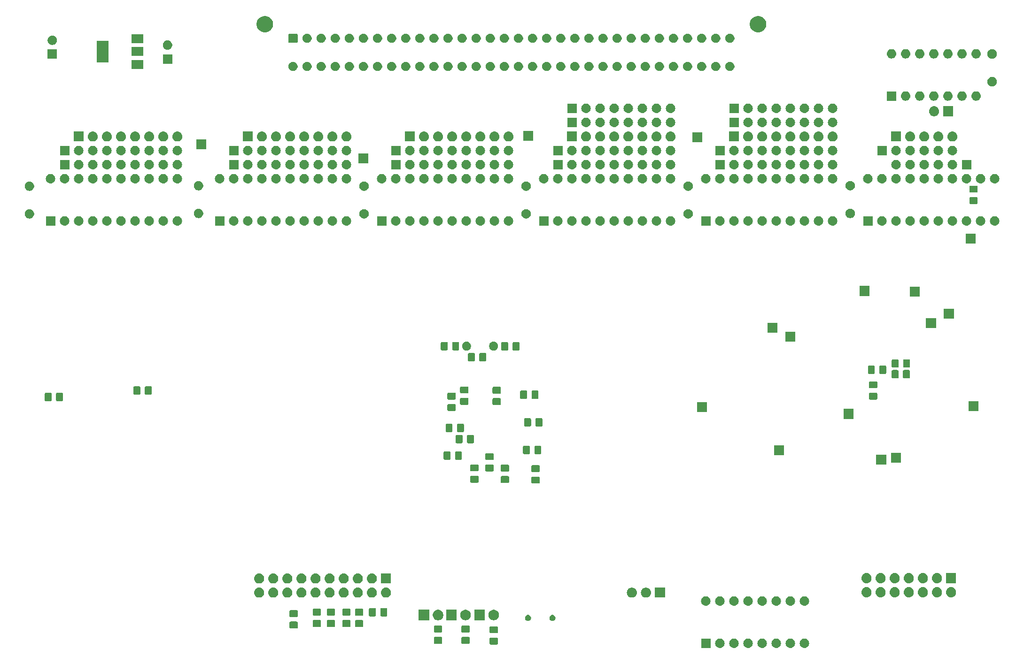
<source format=gbr>
G04 #@! TF.GenerationSoftware,KiCad,Pcbnew,5.0.2-bee76a0~70~ubuntu16.04.1*
G04 #@! TF.CreationDate,2022-01-03T19:19:42+01:00*
G04 #@! TF.ProjectId,IPCMemoryExpansionBoard,4950434d-656d-46f7-9279-457870616e73,rev?*
G04 #@! TF.SameCoordinates,Original*
G04 #@! TF.FileFunction,Soldermask,Bot*
G04 #@! TF.FilePolarity,Negative*
%FSLAX46Y46*%
G04 Gerber Fmt 4.6, Leading zero omitted, Abs format (unit mm)*
G04 Created by KiCad (PCBNEW 5.0.2-bee76a0~70~ubuntu16.04.1) date mån  3 jan 2022 19:19:42*
%MOMM*%
%LPD*%
G01*
G04 APERTURE LIST*
%ADD10C,0.100000*%
G04 APERTURE END LIST*
D10*
G36*
X175426821Y-143306313D02*
X175426824Y-143306314D01*
X175426825Y-143306314D01*
X175587239Y-143354975D01*
X175587241Y-143354976D01*
X175587244Y-143354977D01*
X175735078Y-143433995D01*
X175864659Y-143540341D01*
X175971005Y-143669922D01*
X176050023Y-143817756D01*
X176098687Y-143978179D01*
X176115117Y-144145000D01*
X176098687Y-144311821D01*
X176098686Y-144311824D01*
X176098686Y-144311825D01*
X176081257Y-144369282D01*
X176050023Y-144472244D01*
X175971005Y-144620078D01*
X175864659Y-144749659D01*
X175735078Y-144856005D01*
X175587244Y-144935023D01*
X175587241Y-144935024D01*
X175587239Y-144935025D01*
X175426825Y-144983686D01*
X175426824Y-144983686D01*
X175426821Y-144983687D01*
X175301804Y-144996000D01*
X175218196Y-144996000D01*
X175093179Y-144983687D01*
X175093176Y-144983686D01*
X175093175Y-144983686D01*
X174932761Y-144935025D01*
X174932759Y-144935024D01*
X174932756Y-144935023D01*
X174784922Y-144856005D01*
X174655341Y-144749659D01*
X174548995Y-144620078D01*
X174469977Y-144472244D01*
X174438744Y-144369282D01*
X174421314Y-144311825D01*
X174421314Y-144311824D01*
X174421313Y-144311821D01*
X174404883Y-144145000D01*
X174421313Y-143978179D01*
X174469977Y-143817756D01*
X174548995Y-143669922D01*
X174655341Y-143540341D01*
X174784922Y-143433995D01*
X174932756Y-143354977D01*
X174932759Y-143354976D01*
X174932761Y-143354975D01*
X175093175Y-143306314D01*
X175093176Y-143306314D01*
X175093179Y-143306313D01*
X175218196Y-143294000D01*
X175301804Y-143294000D01*
X175426821Y-143306313D01*
X175426821Y-143306313D01*
G37*
G36*
X172886821Y-143306313D02*
X172886824Y-143306314D01*
X172886825Y-143306314D01*
X173047239Y-143354975D01*
X173047241Y-143354976D01*
X173047244Y-143354977D01*
X173195078Y-143433995D01*
X173324659Y-143540341D01*
X173431005Y-143669922D01*
X173510023Y-143817756D01*
X173558687Y-143978179D01*
X173575117Y-144145000D01*
X173558687Y-144311821D01*
X173558686Y-144311824D01*
X173558686Y-144311825D01*
X173541257Y-144369282D01*
X173510023Y-144472244D01*
X173431005Y-144620078D01*
X173324659Y-144749659D01*
X173195078Y-144856005D01*
X173047244Y-144935023D01*
X173047241Y-144935024D01*
X173047239Y-144935025D01*
X172886825Y-144983686D01*
X172886824Y-144983686D01*
X172886821Y-144983687D01*
X172761804Y-144996000D01*
X172678196Y-144996000D01*
X172553179Y-144983687D01*
X172553176Y-144983686D01*
X172553175Y-144983686D01*
X172392761Y-144935025D01*
X172392759Y-144935024D01*
X172392756Y-144935023D01*
X172244922Y-144856005D01*
X172115341Y-144749659D01*
X172008995Y-144620078D01*
X171929977Y-144472244D01*
X171898744Y-144369282D01*
X171881314Y-144311825D01*
X171881314Y-144311824D01*
X171881313Y-144311821D01*
X171864883Y-144145000D01*
X171881313Y-143978179D01*
X171929977Y-143817756D01*
X172008995Y-143669922D01*
X172115341Y-143540341D01*
X172244922Y-143433995D01*
X172392756Y-143354977D01*
X172392759Y-143354976D01*
X172392761Y-143354975D01*
X172553175Y-143306314D01*
X172553176Y-143306314D01*
X172553179Y-143306313D01*
X172678196Y-143294000D01*
X172761804Y-143294000D01*
X172886821Y-143306313D01*
X172886821Y-143306313D01*
G37*
G36*
X170346821Y-143306313D02*
X170346824Y-143306314D01*
X170346825Y-143306314D01*
X170507239Y-143354975D01*
X170507241Y-143354976D01*
X170507244Y-143354977D01*
X170655078Y-143433995D01*
X170784659Y-143540341D01*
X170891005Y-143669922D01*
X170970023Y-143817756D01*
X171018687Y-143978179D01*
X171035117Y-144145000D01*
X171018687Y-144311821D01*
X171018686Y-144311824D01*
X171018686Y-144311825D01*
X171001257Y-144369282D01*
X170970023Y-144472244D01*
X170891005Y-144620078D01*
X170784659Y-144749659D01*
X170655078Y-144856005D01*
X170507244Y-144935023D01*
X170507241Y-144935024D01*
X170507239Y-144935025D01*
X170346825Y-144983686D01*
X170346824Y-144983686D01*
X170346821Y-144983687D01*
X170221804Y-144996000D01*
X170138196Y-144996000D01*
X170013179Y-144983687D01*
X170013176Y-144983686D01*
X170013175Y-144983686D01*
X169852761Y-144935025D01*
X169852759Y-144935024D01*
X169852756Y-144935023D01*
X169704922Y-144856005D01*
X169575341Y-144749659D01*
X169468995Y-144620078D01*
X169389977Y-144472244D01*
X169358744Y-144369282D01*
X169341314Y-144311825D01*
X169341314Y-144311824D01*
X169341313Y-144311821D01*
X169324883Y-144145000D01*
X169341313Y-143978179D01*
X169389977Y-143817756D01*
X169468995Y-143669922D01*
X169575341Y-143540341D01*
X169704922Y-143433995D01*
X169852756Y-143354977D01*
X169852759Y-143354976D01*
X169852761Y-143354975D01*
X170013175Y-143306314D01*
X170013176Y-143306314D01*
X170013179Y-143306313D01*
X170138196Y-143294000D01*
X170221804Y-143294000D01*
X170346821Y-143306313D01*
X170346821Y-143306313D01*
G37*
G36*
X167806821Y-143306313D02*
X167806824Y-143306314D01*
X167806825Y-143306314D01*
X167967239Y-143354975D01*
X167967241Y-143354976D01*
X167967244Y-143354977D01*
X168115078Y-143433995D01*
X168244659Y-143540341D01*
X168351005Y-143669922D01*
X168430023Y-143817756D01*
X168478687Y-143978179D01*
X168495117Y-144145000D01*
X168478687Y-144311821D01*
X168478686Y-144311824D01*
X168478686Y-144311825D01*
X168461257Y-144369282D01*
X168430023Y-144472244D01*
X168351005Y-144620078D01*
X168244659Y-144749659D01*
X168115078Y-144856005D01*
X167967244Y-144935023D01*
X167967241Y-144935024D01*
X167967239Y-144935025D01*
X167806825Y-144983686D01*
X167806824Y-144983686D01*
X167806821Y-144983687D01*
X167681804Y-144996000D01*
X167598196Y-144996000D01*
X167473179Y-144983687D01*
X167473176Y-144983686D01*
X167473175Y-144983686D01*
X167312761Y-144935025D01*
X167312759Y-144935024D01*
X167312756Y-144935023D01*
X167164922Y-144856005D01*
X167035341Y-144749659D01*
X166928995Y-144620078D01*
X166849977Y-144472244D01*
X166818744Y-144369282D01*
X166801314Y-144311825D01*
X166801314Y-144311824D01*
X166801313Y-144311821D01*
X166784883Y-144145000D01*
X166801313Y-143978179D01*
X166849977Y-143817756D01*
X166928995Y-143669922D01*
X167035341Y-143540341D01*
X167164922Y-143433995D01*
X167312756Y-143354977D01*
X167312759Y-143354976D01*
X167312761Y-143354975D01*
X167473175Y-143306314D01*
X167473176Y-143306314D01*
X167473179Y-143306313D01*
X167598196Y-143294000D01*
X167681804Y-143294000D01*
X167806821Y-143306313D01*
X167806821Y-143306313D01*
G37*
G36*
X165266821Y-143306313D02*
X165266824Y-143306314D01*
X165266825Y-143306314D01*
X165427239Y-143354975D01*
X165427241Y-143354976D01*
X165427244Y-143354977D01*
X165575078Y-143433995D01*
X165704659Y-143540341D01*
X165811005Y-143669922D01*
X165890023Y-143817756D01*
X165938687Y-143978179D01*
X165955117Y-144145000D01*
X165938687Y-144311821D01*
X165938686Y-144311824D01*
X165938686Y-144311825D01*
X165921257Y-144369282D01*
X165890023Y-144472244D01*
X165811005Y-144620078D01*
X165704659Y-144749659D01*
X165575078Y-144856005D01*
X165427244Y-144935023D01*
X165427241Y-144935024D01*
X165427239Y-144935025D01*
X165266825Y-144983686D01*
X165266824Y-144983686D01*
X165266821Y-144983687D01*
X165141804Y-144996000D01*
X165058196Y-144996000D01*
X164933179Y-144983687D01*
X164933176Y-144983686D01*
X164933175Y-144983686D01*
X164772761Y-144935025D01*
X164772759Y-144935024D01*
X164772756Y-144935023D01*
X164624922Y-144856005D01*
X164495341Y-144749659D01*
X164388995Y-144620078D01*
X164309977Y-144472244D01*
X164278744Y-144369282D01*
X164261314Y-144311825D01*
X164261314Y-144311824D01*
X164261313Y-144311821D01*
X164244883Y-144145000D01*
X164261313Y-143978179D01*
X164309977Y-143817756D01*
X164388995Y-143669922D01*
X164495341Y-143540341D01*
X164624922Y-143433995D01*
X164772756Y-143354977D01*
X164772759Y-143354976D01*
X164772761Y-143354975D01*
X164933175Y-143306314D01*
X164933176Y-143306314D01*
X164933179Y-143306313D01*
X165058196Y-143294000D01*
X165141804Y-143294000D01*
X165266821Y-143306313D01*
X165266821Y-143306313D01*
G37*
G36*
X160186821Y-143306313D02*
X160186824Y-143306314D01*
X160186825Y-143306314D01*
X160347239Y-143354975D01*
X160347241Y-143354976D01*
X160347244Y-143354977D01*
X160495078Y-143433995D01*
X160624659Y-143540341D01*
X160731005Y-143669922D01*
X160810023Y-143817756D01*
X160858687Y-143978179D01*
X160875117Y-144145000D01*
X160858687Y-144311821D01*
X160858686Y-144311824D01*
X160858686Y-144311825D01*
X160841257Y-144369282D01*
X160810023Y-144472244D01*
X160731005Y-144620078D01*
X160624659Y-144749659D01*
X160495078Y-144856005D01*
X160347244Y-144935023D01*
X160347241Y-144935024D01*
X160347239Y-144935025D01*
X160186825Y-144983686D01*
X160186824Y-144983686D01*
X160186821Y-144983687D01*
X160061804Y-144996000D01*
X159978196Y-144996000D01*
X159853179Y-144983687D01*
X159853176Y-144983686D01*
X159853175Y-144983686D01*
X159692761Y-144935025D01*
X159692759Y-144935024D01*
X159692756Y-144935023D01*
X159544922Y-144856005D01*
X159415341Y-144749659D01*
X159308995Y-144620078D01*
X159229977Y-144472244D01*
X159198744Y-144369282D01*
X159181314Y-144311825D01*
X159181314Y-144311824D01*
X159181313Y-144311821D01*
X159164883Y-144145000D01*
X159181313Y-143978179D01*
X159229977Y-143817756D01*
X159308995Y-143669922D01*
X159415341Y-143540341D01*
X159544922Y-143433995D01*
X159692756Y-143354977D01*
X159692759Y-143354976D01*
X159692761Y-143354975D01*
X159853175Y-143306314D01*
X159853176Y-143306314D01*
X159853179Y-143306313D01*
X159978196Y-143294000D01*
X160061804Y-143294000D01*
X160186821Y-143306313D01*
X160186821Y-143306313D01*
G37*
G36*
X158331000Y-144996000D02*
X156629000Y-144996000D01*
X156629000Y-143294000D01*
X158331000Y-143294000D01*
X158331000Y-144996000D01*
X158331000Y-144996000D01*
G37*
G36*
X162726821Y-143306313D02*
X162726824Y-143306314D01*
X162726825Y-143306314D01*
X162887239Y-143354975D01*
X162887241Y-143354976D01*
X162887244Y-143354977D01*
X163035078Y-143433995D01*
X163164659Y-143540341D01*
X163271005Y-143669922D01*
X163350023Y-143817756D01*
X163398687Y-143978179D01*
X163415117Y-144145000D01*
X163398687Y-144311821D01*
X163398686Y-144311824D01*
X163398686Y-144311825D01*
X163381257Y-144369282D01*
X163350023Y-144472244D01*
X163271005Y-144620078D01*
X163164659Y-144749659D01*
X163035078Y-144856005D01*
X162887244Y-144935023D01*
X162887241Y-144935024D01*
X162887239Y-144935025D01*
X162726825Y-144983686D01*
X162726824Y-144983686D01*
X162726821Y-144983687D01*
X162601804Y-144996000D01*
X162518196Y-144996000D01*
X162393179Y-144983687D01*
X162393176Y-144983686D01*
X162393175Y-144983686D01*
X162232761Y-144935025D01*
X162232759Y-144935024D01*
X162232756Y-144935023D01*
X162084922Y-144856005D01*
X161955341Y-144749659D01*
X161848995Y-144620078D01*
X161769977Y-144472244D01*
X161738744Y-144369282D01*
X161721314Y-144311825D01*
X161721314Y-144311824D01*
X161721313Y-144311821D01*
X161704883Y-144145000D01*
X161721313Y-143978179D01*
X161769977Y-143817756D01*
X161848995Y-143669922D01*
X161955341Y-143540341D01*
X162084922Y-143433995D01*
X162232756Y-143354977D01*
X162232759Y-143354976D01*
X162232761Y-143354975D01*
X162393175Y-143306314D01*
X162393176Y-143306314D01*
X162393179Y-143306313D01*
X162518196Y-143294000D01*
X162601804Y-143294000D01*
X162726821Y-143306313D01*
X162726821Y-143306313D01*
G37*
G36*
X119841677Y-143142465D02*
X119879364Y-143153898D01*
X119914103Y-143172466D01*
X119944548Y-143197452D01*
X119969534Y-143227897D01*
X119988102Y-143262636D01*
X119999535Y-143300323D01*
X120004000Y-143345661D01*
X120004000Y-144182339D01*
X119999535Y-144227677D01*
X119988102Y-144265364D01*
X119969534Y-144300103D01*
X119944548Y-144330548D01*
X119914103Y-144355534D01*
X119879364Y-144374102D01*
X119841677Y-144385535D01*
X119796339Y-144390000D01*
X118709661Y-144390000D01*
X118664323Y-144385535D01*
X118626636Y-144374102D01*
X118591897Y-144355534D01*
X118561452Y-144330548D01*
X118536466Y-144300103D01*
X118517898Y-144265364D01*
X118506465Y-144227677D01*
X118502000Y-144182339D01*
X118502000Y-143345661D01*
X118506465Y-143300323D01*
X118517898Y-143262636D01*
X118536466Y-143227897D01*
X118561452Y-143197452D01*
X118591897Y-143172466D01*
X118626636Y-143153898D01*
X118664323Y-143142465D01*
X118709661Y-143138000D01*
X119796339Y-143138000D01*
X119841677Y-143142465D01*
X119841677Y-143142465D01*
G37*
G36*
X109808677Y-143015465D02*
X109846364Y-143026898D01*
X109881103Y-143045466D01*
X109911548Y-143070452D01*
X109936534Y-143100897D01*
X109955102Y-143135636D01*
X109966535Y-143173323D01*
X109971000Y-143218661D01*
X109971000Y-144055339D01*
X109966535Y-144100677D01*
X109955102Y-144138364D01*
X109936534Y-144173103D01*
X109911548Y-144203548D01*
X109881103Y-144228534D01*
X109846364Y-144247102D01*
X109808677Y-144258535D01*
X109763339Y-144263000D01*
X108676661Y-144263000D01*
X108631323Y-144258535D01*
X108593636Y-144247102D01*
X108558897Y-144228534D01*
X108528452Y-144203548D01*
X108503466Y-144173103D01*
X108484898Y-144138364D01*
X108473465Y-144100677D01*
X108469000Y-144055339D01*
X108469000Y-143218661D01*
X108473465Y-143173323D01*
X108484898Y-143135636D01*
X108503466Y-143100897D01*
X108528452Y-143070452D01*
X108558897Y-143045466D01*
X108593636Y-143026898D01*
X108631323Y-143015465D01*
X108676661Y-143011000D01*
X109763339Y-143011000D01*
X109808677Y-143015465D01*
X109808677Y-143015465D01*
G37*
G36*
X114761677Y-143015465D02*
X114799364Y-143026898D01*
X114834103Y-143045466D01*
X114864548Y-143070452D01*
X114889534Y-143100897D01*
X114908102Y-143135636D01*
X114919535Y-143173323D01*
X114924000Y-143218661D01*
X114924000Y-144055339D01*
X114919535Y-144100677D01*
X114908102Y-144138364D01*
X114889534Y-144173103D01*
X114864548Y-144203548D01*
X114834103Y-144228534D01*
X114799364Y-144247102D01*
X114761677Y-144258535D01*
X114716339Y-144263000D01*
X113629661Y-144263000D01*
X113584323Y-144258535D01*
X113546636Y-144247102D01*
X113511897Y-144228534D01*
X113481452Y-144203548D01*
X113456466Y-144173103D01*
X113437898Y-144138364D01*
X113426465Y-144100677D01*
X113422000Y-144055339D01*
X113422000Y-143218661D01*
X113426465Y-143173323D01*
X113437898Y-143135636D01*
X113456466Y-143100897D01*
X113481452Y-143070452D01*
X113511897Y-143045466D01*
X113546636Y-143026898D01*
X113584323Y-143015465D01*
X113629661Y-143011000D01*
X114716339Y-143011000D01*
X114761677Y-143015465D01*
X114761677Y-143015465D01*
G37*
G36*
X119841677Y-141092465D02*
X119879364Y-141103898D01*
X119914103Y-141122466D01*
X119944548Y-141147452D01*
X119969534Y-141177897D01*
X119988102Y-141212636D01*
X119999535Y-141250323D01*
X120004000Y-141295661D01*
X120004000Y-142132339D01*
X119999535Y-142177677D01*
X119988102Y-142215364D01*
X119969534Y-142250103D01*
X119944548Y-142280548D01*
X119914103Y-142305534D01*
X119879364Y-142324102D01*
X119841677Y-142335535D01*
X119796339Y-142340000D01*
X118709661Y-142340000D01*
X118664323Y-142335535D01*
X118626636Y-142324102D01*
X118591897Y-142305534D01*
X118561452Y-142280548D01*
X118536466Y-142250103D01*
X118517898Y-142215364D01*
X118506465Y-142177677D01*
X118502000Y-142132339D01*
X118502000Y-141295661D01*
X118506465Y-141250323D01*
X118517898Y-141212636D01*
X118536466Y-141177897D01*
X118561452Y-141147452D01*
X118591897Y-141122466D01*
X118626636Y-141103898D01*
X118664323Y-141092465D01*
X118709661Y-141088000D01*
X119796339Y-141088000D01*
X119841677Y-141092465D01*
X119841677Y-141092465D01*
G37*
G36*
X109808677Y-140965465D02*
X109846364Y-140976898D01*
X109881103Y-140995466D01*
X109911548Y-141020452D01*
X109936534Y-141050897D01*
X109955102Y-141085636D01*
X109966535Y-141123323D01*
X109971000Y-141168661D01*
X109971000Y-142005339D01*
X109966535Y-142050677D01*
X109955102Y-142088364D01*
X109936534Y-142123103D01*
X109911548Y-142153548D01*
X109881103Y-142178534D01*
X109846364Y-142197102D01*
X109808677Y-142208535D01*
X109763339Y-142213000D01*
X108676661Y-142213000D01*
X108631323Y-142208535D01*
X108593636Y-142197102D01*
X108558897Y-142178534D01*
X108528452Y-142153548D01*
X108503466Y-142123103D01*
X108484898Y-142088364D01*
X108473465Y-142050677D01*
X108469000Y-142005339D01*
X108469000Y-141168661D01*
X108473465Y-141123323D01*
X108484898Y-141085636D01*
X108503466Y-141050897D01*
X108528452Y-141020452D01*
X108558897Y-140995466D01*
X108593636Y-140976898D01*
X108631323Y-140965465D01*
X108676661Y-140961000D01*
X109763339Y-140961000D01*
X109808677Y-140965465D01*
X109808677Y-140965465D01*
G37*
G36*
X114761677Y-140965465D02*
X114799364Y-140976898D01*
X114834103Y-140995466D01*
X114864548Y-141020452D01*
X114889534Y-141050897D01*
X114908102Y-141085636D01*
X114919535Y-141123323D01*
X114924000Y-141168661D01*
X114924000Y-142005339D01*
X114919535Y-142050677D01*
X114908102Y-142088364D01*
X114889534Y-142123103D01*
X114864548Y-142153548D01*
X114834103Y-142178534D01*
X114799364Y-142197102D01*
X114761677Y-142208535D01*
X114716339Y-142213000D01*
X113629661Y-142213000D01*
X113584323Y-142208535D01*
X113546636Y-142197102D01*
X113511897Y-142178534D01*
X113481452Y-142153548D01*
X113456466Y-142123103D01*
X113437898Y-142088364D01*
X113426465Y-142050677D01*
X113422000Y-142005339D01*
X113422000Y-141168661D01*
X113426465Y-141123323D01*
X113437898Y-141085636D01*
X113456466Y-141050897D01*
X113481452Y-141020452D01*
X113511897Y-140995466D01*
X113546636Y-140976898D01*
X113584323Y-140965465D01*
X113629661Y-140961000D01*
X114716339Y-140961000D01*
X114761677Y-140965465D01*
X114761677Y-140965465D01*
G37*
G36*
X83773677Y-140239465D02*
X83811364Y-140250898D01*
X83846103Y-140269466D01*
X83876548Y-140294452D01*
X83901534Y-140324897D01*
X83920102Y-140359636D01*
X83931535Y-140397323D01*
X83936000Y-140442661D01*
X83936000Y-141279339D01*
X83931535Y-141324677D01*
X83920102Y-141362364D01*
X83901534Y-141397103D01*
X83876548Y-141427548D01*
X83846103Y-141452534D01*
X83811364Y-141471102D01*
X83773677Y-141482535D01*
X83728339Y-141487000D01*
X82641661Y-141487000D01*
X82596323Y-141482535D01*
X82558636Y-141471102D01*
X82523897Y-141452534D01*
X82493452Y-141427548D01*
X82468466Y-141397103D01*
X82449898Y-141362364D01*
X82438465Y-141324677D01*
X82434000Y-141279339D01*
X82434000Y-140442661D01*
X82438465Y-140397323D01*
X82449898Y-140359636D01*
X82468466Y-140324897D01*
X82493452Y-140294452D01*
X82523897Y-140269466D01*
X82558636Y-140250898D01*
X82596323Y-140239465D01*
X82641661Y-140235000D01*
X83728339Y-140235000D01*
X83773677Y-140239465D01*
X83773677Y-140239465D01*
G37*
G36*
X95584677Y-139985465D02*
X95622364Y-139996898D01*
X95657103Y-140015466D01*
X95687548Y-140040452D01*
X95712534Y-140070897D01*
X95731102Y-140105636D01*
X95742535Y-140143323D01*
X95747000Y-140188661D01*
X95747000Y-141025339D01*
X95742535Y-141070677D01*
X95731102Y-141108364D01*
X95712534Y-141143103D01*
X95687548Y-141173548D01*
X95657103Y-141198534D01*
X95622364Y-141217102D01*
X95584677Y-141228535D01*
X95539339Y-141233000D01*
X94452661Y-141233000D01*
X94407323Y-141228535D01*
X94369636Y-141217102D01*
X94334897Y-141198534D01*
X94304452Y-141173548D01*
X94279466Y-141143103D01*
X94260898Y-141108364D01*
X94249465Y-141070677D01*
X94245000Y-141025339D01*
X94245000Y-140188661D01*
X94249465Y-140143323D01*
X94260898Y-140105636D01*
X94279466Y-140070897D01*
X94304452Y-140040452D01*
X94334897Y-140015466D01*
X94369636Y-139996898D01*
X94407323Y-139985465D01*
X94452661Y-139981000D01*
X95539339Y-139981000D01*
X95584677Y-139985465D01*
X95584677Y-139985465D01*
G37*
G36*
X87964677Y-139967465D02*
X88002364Y-139978898D01*
X88037103Y-139997466D01*
X88067548Y-140022452D01*
X88092534Y-140052897D01*
X88111102Y-140087636D01*
X88122535Y-140125323D01*
X88127000Y-140170661D01*
X88127000Y-141007339D01*
X88122535Y-141052677D01*
X88111102Y-141090364D01*
X88092534Y-141125103D01*
X88067548Y-141155548D01*
X88037103Y-141180534D01*
X88002364Y-141199102D01*
X87964677Y-141210535D01*
X87919339Y-141215000D01*
X86832661Y-141215000D01*
X86787323Y-141210535D01*
X86749636Y-141199102D01*
X86714897Y-141180534D01*
X86684452Y-141155548D01*
X86659466Y-141125103D01*
X86640898Y-141090364D01*
X86629465Y-141052677D01*
X86625000Y-141007339D01*
X86625000Y-140170661D01*
X86629465Y-140125323D01*
X86640898Y-140087636D01*
X86659466Y-140052897D01*
X86684452Y-140022452D01*
X86714897Y-139997466D01*
X86749636Y-139978898D01*
X86787323Y-139967465D01*
X86832661Y-139963000D01*
X87919339Y-139963000D01*
X87964677Y-139967465D01*
X87964677Y-139967465D01*
G37*
G36*
X90504677Y-139967465D02*
X90542364Y-139978898D01*
X90577103Y-139997466D01*
X90607548Y-140022452D01*
X90632534Y-140052897D01*
X90651102Y-140087636D01*
X90662535Y-140125323D01*
X90667000Y-140170661D01*
X90667000Y-141007339D01*
X90662535Y-141052677D01*
X90651102Y-141090364D01*
X90632534Y-141125103D01*
X90607548Y-141155548D01*
X90577103Y-141180534D01*
X90542364Y-141199102D01*
X90504677Y-141210535D01*
X90459339Y-141215000D01*
X89372661Y-141215000D01*
X89327323Y-141210535D01*
X89289636Y-141199102D01*
X89254897Y-141180534D01*
X89224452Y-141155548D01*
X89199466Y-141125103D01*
X89180898Y-141090364D01*
X89169465Y-141052677D01*
X89165000Y-141007339D01*
X89165000Y-140170661D01*
X89169465Y-140125323D01*
X89180898Y-140087636D01*
X89199466Y-140052897D01*
X89224452Y-140022452D01*
X89254897Y-139997466D01*
X89289636Y-139978898D01*
X89327323Y-139967465D01*
X89372661Y-139963000D01*
X90459339Y-139963000D01*
X90504677Y-139967465D01*
X90504677Y-139967465D01*
G37*
G36*
X93298677Y-139967465D02*
X93336364Y-139978898D01*
X93371103Y-139997466D01*
X93401548Y-140022452D01*
X93426534Y-140052897D01*
X93445102Y-140087636D01*
X93456535Y-140125323D01*
X93461000Y-140170661D01*
X93461000Y-141007339D01*
X93456535Y-141052677D01*
X93445102Y-141090364D01*
X93426534Y-141125103D01*
X93401548Y-141155548D01*
X93371103Y-141180534D01*
X93336364Y-141199102D01*
X93298677Y-141210535D01*
X93253339Y-141215000D01*
X92166661Y-141215000D01*
X92121323Y-141210535D01*
X92083636Y-141199102D01*
X92048897Y-141180534D01*
X92018452Y-141155548D01*
X91993466Y-141125103D01*
X91974898Y-141090364D01*
X91963465Y-141052677D01*
X91959000Y-141007339D01*
X91959000Y-140170661D01*
X91963465Y-140125323D01*
X91974898Y-140087636D01*
X91993466Y-140052897D01*
X92018452Y-140022452D01*
X92048897Y-139997466D01*
X92083636Y-139978898D01*
X92121323Y-139967465D01*
X92166661Y-139963000D01*
X93253339Y-139963000D01*
X93298677Y-139967465D01*
X93298677Y-139967465D01*
G37*
G36*
X125595721Y-139043174D02*
X125695995Y-139084709D01*
X125786245Y-139145012D01*
X125862988Y-139221755D01*
X125923291Y-139312005D01*
X125964826Y-139412279D01*
X125986000Y-139518730D01*
X125986000Y-139627270D01*
X125964826Y-139733721D01*
X125923291Y-139833995D01*
X125862988Y-139924245D01*
X125786245Y-140000988D01*
X125695995Y-140061291D01*
X125595721Y-140102826D01*
X125489270Y-140124000D01*
X125380730Y-140124000D01*
X125274279Y-140102826D01*
X125174005Y-140061291D01*
X125083755Y-140000988D01*
X125007012Y-139924245D01*
X124946709Y-139833995D01*
X124905174Y-139733721D01*
X124884000Y-139627270D01*
X124884000Y-139518730D01*
X124905174Y-139412279D01*
X124946709Y-139312005D01*
X125007012Y-139221755D01*
X125083755Y-139145012D01*
X125174005Y-139084709D01*
X125274279Y-139043174D01*
X125380730Y-139022000D01*
X125489270Y-139022000D01*
X125595721Y-139043174D01*
X125595721Y-139043174D01*
G37*
G36*
X129995721Y-139043174D02*
X130095995Y-139084709D01*
X130186245Y-139145012D01*
X130262988Y-139221755D01*
X130323291Y-139312005D01*
X130364826Y-139412279D01*
X130386000Y-139518730D01*
X130386000Y-139627270D01*
X130364826Y-139733721D01*
X130323291Y-139833995D01*
X130262988Y-139924245D01*
X130186245Y-140000988D01*
X130095995Y-140061291D01*
X129995721Y-140102826D01*
X129889270Y-140124000D01*
X129780730Y-140124000D01*
X129674279Y-140102826D01*
X129574005Y-140061291D01*
X129483755Y-140000988D01*
X129407012Y-139924245D01*
X129346709Y-139833995D01*
X129305174Y-139733721D01*
X129284000Y-139627270D01*
X129284000Y-139518730D01*
X129305174Y-139412279D01*
X129346709Y-139312005D01*
X129407012Y-139221755D01*
X129483755Y-139145012D01*
X129574005Y-139084709D01*
X129674279Y-139043174D01*
X129780730Y-139022000D01*
X129889270Y-139022000D01*
X129995721Y-139043174D01*
X129995721Y-139043174D01*
G37*
G36*
X107631000Y-140016000D02*
X105729000Y-140016000D01*
X105729000Y-138114000D01*
X107631000Y-138114000D01*
X107631000Y-140016000D01*
X107631000Y-140016000D01*
G37*
G36*
X114450396Y-138150546D02*
X114623466Y-138222234D01*
X114779230Y-138326312D01*
X114911688Y-138458770D01*
X115015766Y-138614534D01*
X115087454Y-138787604D01*
X115124000Y-138971333D01*
X115124000Y-139158667D01*
X115087454Y-139342396D01*
X115015766Y-139515466D01*
X114911688Y-139671230D01*
X114779230Y-139803688D01*
X114623466Y-139907766D01*
X114450396Y-139979454D01*
X114266667Y-140016000D01*
X114079333Y-140016000D01*
X113895604Y-139979454D01*
X113722534Y-139907766D01*
X113566770Y-139803688D01*
X113434312Y-139671230D01*
X113330234Y-139515466D01*
X113258546Y-139342396D01*
X113222000Y-139158667D01*
X113222000Y-138971333D01*
X113258546Y-138787604D01*
X113330234Y-138614534D01*
X113434312Y-138458770D01*
X113566770Y-138326312D01*
X113722534Y-138222234D01*
X113895604Y-138150546D01*
X114079333Y-138114000D01*
X114266667Y-138114000D01*
X114450396Y-138150546D01*
X114450396Y-138150546D01*
G37*
G36*
X117664000Y-140016000D02*
X115762000Y-140016000D01*
X115762000Y-138114000D01*
X117664000Y-138114000D01*
X117664000Y-140016000D01*
X117664000Y-140016000D01*
G37*
G36*
X112584000Y-140016000D02*
X110682000Y-140016000D01*
X110682000Y-138114000D01*
X112584000Y-138114000D01*
X112584000Y-140016000D01*
X112584000Y-140016000D01*
G37*
G36*
X109497396Y-138150546D02*
X109670466Y-138222234D01*
X109826230Y-138326312D01*
X109958688Y-138458770D01*
X110062766Y-138614534D01*
X110134454Y-138787604D01*
X110171000Y-138971333D01*
X110171000Y-139158667D01*
X110134454Y-139342396D01*
X110062766Y-139515466D01*
X109958688Y-139671230D01*
X109826230Y-139803688D01*
X109670466Y-139907766D01*
X109497396Y-139979454D01*
X109313667Y-140016000D01*
X109126333Y-140016000D01*
X108942604Y-139979454D01*
X108769534Y-139907766D01*
X108613770Y-139803688D01*
X108481312Y-139671230D01*
X108377234Y-139515466D01*
X108305546Y-139342396D01*
X108269000Y-139158667D01*
X108269000Y-138971333D01*
X108305546Y-138787604D01*
X108377234Y-138614534D01*
X108481312Y-138458770D01*
X108613770Y-138326312D01*
X108769534Y-138222234D01*
X108942604Y-138150546D01*
X109126333Y-138114000D01*
X109313667Y-138114000D01*
X109497396Y-138150546D01*
X109497396Y-138150546D01*
G37*
G36*
X119530396Y-138150546D02*
X119703466Y-138222234D01*
X119859230Y-138326312D01*
X119991688Y-138458770D01*
X120095766Y-138614534D01*
X120167454Y-138787604D01*
X120204000Y-138971333D01*
X120204000Y-139158667D01*
X120167454Y-139342396D01*
X120095766Y-139515466D01*
X119991688Y-139671230D01*
X119859230Y-139803688D01*
X119703466Y-139907766D01*
X119530396Y-139979454D01*
X119346667Y-140016000D01*
X119159333Y-140016000D01*
X118975604Y-139979454D01*
X118802534Y-139907766D01*
X118646770Y-139803688D01*
X118514312Y-139671230D01*
X118410234Y-139515466D01*
X118338546Y-139342396D01*
X118302000Y-139158667D01*
X118302000Y-138971333D01*
X118338546Y-138787604D01*
X118410234Y-138614534D01*
X118514312Y-138458770D01*
X118646770Y-138326312D01*
X118802534Y-138222234D01*
X118975604Y-138150546D01*
X119159333Y-138114000D01*
X119346667Y-138114000D01*
X119530396Y-138150546D01*
X119530396Y-138150546D01*
G37*
G36*
X83773677Y-138189465D02*
X83811364Y-138200898D01*
X83846103Y-138219466D01*
X83876548Y-138244452D01*
X83901534Y-138274897D01*
X83920102Y-138309636D01*
X83931535Y-138347323D01*
X83936000Y-138392661D01*
X83936000Y-139229339D01*
X83931535Y-139274677D01*
X83920102Y-139312364D01*
X83901534Y-139347103D01*
X83876548Y-139377548D01*
X83846103Y-139402534D01*
X83811364Y-139421102D01*
X83773677Y-139432535D01*
X83728339Y-139437000D01*
X82641661Y-139437000D01*
X82596323Y-139432535D01*
X82558636Y-139421102D01*
X82523897Y-139402534D01*
X82493452Y-139377548D01*
X82468466Y-139347103D01*
X82449898Y-139312364D01*
X82438465Y-139274677D01*
X82434000Y-139229339D01*
X82434000Y-138392661D01*
X82438465Y-138347323D01*
X82449898Y-138309636D01*
X82468466Y-138274897D01*
X82493452Y-138244452D01*
X82523897Y-138219466D01*
X82558636Y-138200898D01*
X82596323Y-138189465D01*
X82641661Y-138185000D01*
X83728339Y-138185000D01*
X83773677Y-138189465D01*
X83773677Y-138189465D01*
G37*
G36*
X99904677Y-137810465D02*
X99942364Y-137821898D01*
X99977103Y-137840466D01*
X100007548Y-137865452D01*
X100032534Y-137895897D01*
X100051102Y-137930636D01*
X100062535Y-137968323D01*
X100067000Y-138013661D01*
X100067000Y-139100339D01*
X100062535Y-139145677D01*
X100051102Y-139183364D01*
X100032534Y-139218103D01*
X100007548Y-139248548D01*
X99977103Y-139273534D01*
X99942364Y-139292102D01*
X99904677Y-139303535D01*
X99859339Y-139308000D01*
X99022661Y-139308000D01*
X98977323Y-139303535D01*
X98939636Y-139292102D01*
X98904897Y-139273534D01*
X98874452Y-139248548D01*
X98849466Y-139218103D01*
X98830898Y-139183364D01*
X98819465Y-139145677D01*
X98815000Y-139100339D01*
X98815000Y-138013661D01*
X98819465Y-137968323D01*
X98830898Y-137930636D01*
X98849466Y-137895897D01*
X98874452Y-137865452D01*
X98904897Y-137840466D01*
X98939636Y-137821898D01*
X98977323Y-137810465D01*
X99022661Y-137806000D01*
X99859339Y-137806000D01*
X99904677Y-137810465D01*
X99904677Y-137810465D01*
G37*
G36*
X97854677Y-137810465D02*
X97892364Y-137821898D01*
X97927103Y-137840466D01*
X97957548Y-137865452D01*
X97982534Y-137895897D01*
X98001102Y-137930636D01*
X98012535Y-137968323D01*
X98017000Y-138013661D01*
X98017000Y-139100339D01*
X98012535Y-139145677D01*
X98001102Y-139183364D01*
X97982534Y-139218103D01*
X97957548Y-139248548D01*
X97927103Y-139273534D01*
X97892364Y-139292102D01*
X97854677Y-139303535D01*
X97809339Y-139308000D01*
X96972661Y-139308000D01*
X96927323Y-139303535D01*
X96889636Y-139292102D01*
X96854897Y-139273534D01*
X96824452Y-139248548D01*
X96799466Y-139218103D01*
X96780898Y-139183364D01*
X96769465Y-139145677D01*
X96765000Y-139100339D01*
X96765000Y-138013661D01*
X96769465Y-137968323D01*
X96780898Y-137930636D01*
X96799466Y-137895897D01*
X96824452Y-137865452D01*
X96854897Y-137840466D01*
X96889636Y-137821898D01*
X96927323Y-137810465D01*
X96972661Y-137806000D01*
X97809339Y-137806000D01*
X97854677Y-137810465D01*
X97854677Y-137810465D01*
G37*
G36*
X95584677Y-137935465D02*
X95622364Y-137946898D01*
X95657103Y-137965466D01*
X95687548Y-137990452D01*
X95712534Y-138020897D01*
X95731102Y-138055636D01*
X95742535Y-138093323D01*
X95747000Y-138138661D01*
X95747000Y-138975339D01*
X95742535Y-139020677D01*
X95731102Y-139058364D01*
X95712534Y-139093103D01*
X95687548Y-139123548D01*
X95657103Y-139148534D01*
X95622364Y-139167102D01*
X95584677Y-139178535D01*
X95539339Y-139183000D01*
X94452661Y-139183000D01*
X94407323Y-139178535D01*
X94369636Y-139167102D01*
X94334897Y-139148534D01*
X94304452Y-139123548D01*
X94279466Y-139093103D01*
X94260898Y-139058364D01*
X94249465Y-139020677D01*
X94245000Y-138975339D01*
X94245000Y-138138661D01*
X94249465Y-138093323D01*
X94260898Y-138055636D01*
X94279466Y-138020897D01*
X94304452Y-137990452D01*
X94334897Y-137965466D01*
X94369636Y-137946898D01*
X94407323Y-137935465D01*
X94452661Y-137931000D01*
X95539339Y-137931000D01*
X95584677Y-137935465D01*
X95584677Y-137935465D01*
G37*
G36*
X93298677Y-137917465D02*
X93336364Y-137928898D01*
X93371103Y-137947466D01*
X93401548Y-137972452D01*
X93426534Y-138002897D01*
X93445102Y-138037636D01*
X93456535Y-138075323D01*
X93461000Y-138120661D01*
X93461000Y-138957339D01*
X93456535Y-139002677D01*
X93445102Y-139040364D01*
X93426534Y-139075103D01*
X93401548Y-139105548D01*
X93371103Y-139130534D01*
X93336364Y-139149102D01*
X93298677Y-139160535D01*
X93253339Y-139165000D01*
X92166661Y-139165000D01*
X92121323Y-139160535D01*
X92083636Y-139149102D01*
X92048897Y-139130534D01*
X92018452Y-139105548D01*
X91993466Y-139075103D01*
X91974898Y-139040364D01*
X91963465Y-139002677D01*
X91959000Y-138957339D01*
X91959000Y-138120661D01*
X91963465Y-138075323D01*
X91974898Y-138037636D01*
X91993466Y-138002897D01*
X92018452Y-137972452D01*
X92048897Y-137947466D01*
X92083636Y-137928898D01*
X92121323Y-137917465D01*
X92166661Y-137913000D01*
X93253339Y-137913000D01*
X93298677Y-137917465D01*
X93298677Y-137917465D01*
G37*
G36*
X90504677Y-137917465D02*
X90542364Y-137928898D01*
X90577103Y-137947466D01*
X90607548Y-137972452D01*
X90632534Y-138002897D01*
X90651102Y-138037636D01*
X90662535Y-138075323D01*
X90667000Y-138120661D01*
X90667000Y-138957339D01*
X90662535Y-139002677D01*
X90651102Y-139040364D01*
X90632534Y-139075103D01*
X90607548Y-139105548D01*
X90577103Y-139130534D01*
X90542364Y-139149102D01*
X90504677Y-139160535D01*
X90459339Y-139165000D01*
X89372661Y-139165000D01*
X89327323Y-139160535D01*
X89289636Y-139149102D01*
X89254897Y-139130534D01*
X89224452Y-139105548D01*
X89199466Y-139075103D01*
X89180898Y-139040364D01*
X89169465Y-139002677D01*
X89165000Y-138957339D01*
X89165000Y-138120661D01*
X89169465Y-138075323D01*
X89180898Y-138037636D01*
X89199466Y-138002897D01*
X89224452Y-137972452D01*
X89254897Y-137947466D01*
X89289636Y-137928898D01*
X89327323Y-137917465D01*
X89372661Y-137913000D01*
X90459339Y-137913000D01*
X90504677Y-137917465D01*
X90504677Y-137917465D01*
G37*
G36*
X87964677Y-137917465D02*
X88002364Y-137928898D01*
X88037103Y-137947466D01*
X88067548Y-137972452D01*
X88092534Y-138002897D01*
X88111102Y-138037636D01*
X88122535Y-138075323D01*
X88127000Y-138120661D01*
X88127000Y-138957339D01*
X88122535Y-139002677D01*
X88111102Y-139040364D01*
X88092534Y-139075103D01*
X88067548Y-139105548D01*
X88037103Y-139130534D01*
X88002364Y-139149102D01*
X87964677Y-139160535D01*
X87919339Y-139165000D01*
X86832661Y-139165000D01*
X86787323Y-139160535D01*
X86749636Y-139149102D01*
X86714897Y-139130534D01*
X86684452Y-139105548D01*
X86659466Y-139075103D01*
X86640898Y-139040364D01*
X86629465Y-139002677D01*
X86625000Y-138957339D01*
X86625000Y-138120661D01*
X86629465Y-138075323D01*
X86640898Y-138037636D01*
X86659466Y-138002897D01*
X86684452Y-137972452D01*
X86714897Y-137947466D01*
X86749636Y-137928898D01*
X86787323Y-137917465D01*
X86832661Y-137913000D01*
X87919339Y-137913000D01*
X87964677Y-137917465D01*
X87964677Y-137917465D01*
G37*
G36*
X160186821Y-135686313D02*
X160186824Y-135686314D01*
X160186825Y-135686314D01*
X160347239Y-135734975D01*
X160347241Y-135734976D01*
X160347244Y-135734977D01*
X160495078Y-135813995D01*
X160624659Y-135920341D01*
X160731005Y-136049922D01*
X160810023Y-136197756D01*
X160858687Y-136358179D01*
X160875117Y-136525000D01*
X160858687Y-136691821D01*
X160810023Y-136852244D01*
X160731005Y-137000078D01*
X160624659Y-137129659D01*
X160495078Y-137236005D01*
X160347244Y-137315023D01*
X160347241Y-137315024D01*
X160347239Y-137315025D01*
X160186825Y-137363686D01*
X160186824Y-137363686D01*
X160186821Y-137363687D01*
X160061804Y-137376000D01*
X159978196Y-137376000D01*
X159853179Y-137363687D01*
X159853176Y-137363686D01*
X159853175Y-137363686D01*
X159692761Y-137315025D01*
X159692759Y-137315024D01*
X159692756Y-137315023D01*
X159544922Y-137236005D01*
X159415341Y-137129659D01*
X159308995Y-137000078D01*
X159229977Y-136852244D01*
X159181313Y-136691821D01*
X159164883Y-136525000D01*
X159181313Y-136358179D01*
X159229977Y-136197756D01*
X159308995Y-136049922D01*
X159415341Y-135920341D01*
X159544922Y-135813995D01*
X159692756Y-135734977D01*
X159692759Y-135734976D01*
X159692761Y-135734975D01*
X159853175Y-135686314D01*
X159853176Y-135686314D01*
X159853179Y-135686313D01*
X159978196Y-135674000D01*
X160061804Y-135674000D01*
X160186821Y-135686313D01*
X160186821Y-135686313D01*
G37*
G36*
X175426821Y-135686313D02*
X175426824Y-135686314D01*
X175426825Y-135686314D01*
X175587239Y-135734975D01*
X175587241Y-135734976D01*
X175587244Y-135734977D01*
X175735078Y-135813995D01*
X175864659Y-135920341D01*
X175971005Y-136049922D01*
X176050023Y-136197756D01*
X176098687Y-136358179D01*
X176115117Y-136525000D01*
X176098687Y-136691821D01*
X176050023Y-136852244D01*
X175971005Y-137000078D01*
X175864659Y-137129659D01*
X175735078Y-137236005D01*
X175587244Y-137315023D01*
X175587241Y-137315024D01*
X175587239Y-137315025D01*
X175426825Y-137363686D01*
X175426824Y-137363686D01*
X175426821Y-137363687D01*
X175301804Y-137376000D01*
X175218196Y-137376000D01*
X175093179Y-137363687D01*
X175093176Y-137363686D01*
X175093175Y-137363686D01*
X174932761Y-137315025D01*
X174932759Y-137315024D01*
X174932756Y-137315023D01*
X174784922Y-137236005D01*
X174655341Y-137129659D01*
X174548995Y-137000078D01*
X174469977Y-136852244D01*
X174421313Y-136691821D01*
X174404883Y-136525000D01*
X174421313Y-136358179D01*
X174469977Y-136197756D01*
X174548995Y-136049922D01*
X174655341Y-135920341D01*
X174784922Y-135813995D01*
X174932756Y-135734977D01*
X174932759Y-135734976D01*
X174932761Y-135734975D01*
X175093175Y-135686314D01*
X175093176Y-135686314D01*
X175093179Y-135686313D01*
X175218196Y-135674000D01*
X175301804Y-135674000D01*
X175426821Y-135686313D01*
X175426821Y-135686313D01*
G37*
G36*
X170346821Y-135686313D02*
X170346824Y-135686314D01*
X170346825Y-135686314D01*
X170507239Y-135734975D01*
X170507241Y-135734976D01*
X170507244Y-135734977D01*
X170655078Y-135813995D01*
X170784659Y-135920341D01*
X170891005Y-136049922D01*
X170970023Y-136197756D01*
X171018687Y-136358179D01*
X171035117Y-136525000D01*
X171018687Y-136691821D01*
X170970023Y-136852244D01*
X170891005Y-137000078D01*
X170784659Y-137129659D01*
X170655078Y-137236005D01*
X170507244Y-137315023D01*
X170507241Y-137315024D01*
X170507239Y-137315025D01*
X170346825Y-137363686D01*
X170346824Y-137363686D01*
X170346821Y-137363687D01*
X170221804Y-137376000D01*
X170138196Y-137376000D01*
X170013179Y-137363687D01*
X170013176Y-137363686D01*
X170013175Y-137363686D01*
X169852761Y-137315025D01*
X169852759Y-137315024D01*
X169852756Y-137315023D01*
X169704922Y-137236005D01*
X169575341Y-137129659D01*
X169468995Y-137000078D01*
X169389977Y-136852244D01*
X169341313Y-136691821D01*
X169324883Y-136525000D01*
X169341313Y-136358179D01*
X169389977Y-136197756D01*
X169468995Y-136049922D01*
X169575341Y-135920341D01*
X169704922Y-135813995D01*
X169852756Y-135734977D01*
X169852759Y-135734976D01*
X169852761Y-135734975D01*
X170013175Y-135686314D01*
X170013176Y-135686314D01*
X170013179Y-135686313D01*
X170138196Y-135674000D01*
X170221804Y-135674000D01*
X170346821Y-135686313D01*
X170346821Y-135686313D01*
G37*
G36*
X167806821Y-135686313D02*
X167806824Y-135686314D01*
X167806825Y-135686314D01*
X167967239Y-135734975D01*
X167967241Y-135734976D01*
X167967244Y-135734977D01*
X168115078Y-135813995D01*
X168244659Y-135920341D01*
X168351005Y-136049922D01*
X168430023Y-136197756D01*
X168478687Y-136358179D01*
X168495117Y-136525000D01*
X168478687Y-136691821D01*
X168430023Y-136852244D01*
X168351005Y-137000078D01*
X168244659Y-137129659D01*
X168115078Y-137236005D01*
X167967244Y-137315023D01*
X167967241Y-137315024D01*
X167967239Y-137315025D01*
X167806825Y-137363686D01*
X167806824Y-137363686D01*
X167806821Y-137363687D01*
X167681804Y-137376000D01*
X167598196Y-137376000D01*
X167473179Y-137363687D01*
X167473176Y-137363686D01*
X167473175Y-137363686D01*
X167312761Y-137315025D01*
X167312759Y-137315024D01*
X167312756Y-137315023D01*
X167164922Y-137236005D01*
X167035341Y-137129659D01*
X166928995Y-137000078D01*
X166849977Y-136852244D01*
X166801313Y-136691821D01*
X166784883Y-136525000D01*
X166801313Y-136358179D01*
X166849977Y-136197756D01*
X166928995Y-136049922D01*
X167035341Y-135920341D01*
X167164922Y-135813995D01*
X167312756Y-135734977D01*
X167312759Y-135734976D01*
X167312761Y-135734975D01*
X167473175Y-135686314D01*
X167473176Y-135686314D01*
X167473179Y-135686313D01*
X167598196Y-135674000D01*
X167681804Y-135674000D01*
X167806821Y-135686313D01*
X167806821Y-135686313D01*
G37*
G36*
X165266821Y-135686313D02*
X165266824Y-135686314D01*
X165266825Y-135686314D01*
X165427239Y-135734975D01*
X165427241Y-135734976D01*
X165427244Y-135734977D01*
X165575078Y-135813995D01*
X165704659Y-135920341D01*
X165811005Y-136049922D01*
X165890023Y-136197756D01*
X165938687Y-136358179D01*
X165955117Y-136525000D01*
X165938687Y-136691821D01*
X165890023Y-136852244D01*
X165811005Y-137000078D01*
X165704659Y-137129659D01*
X165575078Y-137236005D01*
X165427244Y-137315023D01*
X165427241Y-137315024D01*
X165427239Y-137315025D01*
X165266825Y-137363686D01*
X165266824Y-137363686D01*
X165266821Y-137363687D01*
X165141804Y-137376000D01*
X165058196Y-137376000D01*
X164933179Y-137363687D01*
X164933176Y-137363686D01*
X164933175Y-137363686D01*
X164772761Y-137315025D01*
X164772759Y-137315024D01*
X164772756Y-137315023D01*
X164624922Y-137236005D01*
X164495341Y-137129659D01*
X164388995Y-137000078D01*
X164309977Y-136852244D01*
X164261313Y-136691821D01*
X164244883Y-136525000D01*
X164261313Y-136358179D01*
X164309977Y-136197756D01*
X164388995Y-136049922D01*
X164495341Y-135920341D01*
X164624922Y-135813995D01*
X164772756Y-135734977D01*
X164772759Y-135734976D01*
X164772761Y-135734975D01*
X164933175Y-135686314D01*
X164933176Y-135686314D01*
X164933179Y-135686313D01*
X165058196Y-135674000D01*
X165141804Y-135674000D01*
X165266821Y-135686313D01*
X165266821Y-135686313D01*
G37*
G36*
X162726821Y-135686313D02*
X162726824Y-135686314D01*
X162726825Y-135686314D01*
X162887239Y-135734975D01*
X162887241Y-135734976D01*
X162887244Y-135734977D01*
X163035078Y-135813995D01*
X163164659Y-135920341D01*
X163271005Y-136049922D01*
X163350023Y-136197756D01*
X163398687Y-136358179D01*
X163415117Y-136525000D01*
X163398687Y-136691821D01*
X163350023Y-136852244D01*
X163271005Y-137000078D01*
X163164659Y-137129659D01*
X163035078Y-137236005D01*
X162887244Y-137315023D01*
X162887241Y-137315024D01*
X162887239Y-137315025D01*
X162726825Y-137363686D01*
X162726824Y-137363686D01*
X162726821Y-137363687D01*
X162601804Y-137376000D01*
X162518196Y-137376000D01*
X162393179Y-137363687D01*
X162393176Y-137363686D01*
X162393175Y-137363686D01*
X162232761Y-137315025D01*
X162232759Y-137315024D01*
X162232756Y-137315023D01*
X162084922Y-137236005D01*
X161955341Y-137129659D01*
X161848995Y-137000078D01*
X161769977Y-136852244D01*
X161721313Y-136691821D01*
X161704883Y-136525000D01*
X161721313Y-136358179D01*
X161769977Y-136197756D01*
X161848995Y-136049922D01*
X161955341Y-135920341D01*
X162084922Y-135813995D01*
X162232756Y-135734977D01*
X162232759Y-135734976D01*
X162232761Y-135734975D01*
X162393175Y-135686314D01*
X162393176Y-135686314D01*
X162393179Y-135686313D01*
X162518196Y-135674000D01*
X162601804Y-135674000D01*
X162726821Y-135686313D01*
X162726821Y-135686313D01*
G37*
G36*
X157646821Y-135686313D02*
X157646824Y-135686314D01*
X157646825Y-135686314D01*
X157807239Y-135734975D01*
X157807241Y-135734976D01*
X157807244Y-135734977D01*
X157955078Y-135813995D01*
X158084659Y-135920341D01*
X158191005Y-136049922D01*
X158270023Y-136197756D01*
X158318687Y-136358179D01*
X158335117Y-136525000D01*
X158318687Y-136691821D01*
X158270023Y-136852244D01*
X158191005Y-137000078D01*
X158084659Y-137129659D01*
X157955078Y-137236005D01*
X157807244Y-137315023D01*
X157807241Y-137315024D01*
X157807239Y-137315025D01*
X157646825Y-137363686D01*
X157646824Y-137363686D01*
X157646821Y-137363687D01*
X157521804Y-137376000D01*
X157438196Y-137376000D01*
X157313179Y-137363687D01*
X157313176Y-137363686D01*
X157313175Y-137363686D01*
X157152761Y-137315025D01*
X157152759Y-137315024D01*
X157152756Y-137315023D01*
X157004922Y-137236005D01*
X156875341Y-137129659D01*
X156768995Y-137000078D01*
X156689977Y-136852244D01*
X156641313Y-136691821D01*
X156624883Y-136525000D01*
X156641313Y-136358179D01*
X156689977Y-136197756D01*
X156768995Y-136049922D01*
X156875341Y-135920341D01*
X157004922Y-135813995D01*
X157152756Y-135734977D01*
X157152759Y-135734976D01*
X157152761Y-135734975D01*
X157313175Y-135686314D01*
X157313176Y-135686314D01*
X157313179Y-135686313D01*
X157438196Y-135674000D01*
X157521804Y-135674000D01*
X157646821Y-135686313D01*
X157646821Y-135686313D01*
G37*
G36*
X172886821Y-135686313D02*
X172886824Y-135686314D01*
X172886825Y-135686314D01*
X173047239Y-135734975D01*
X173047241Y-135734976D01*
X173047244Y-135734977D01*
X173195078Y-135813995D01*
X173324659Y-135920341D01*
X173431005Y-136049922D01*
X173510023Y-136197756D01*
X173558687Y-136358179D01*
X173575117Y-136525000D01*
X173558687Y-136691821D01*
X173510023Y-136852244D01*
X173431005Y-137000078D01*
X173324659Y-137129659D01*
X173195078Y-137236005D01*
X173047244Y-137315023D01*
X173047241Y-137315024D01*
X173047239Y-137315025D01*
X172886825Y-137363686D01*
X172886824Y-137363686D01*
X172886821Y-137363687D01*
X172761804Y-137376000D01*
X172678196Y-137376000D01*
X172553179Y-137363687D01*
X172553176Y-137363686D01*
X172553175Y-137363686D01*
X172392761Y-137315025D01*
X172392759Y-137315024D01*
X172392756Y-137315023D01*
X172244922Y-137236005D01*
X172115341Y-137129659D01*
X172008995Y-137000078D01*
X171929977Y-136852244D01*
X171881313Y-136691821D01*
X171864883Y-136525000D01*
X171881313Y-136358179D01*
X171929977Y-136197756D01*
X172008995Y-136049922D01*
X172115341Y-135920341D01*
X172244922Y-135813995D01*
X172392756Y-135734977D01*
X172392759Y-135734976D01*
X172392761Y-135734975D01*
X172553175Y-135686314D01*
X172553176Y-135686314D01*
X172553179Y-135686313D01*
X172678196Y-135674000D01*
X172761804Y-135674000D01*
X172886821Y-135686313D01*
X172886821Y-135686313D01*
G37*
G36*
X92381294Y-134099633D02*
X92553694Y-134151931D01*
X92553696Y-134151932D01*
X92712583Y-134236859D01*
X92851849Y-134351151D01*
X92966141Y-134490417D01*
X93018463Y-134588304D01*
X93051069Y-134649306D01*
X93103367Y-134821706D01*
X93121025Y-135001000D01*
X93103367Y-135180294D01*
X93052958Y-135346466D01*
X93051068Y-135352696D01*
X92966141Y-135511583D01*
X92851849Y-135650849D01*
X92712583Y-135765141D01*
X92569976Y-135841366D01*
X92553694Y-135850069D01*
X92381294Y-135902367D01*
X92246931Y-135915600D01*
X92157069Y-135915600D01*
X92022706Y-135902367D01*
X91850306Y-135850069D01*
X91834024Y-135841366D01*
X91691417Y-135765141D01*
X91552151Y-135650849D01*
X91437859Y-135511583D01*
X91352932Y-135352696D01*
X91351042Y-135346466D01*
X91300633Y-135180294D01*
X91282975Y-135001000D01*
X91300633Y-134821706D01*
X91352931Y-134649306D01*
X91385537Y-134588304D01*
X91437859Y-134490417D01*
X91552151Y-134351151D01*
X91691417Y-134236859D01*
X91850304Y-134151932D01*
X91850306Y-134151931D01*
X92022706Y-134099633D01*
X92157069Y-134086400D01*
X92246931Y-134086400D01*
X92381294Y-134099633D01*
X92381294Y-134099633D01*
G37*
G36*
X89841294Y-134099633D02*
X90013694Y-134151931D01*
X90013696Y-134151932D01*
X90172583Y-134236859D01*
X90311849Y-134351151D01*
X90426141Y-134490417D01*
X90478463Y-134588304D01*
X90511069Y-134649306D01*
X90563367Y-134821706D01*
X90581025Y-135001000D01*
X90563367Y-135180294D01*
X90512958Y-135346466D01*
X90511068Y-135352696D01*
X90426141Y-135511583D01*
X90311849Y-135650849D01*
X90172583Y-135765141D01*
X90029976Y-135841366D01*
X90013694Y-135850069D01*
X89841294Y-135902367D01*
X89706931Y-135915600D01*
X89617069Y-135915600D01*
X89482706Y-135902367D01*
X89310306Y-135850069D01*
X89294024Y-135841366D01*
X89151417Y-135765141D01*
X89012151Y-135650849D01*
X88897859Y-135511583D01*
X88812932Y-135352696D01*
X88811042Y-135346466D01*
X88760633Y-135180294D01*
X88742975Y-135001000D01*
X88760633Y-134821706D01*
X88812931Y-134649306D01*
X88845537Y-134588304D01*
X88897859Y-134490417D01*
X89012151Y-134351151D01*
X89151417Y-134236859D01*
X89310304Y-134151932D01*
X89310306Y-134151931D01*
X89482706Y-134099633D01*
X89617069Y-134086400D01*
X89706931Y-134086400D01*
X89841294Y-134099633D01*
X89841294Y-134099633D01*
G37*
G36*
X87301294Y-134099633D02*
X87473694Y-134151931D01*
X87473696Y-134151932D01*
X87632583Y-134236859D01*
X87771849Y-134351151D01*
X87886141Y-134490417D01*
X87938463Y-134588304D01*
X87971069Y-134649306D01*
X88023367Y-134821706D01*
X88041025Y-135001000D01*
X88023367Y-135180294D01*
X87972958Y-135346466D01*
X87971068Y-135352696D01*
X87886141Y-135511583D01*
X87771849Y-135650849D01*
X87632583Y-135765141D01*
X87489976Y-135841366D01*
X87473694Y-135850069D01*
X87301294Y-135902367D01*
X87166931Y-135915600D01*
X87077069Y-135915600D01*
X86942706Y-135902367D01*
X86770306Y-135850069D01*
X86754024Y-135841366D01*
X86611417Y-135765141D01*
X86472151Y-135650849D01*
X86357859Y-135511583D01*
X86272932Y-135352696D01*
X86271042Y-135346466D01*
X86220633Y-135180294D01*
X86202975Y-135001000D01*
X86220633Y-134821706D01*
X86272931Y-134649306D01*
X86305537Y-134588304D01*
X86357859Y-134490417D01*
X86472151Y-134351151D01*
X86611417Y-134236859D01*
X86770304Y-134151932D01*
X86770306Y-134151931D01*
X86942706Y-134099633D01*
X87077069Y-134086400D01*
X87166931Y-134086400D01*
X87301294Y-134099633D01*
X87301294Y-134099633D01*
G37*
G36*
X77141294Y-134099633D02*
X77313694Y-134151931D01*
X77313696Y-134151932D01*
X77472583Y-134236859D01*
X77611849Y-134351151D01*
X77726141Y-134490417D01*
X77778463Y-134588304D01*
X77811069Y-134649306D01*
X77863367Y-134821706D01*
X77881025Y-135001000D01*
X77863367Y-135180294D01*
X77812958Y-135346466D01*
X77811068Y-135352696D01*
X77726141Y-135511583D01*
X77611849Y-135650849D01*
X77472583Y-135765141D01*
X77329976Y-135841366D01*
X77313694Y-135850069D01*
X77141294Y-135902367D01*
X77006931Y-135915600D01*
X76917069Y-135915600D01*
X76782706Y-135902367D01*
X76610306Y-135850069D01*
X76594024Y-135841366D01*
X76451417Y-135765141D01*
X76312151Y-135650849D01*
X76197859Y-135511583D01*
X76112932Y-135352696D01*
X76111042Y-135346466D01*
X76060633Y-135180294D01*
X76042975Y-135001000D01*
X76060633Y-134821706D01*
X76112931Y-134649306D01*
X76145537Y-134588304D01*
X76197859Y-134490417D01*
X76312151Y-134351151D01*
X76451417Y-134236859D01*
X76610304Y-134151932D01*
X76610306Y-134151931D01*
X76782706Y-134099633D01*
X76917069Y-134086400D01*
X77006931Y-134086400D01*
X77141294Y-134099633D01*
X77141294Y-134099633D01*
G37*
G36*
X84761294Y-134099633D02*
X84933694Y-134151931D01*
X84933696Y-134151932D01*
X85092583Y-134236859D01*
X85231849Y-134351151D01*
X85346141Y-134490417D01*
X85398463Y-134588304D01*
X85431069Y-134649306D01*
X85483367Y-134821706D01*
X85501025Y-135001000D01*
X85483367Y-135180294D01*
X85432958Y-135346466D01*
X85431068Y-135352696D01*
X85346141Y-135511583D01*
X85231849Y-135650849D01*
X85092583Y-135765141D01*
X84949976Y-135841366D01*
X84933694Y-135850069D01*
X84761294Y-135902367D01*
X84626931Y-135915600D01*
X84537069Y-135915600D01*
X84402706Y-135902367D01*
X84230306Y-135850069D01*
X84214024Y-135841366D01*
X84071417Y-135765141D01*
X83932151Y-135650849D01*
X83817859Y-135511583D01*
X83732932Y-135352696D01*
X83731042Y-135346466D01*
X83680633Y-135180294D01*
X83662975Y-135001000D01*
X83680633Y-134821706D01*
X83732931Y-134649306D01*
X83765537Y-134588304D01*
X83817859Y-134490417D01*
X83932151Y-134351151D01*
X84071417Y-134236859D01*
X84230304Y-134151932D01*
X84230306Y-134151931D01*
X84402706Y-134099633D01*
X84537069Y-134086400D01*
X84626931Y-134086400D01*
X84761294Y-134099633D01*
X84761294Y-134099633D01*
G37*
G36*
X79681294Y-134099633D02*
X79853694Y-134151931D01*
X79853696Y-134151932D01*
X80012583Y-134236859D01*
X80151849Y-134351151D01*
X80266141Y-134490417D01*
X80318463Y-134588304D01*
X80351069Y-134649306D01*
X80403367Y-134821706D01*
X80421025Y-135001000D01*
X80403367Y-135180294D01*
X80352958Y-135346466D01*
X80351068Y-135352696D01*
X80266141Y-135511583D01*
X80151849Y-135650849D01*
X80012583Y-135765141D01*
X79869976Y-135841366D01*
X79853694Y-135850069D01*
X79681294Y-135902367D01*
X79546931Y-135915600D01*
X79457069Y-135915600D01*
X79322706Y-135902367D01*
X79150306Y-135850069D01*
X79134024Y-135841366D01*
X78991417Y-135765141D01*
X78852151Y-135650849D01*
X78737859Y-135511583D01*
X78652932Y-135352696D01*
X78651042Y-135346466D01*
X78600633Y-135180294D01*
X78582975Y-135001000D01*
X78600633Y-134821706D01*
X78652931Y-134649306D01*
X78685537Y-134588304D01*
X78737859Y-134490417D01*
X78852151Y-134351151D01*
X78991417Y-134236859D01*
X79150304Y-134151932D01*
X79150306Y-134151931D01*
X79322706Y-134099633D01*
X79457069Y-134086400D01*
X79546931Y-134086400D01*
X79681294Y-134099633D01*
X79681294Y-134099633D01*
G37*
G36*
X82221294Y-134099633D02*
X82393694Y-134151931D01*
X82393696Y-134151932D01*
X82552583Y-134236859D01*
X82691849Y-134351151D01*
X82806141Y-134490417D01*
X82858463Y-134588304D01*
X82891069Y-134649306D01*
X82943367Y-134821706D01*
X82961025Y-135001000D01*
X82943367Y-135180294D01*
X82892958Y-135346466D01*
X82891068Y-135352696D01*
X82806141Y-135511583D01*
X82691849Y-135650849D01*
X82552583Y-135765141D01*
X82409976Y-135841366D01*
X82393694Y-135850069D01*
X82221294Y-135902367D01*
X82086931Y-135915600D01*
X81997069Y-135915600D01*
X81862706Y-135902367D01*
X81690306Y-135850069D01*
X81674024Y-135841366D01*
X81531417Y-135765141D01*
X81392151Y-135650849D01*
X81277859Y-135511583D01*
X81192932Y-135352696D01*
X81191042Y-135346466D01*
X81140633Y-135180294D01*
X81122975Y-135001000D01*
X81140633Y-134821706D01*
X81192931Y-134649306D01*
X81225537Y-134588304D01*
X81277859Y-134490417D01*
X81392151Y-134351151D01*
X81531417Y-134236859D01*
X81690304Y-134151932D01*
X81690306Y-134151931D01*
X81862706Y-134099633D01*
X81997069Y-134086400D01*
X82086931Y-134086400D01*
X82221294Y-134099633D01*
X82221294Y-134099633D01*
G37*
G36*
X100001294Y-134099633D02*
X100173694Y-134151931D01*
X100173696Y-134151932D01*
X100332583Y-134236859D01*
X100471849Y-134351151D01*
X100586141Y-134490417D01*
X100638463Y-134588304D01*
X100671069Y-134649306D01*
X100723367Y-134821706D01*
X100741025Y-135001000D01*
X100723367Y-135180294D01*
X100672958Y-135346466D01*
X100671068Y-135352696D01*
X100586141Y-135511583D01*
X100471849Y-135650849D01*
X100332583Y-135765141D01*
X100189976Y-135841366D01*
X100173694Y-135850069D01*
X100001294Y-135902367D01*
X99866931Y-135915600D01*
X99777069Y-135915600D01*
X99642706Y-135902367D01*
X99470306Y-135850069D01*
X99454024Y-135841366D01*
X99311417Y-135765141D01*
X99172151Y-135650849D01*
X99057859Y-135511583D01*
X98972932Y-135352696D01*
X98971042Y-135346466D01*
X98920633Y-135180294D01*
X98902975Y-135001000D01*
X98920633Y-134821706D01*
X98972931Y-134649306D01*
X99005537Y-134588304D01*
X99057859Y-134490417D01*
X99172151Y-134351151D01*
X99311417Y-134236859D01*
X99470304Y-134151932D01*
X99470306Y-134151931D01*
X99642706Y-134099633D01*
X99777069Y-134086400D01*
X99866931Y-134086400D01*
X100001294Y-134099633D01*
X100001294Y-134099633D01*
G37*
G36*
X97461294Y-134099633D02*
X97633694Y-134151931D01*
X97633696Y-134151932D01*
X97792583Y-134236859D01*
X97931849Y-134351151D01*
X98046141Y-134490417D01*
X98098463Y-134588304D01*
X98131069Y-134649306D01*
X98183367Y-134821706D01*
X98201025Y-135001000D01*
X98183367Y-135180294D01*
X98132958Y-135346466D01*
X98131068Y-135352696D01*
X98046141Y-135511583D01*
X97931849Y-135650849D01*
X97792583Y-135765141D01*
X97649976Y-135841366D01*
X97633694Y-135850069D01*
X97461294Y-135902367D01*
X97326931Y-135915600D01*
X97237069Y-135915600D01*
X97102706Y-135902367D01*
X96930306Y-135850069D01*
X96914024Y-135841366D01*
X96771417Y-135765141D01*
X96632151Y-135650849D01*
X96517859Y-135511583D01*
X96432932Y-135352696D01*
X96431042Y-135346466D01*
X96380633Y-135180294D01*
X96362975Y-135001000D01*
X96380633Y-134821706D01*
X96432931Y-134649306D01*
X96465537Y-134588304D01*
X96517859Y-134490417D01*
X96632151Y-134351151D01*
X96771417Y-134236859D01*
X96930304Y-134151932D01*
X96930306Y-134151931D01*
X97102706Y-134099633D01*
X97237069Y-134086400D01*
X97326931Y-134086400D01*
X97461294Y-134099633D01*
X97461294Y-134099633D01*
G37*
G36*
X94921294Y-134099633D02*
X95093694Y-134151931D01*
X95093696Y-134151932D01*
X95252583Y-134236859D01*
X95391849Y-134351151D01*
X95506141Y-134490417D01*
X95558463Y-134588304D01*
X95591069Y-134649306D01*
X95643367Y-134821706D01*
X95661025Y-135001000D01*
X95643367Y-135180294D01*
X95592958Y-135346466D01*
X95591068Y-135352696D01*
X95506141Y-135511583D01*
X95391849Y-135650849D01*
X95252583Y-135765141D01*
X95109976Y-135841366D01*
X95093694Y-135850069D01*
X94921294Y-135902367D01*
X94786931Y-135915600D01*
X94697069Y-135915600D01*
X94562706Y-135902367D01*
X94390306Y-135850069D01*
X94374024Y-135841366D01*
X94231417Y-135765141D01*
X94092151Y-135650849D01*
X93977859Y-135511583D01*
X93892932Y-135352696D01*
X93891042Y-135346466D01*
X93840633Y-135180294D01*
X93822975Y-135001000D01*
X93840633Y-134821706D01*
X93892931Y-134649306D01*
X93925537Y-134588304D01*
X93977859Y-134490417D01*
X94092151Y-134351151D01*
X94231417Y-134236859D01*
X94390304Y-134151932D01*
X94390306Y-134151931D01*
X94562706Y-134099633D01*
X94697069Y-134086400D01*
X94786931Y-134086400D01*
X94921294Y-134099633D01*
X94921294Y-134099633D01*
G37*
G36*
X144255442Y-134105518D02*
X144321627Y-134112037D01*
X144434853Y-134146384D01*
X144491467Y-134163557D01*
X144628603Y-134236859D01*
X144647991Y-134247222D01*
X144683729Y-134276552D01*
X144785186Y-134359814D01*
X144868448Y-134461271D01*
X144897778Y-134497009D01*
X144897779Y-134497011D01*
X144981443Y-134653533D01*
X144981443Y-134653534D01*
X145032963Y-134823373D01*
X145050359Y-135000000D01*
X145032963Y-135176627D01*
X144998616Y-135289853D01*
X144981443Y-135346467D01*
X144978113Y-135352696D01*
X144897778Y-135502991D01*
X144868448Y-135538729D01*
X144785186Y-135640186D01*
X144707255Y-135704141D01*
X144647991Y-135752778D01*
X144647989Y-135752779D01*
X144491467Y-135836443D01*
X144446547Y-135850069D01*
X144321627Y-135887963D01*
X144255443Y-135894481D01*
X144189260Y-135901000D01*
X144100740Y-135901000D01*
X144034557Y-135894481D01*
X143968373Y-135887963D01*
X143843453Y-135850069D01*
X143798533Y-135836443D01*
X143642011Y-135752779D01*
X143642009Y-135752778D01*
X143582745Y-135704141D01*
X143504814Y-135640186D01*
X143421552Y-135538729D01*
X143392222Y-135502991D01*
X143311887Y-135352696D01*
X143308557Y-135346467D01*
X143291384Y-135289853D01*
X143257037Y-135176627D01*
X143239641Y-135000000D01*
X143257037Y-134823373D01*
X143308557Y-134653534D01*
X143308557Y-134653533D01*
X143392221Y-134497011D01*
X143392222Y-134497009D01*
X143421552Y-134461271D01*
X143504814Y-134359814D01*
X143606271Y-134276552D01*
X143642009Y-134247222D01*
X143661397Y-134236859D01*
X143798533Y-134163557D01*
X143855147Y-134146384D01*
X143968373Y-134112037D01*
X144034558Y-134105518D01*
X144100740Y-134099000D01*
X144189260Y-134099000D01*
X144255442Y-134105518D01*
X144255442Y-134105518D01*
G37*
G36*
X150126000Y-135901000D02*
X148324000Y-135901000D01*
X148324000Y-134099000D01*
X150126000Y-134099000D01*
X150126000Y-135901000D01*
X150126000Y-135901000D01*
G37*
G36*
X146795442Y-134105518D02*
X146861627Y-134112037D01*
X146974853Y-134146384D01*
X147031467Y-134163557D01*
X147168603Y-134236859D01*
X147187991Y-134247222D01*
X147223729Y-134276552D01*
X147325186Y-134359814D01*
X147408448Y-134461271D01*
X147437778Y-134497009D01*
X147437779Y-134497011D01*
X147521443Y-134653533D01*
X147521443Y-134653534D01*
X147572963Y-134823373D01*
X147590359Y-135000000D01*
X147572963Y-135176627D01*
X147538616Y-135289853D01*
X147521443Y-135346467D01*
X147518113Y-135352696D01*
X147437778Y-135502991D01*
X147408448Y-135538729D01*
X147325186Y-135640186D01*
X147247255Y-135704141D01*
X147187991Y-135752778D01*
X147187989Y-135752779D01*
X147031467Y-135836443D01*
X146986547Y-135850069D01*
X146861627Y-135887963D01*
X146795443Y-135894481D01*
X146729260Y-135901000D01*
X146640740Y-135901000D01*
X146574557Y-135894481D01*
X146508373Y-135887963D01*
X146383453Y-135850069D01*
X146338533Y-135836443D01*
X146182011Y-135752779D01*
X146182009Y-135752778D01*
X146122745Y-135704141D01*
X146044814Y-135640186D01*
X145961552Y-135538729D01*
X145932222Y-135502991D01*
X145851887Y-135352696D01*
X145848557Y-135346467D01*
X145831384Y-135289853D01*
X145797037Y-135176627D01*
X145779641Y-135000000D01*
X145797037Y-134823373D01*
X145848557Y-134653534D01*
X145848557Y-134653533D01*
X145932221Y-134497011D01*
X145932222Y-134497009D01*
X145961552Y-134461271D01*
X146044814Y-134359814D01*
X146146271Y-134276552D01*
X146182009Y-134247222D01*
X146201397Y-134236859D01*
X146338533Y-134163557D01*
X146395147Y-134146384D01*
X146508373Y-134112037D01*
X146574558Y-134105518D01*
X146640740Y-134099000D01*
X146729260Y-134099000D01*
X146795442Y-134105518D01*
X146795442Y-134105518D01*
G37*
G36*
X199315294Y-134038633D02*
X199487694Y-134090931D01*
X199487696Y-134090932D01*
X199646583Y-134175859D01*
X199785849Y-134290151D01*
X199900141Y-134429417D01*
X199936271Y-134497011D01*
X199985069Y-134588306D01*
X200037367Y-134760706D01*
X200055025Y-134940000D01*
X200037367Y-135119294D01*
X200018862Y-135180294D01*
X199985068Y-135291696D01*
X199900141Y-135450583D01*
X199785849Y-135589849D01*
X199646583Y-135704141D01*
X199532462Y-135765140D01*
X199487694Y-135789069D01*
X199315294Y-135841367D01*
X199180931Y-135854600D01*
X199091069Y-135854600D01*
X198956706Y-135841367D01*
X198784306Y-135789069D01*
X198739538Y-135765140D01*
X198625417Y-135704141D01*
X198486151Y-135589849D01*
X198371859Y-135450583D01*
X198286932Y-135291696D01*
X198253138Y-135180294D01*
X198234633Y-135119294D01*
X198216975Y-134940000D01*
X198234633Y-134760706D01*
X198286931Y-134588306D01*
X198335729Y-134497011D01*
X198371859Y-134429417D01*
X198486151Y-134290151D01*
X198625417Y-134175859D01*
X198784304Y-134090932D01*
X198784306Y-134090931D01*
X198956706Y-134038633D01*
X199091069Y-134025400D01*
X199180931Y-134025400D01*
X199315294Y-134038633D01*
X199315294Y-134038633D01*
G37*
G36*
X186615294Y-134038633D02*
X186787694Y-134090931D01*
X186787696Y-134090932D01*
X186946583Y-134175859D01*
X187085849Y-134290151D01*
X187200141Y-134429417D01*
X187236271Y-134497011D01*
X187285069Y-134588306D01*
X187337367Y-134760706D01*
X187355025Y-134940000D01*
X187337367Y-135119294D01*
X187318862Y-135180294D01*
X187285068Y-135291696D01*
X187200141Y-135450583D01*
X187085849Y-135589849D01*
X186946583Y-135704141D01*
X186832462Y-135765140D01*
X186787694Y-135789069D01*
X186615294Y-135841367D01*
X186480931Y-135854600D01*
X186391069Y-135854600D01*
X186256706Y-135841367D01*
X186084306Y-135789069D01*
X186039538Y-135765140D01*
X185925417Y-135704141D01*
X185786151Y-135589849D01*
X185671859Y-135450583D01*
X185586932Y-135291696D01*
X185553138Y-135180294D01*
X185534633Y-135119294D01*
X185516975Y-134940000D01*
X185534633Y-134760706D01*
X185586931Y-134588306D01*
X185635729Y-134497011D01*
X185671859Y-134429417D01*
X185786151Y-134290151D01*
X185925417Y-134175859D01*
X186084304Y-134090932D01*
X186084306Y-134090931D01*
X186256706Y-134038633D01*
X186391069Y-134025400D01*
X186480931Y-134025400D01*
X186615294Y-134038633D01*
X186615294Y-134038633D01*
G37*
G36*
X191695294Y-134038633D02*
X191867694Y-134090931D01*
X191867696Y-134090932D01*
X192026583Y-134175859D01*
X192165849Y-134290151D01*
X192280141Y-134429417D01*
X192316271Y-134497011D01*
X192365069Y-134588306D01*
X192417367Y-134760706D01*
X192435025Y-134940000D01*
X192417367Y-135119294D01*
X192398862Y-135180294D01*
X192365068Y-135291696D01*
X192280141Y-135450583D01*
X192165849Y-135589849D01*
X192026583Y-135704141D01*
X191912462Y-135765140D01*
X191867694Y-135789069D01*
X191695294Y-135841367D01*
X191560931Y-135854600D01*
X191471069Y-135854600D01*
X191336706Y-135841367D01*
X191164306Y-135789069D01*
X191119538Y-135765140D01*
X191005417Y-135704141D01*
X190866151Y-135589849D01*
X190751859Y-135450583D01*
X190666932Y-135291696D01*
X190633138Y-135180294D01*
X190614633Y-135119294D01*
X190596975Y-134940000D01*
X190614633Y-134760706D01*
X190666931Y-134588306D01*
X190715729Y-134497011D01*
X190751859Y-134429417D01*
X190866151Y-134290151D01*
X191005417Y-134175859D01*
X191164304Y-134090932D01*
X191164306Y-134090931D01*
X191336706Y-134038633D01*
X191471069Y-134025400D01*
X191560931Y-134025400D01*
X191695294Y-134038633D01*
X191695294Y-134038633D01*
G37*
G36*
X201855294Y-134038633D02*
X202027694Y-134090931D01*
X202027696Y-134090932D01*
X202186583Y-134175859D01*
X202325849Y-134290151D01*
X202440141Y-134429417D01*
X202476271Y-134497011D01*
X202525069Y-134588306D01*
X202577367Y-134760706D01*
X202595025Y-134940000D01*
X202577367Y-135119294D01*
X202558862Y-135180294D01*
X202525068Y-135291696D01*
X202440141Y-135450583D01*
X202325849Y-135589849D01*
X202186583Y-135704141D01*
X202072462Y-135765140D01*
X202027694Y-135789069D01*
X201855294Y-135841367D01*
X201720931Y-135854600D01*
X201631069Y-135854600D01*
X201496706Y-135841367D01*
X201324306Y-135789069D01*
X201279538Y-135765140D01*
X201165417Y-135704141D01*
X201026151Y-135589849D01*
X200911859Y-135450583D01*
X200826932Y-135291696D01*
X200793138Y-135180294D01*
X200774633Y-135119294D01*
X200756975Y-134940000D01*
X200774633Y-134760706D01*
X200826931Y-134588306D01*
X200875729Y-134497011D01*
X200911859Y-134429417D01*
X201026151Y-134290151D01*
X201165417Y-134175859D01*
X201324304Y-134090932D01*
X201324306Y-134090931D01*
X201496706Y-134038633D01*
X201631069Y-134025400D01*
X201720931Y-134025400D01*
X201855294Y-134038633D01*
X201855294Y-134038633D01*
G37*
G36*
X196775294Y-134038633D02*
X196947694Y-134090931D01*
X196947696Y-134090932D01*
X197106583Y-134175859D01*
X197245849Y-134290151D01*
X197360141Y-134429417D01*
X197396271Y-134497011D01*
X197445069Y-134588306D01*
X197497367Y-134760706D01*
X197515025Y-134940000D01*
X197497367Y-135119294D01*
X197478862Y-135180294D01*
X197445068Y-135291696D01*
X197360141Y-135450583D01*
X197245849Y-135589849D01*
X197106583Y-135704141D01*
X196992462Y-135765140D01*
X196947694Y-135789069D01*
X196775294Y-135841367D01*
X196640931Y-135854600D01*
X196551069Y-135854600D01*
X196416706Y-135841367D01*
X196244306Y-135789069D01*
X196199538Y-135765140D01*
X196085417Y-135704141D01*
X195946151Y-135589849D01*
X195831859Y-135450583D01*
X195746932Y-135291696D01*
X195713138Y-135180294D01*
X195694633Y-135119294D01*
X195676975Y-134940000D01*
X195694633Y-134760706D01*
X195746931Y-134588306D01*
X195795729Y-134497011D01*
X195831859Y-134429417D01*
X195946151Y-134290151D01*
X196085417Y-134175859D01*
X196244304Y-134090932D01*
X196244306Y-134090931D01*
X196416706Y-134038633D01*
X196551069Y-134025400D01*
X196640931Y-134025400D01*
X196775294Y-134038633D01*
X196775294Y-134038633D01*
G37*
G36*
X189155294Y-134038633D02*
X189327694Y-134090931D01*
X189327696Y-134090932D01*
X189486583Y-134175859D01*
X189625849Y-134290151D01*
X189740141Y-134429417D01*
X189776271Y-134497011D01*
X189825069Y-134588306D01*
X189877367Y-134760706D01*
X189895025Y-134940000D01*
X189877367Y-135119294D01*
X189858862Y-135180294D01*
X189825068Y-135291696D01*
X189740141Y-135450583D01*
X189625849Y-135589849D01*
X189486583Y-135704141D01*
X189372462Y-135765140D01*
X189327694Y-135789069D01*
X189155294Y-135841367D01*
X189020931Y-135854600D01*
X188931069Y-135854600D01*
X188796706Y-135841367D01*
X188624306Y-135789069D01*
X188579538Y-135765140D01*
X188465417Y-135704141D01*
X188326151Y-135589849D01*
X188211859Y-135450583D01*
X188126932Y-135291696D01*
X188093138Y-135180294D01*
X188074633Y-135119294D01*
X188056975Y-134940000D01*
X188074633Y-134760706D01*
X188126931Y-134588306D01*
X188175729Y-134497011D01*
X188211859Y-134429417D01*
X188326151Y-134290151D01*
X188465417Y-134175859D01*
X188624304Y-134090932D01*
X188624306Y-134090931D01*
X188796706Y-134038633D01*
X188931069Y-134025400D01*
X189020931Y-134025400D01*
X189155294Y-134038633D01*
X189155294Y-134038633D01*
G37*
G36*
X194235294Y-134038633D02*
X194407694Y-134090931D01*
X194407696Y-134090932D01*
X194566583Y-134175859D01*
X194705849Y-134290151D01*
X194820141Y-134429417D01*
X194856271Y-134497011D01*
X194905069Y-134588306D01*
X194957367Y-134760706D01*
X194975025Y-134940000D01*
X194957367Y-135119294D01*
X194938862Y-135180294D01*
X194905068Y-135291696D01*
X194820141Y-135450583D01*
X194705849Y-135589849D01*
X194566583Y-135704141D01*
X194452462Y-135765140D01*
X194407694Y-135789069D01*
X194235294Y-135841367D01*
X194100931Y-135854600D01*
X194011069Y-135854600D01*
X193876706Y-135841367D01*
X193704306Y-135789069D01*
X193659538Y-135765140D01*
X193545417Y-135704141D01*
X193406151Y-135589849D01*
X193291859Y-135450583D01*
X193206932Y-135291696D01*
X193173138Y-135180294D01*
X193154633Y-135119294D01*
X193136975Y-134940000D01*
X193154633Y-134760706D01*
X193206931Y-134588306D01*
X193255729Y-134497011D01*
X193291859Y-134429417D01*
X193406151Y-134290151D01*
X193545417Y-134175859D01*
X193704304Y-134090932D01*
X193704306Y-134090931D01*
X193876706Y-134038633D01*
X194011069Y-134025400D01*
X194100931Y-134025400D01*
X194235294Y-134038633D01*
X194235294Y-134038633D01*
G37*
G36*
X94921294Y-131559633D02*
X95093694Y-131611931D01*
X95093696Y-131611932D01*
X95252583Y-131696859D01*
X95252585Y-131696860D01*
X95252584Y-131696860D01*
X95391849Y-131811151D01*
X95506140Y-131950416D01*
X95591069Y-132109306D01*
X95643367Y-132281706D01*
X95661025Y-132461000D01*
X95643367Y-132640294D01*
X95591069Y-132812694D01*
X95591068Y-132812696D01*
X95506141Y-132971583D01*
X95391849Y-133110849D01*
X95252583Y-133225141D01*
X95109976Y-133301366D01*
X95093694Y-133310069D01*
X94921294Y-133362367D01*
X94786931Y-133375600D01*
X94697069Y-133375600D01*
X94562706Y-133362367D01*
X94390306Y-133310069D01*
X94374024Y-133301366D01*
X94231417Y-133225141D01*
X94092151Y-133110849D01*
X93977859Y-132971583D01*
X93892932Y-132812696D01*
X93892931Y-132812694D01*
X93840633Y-132640294D01*
X93822975Y-132461000D01*
X93840633Y-132281706D01*
X93892931Y-132109306D01*
X93977860Y-131950416D01*
X94092151Y-131811151D01*
X94231416Y-131696860D01*
X94231415Y-131696860D01*
X94231417Y-131696859D01*
X94390304Y-131611932D01*
X94390306Y-131611931D01*
X94562706Y-131559633D01*
X94697069Y-131546400D01*
X94786931Y-131546400D01*
X94921294Y-131559633D01*
X94921294Y-131559633D01*
G37*
G36*
X100736600Y-133375600D02*
X98907400Y-133375600D01*
X98907400Y-131546400D01*
X100736600Y-131546400D01*
X100736600Y-133375600D01*
X100736600Y-133375600D01*
G37*
G36*
X92381294Y-131559633D02*
X92553694Y-131611931D01*
X92553696Y-131611932D01*
X92712583Y-131696859D01*
X92712585Y-131696860D01*
X92712584Y-131696860D01*
X92851849Y-131811151D01*
X92966140Y-131950416D01*
X93051069Y-132109306D01*
X93103367Y-132281706D01*
X93121025Y-132461000D01*
X93103367Y-132640294D01*
X93051069Y-132812694D01*
X93051068Y-132812696D01*
X92966141Y-132971583D01*
X92851849Y-133110849D01*
X92712583Y-133225141D01*
X92569976Y-133301366D01*
X92553694Y-133310069D01*
X92381294Y-133362367D01*
X92246931Y-133375600D01*
X92157069Y-133375600D01*
X92022706Y-133362367D01*
X91850306Y-133310069D01*
X91834024Y-133301366D01*
X91691417Y-133225141D01*
X91552151Y-133110849D01*
X91437859Y-132971583D01*
X91352932Y-132812696D01*
X91352931Y-132812694D01*
X91300633Y-132640294D01*
X91282975Y-132461000D01*
X91300633Y-132281706D01*
X91352931Y-132109306D01*
X91437860Y-131950416D01*
X91552151Y-131811151D01*
X91691416Y-131696860D01*
X91691415Y-131696860D01*
X91691417Y-131696859D01*
X91850304Y-131611932D01*
X91850306Y-131611931D01*
X92022706Y-131559633D01*
X92157069Y-131546400D01*
X92246931Y-131546400D01*
X92381294Y-131559633D01*
X92381294Y-131559633D01*
G37*
G36*
X89841294Y-131559633D02*
X90013694Y-131611931D01*
X90013696Y-131611932D01*
X90172583Y-131696859D01*
X90172585Y-131696860D01*
X90172584Y-131696860D01*
X90311849Y-131811151D01*
X90426140Y-131950416D01*
X90511069Y-132109306D01*
X90563367Y-132281706D01*
X90581025Y-132461000D01*
X90563367Y-132640294D01*
X90511069Y-132812694D01*
X90511068Y-132812696D01*
X90426141Y-132971583D01*
X90311849Y-133110849D01*
X90172583Y-133225141D01*
X90029976Y-133301366D01*
X90013694Y-133310069D01*
X89841294Y-133362367D01*
X89706931Y-133375600D01*
X89617069Y-133375600D01*
X89482706Y-133362367D01*
X89310306Y-133310069D01*
X89294024Y-133301366D01*
X89151417Y-133225141D01*
X89012151Y-133110849D01*
X88897859Y-132971583D01*
X88812932Y-132812696D01*
X88812931Y-132812694D01*
X88760633Y-132640294D01*
X88742975Y-132461000D01*
X88760633Y-132281706D01*
X88812931Y-132109306D01*
X88897860Y-131950416D01*
X89012151Y-131811151D01*
X89151416Y-131696860D01*
X89151415Y-131696860D01*
X89151417Y-131696859D01*
X89310304Y-131611932D01*
X89310306Y-131611931D01*
X89482706Y-131559633D01*
X89617069Y-131546400D01*
X89706931Y-131546400D01*
X89841294Y-131559633D01*
X89841294Y-131559633D01*
G37*
G36*
X84761294Y-131559633D02*
X84933694Y-131611931D01*
X84933696Y-131611932D01*
X85092583Y-131696859D01*
X85092585Y-131696860D01*
X85092584Y-131696860D01*
X85231849Y-131811151D01*
X85346140Y-131950416D01*
X85431069Y-132109306D01*
X85483367Y-132281706D01*
X85501025Y-132461000D01*
X85483367Y-132640294D01*
X85431069Y-132812694D01*
X85431068Y-132812696D01*
X85346141Y-132971583D01*
X85231849Y-133110849D01*
X85092583Y-133225141D01*
X84949976Y-133301366D01*
X84933694Y-133310069D01*
X84761294Y-133362367D01*
X84626931Y-133375600D01*
X84537069Y-133375600D01*
X84402706Y-133362367D01*
X84230306Y-133310069D01*
X84214024Y-133301366D01*
X84071417Y-133225141D01*
X83932151Y-133110849D01*
X83817859Y-132971583D01*
X83732932Y-132812696D01*
X83732931Y-132812694D01*
X83680633Y-132640294D01*
X83662975Y-132461000D01*
X83680633Y-132281706D01*
X83732931Y-132109306D01*
X83817860Y-131950416D01*
X83932151Y-131811151D01*
X84071416Y-131696860D01*
X84071415Y-131696860D01*
X84071417Y-131696859D01*
X84230304Y-131611932D01*
X84230306Y-131611931D01*
X84402706Y-131559633D01*
X84537069Y-131546400D01*
X84626931Y-131546400D01*
X84761294Y-131559633D01*
X84761294Y-131559633D01*
G37*
G36*
X82221294Y-131559633D02*
X82393694Y-131611931D01*
X82393696Y-131611932D01*
X82552583Y-131696859D01*
X82552585Y-131696860D01*
X82552584Y-131696860D01*
X82691849Y-131811151D01*
X82806140Y-131950416D01*
X82891069Y-132109306D01*
X82943367Y-132281706D01*
X82961025Y-132461000D01*
X82943367Y-132640294D01*
X82891069Y-132812694D01*
X82891068Y-132812696D01*
X82806141Y-132971583D01*
X82691849Y-133110849D01*
X82552583Y-133225141D01*
X82409976Y-133301366D01*
X82393694Y-133310069D01*
X82221294Y-133362367D01*
X82086931Y-133375600D01*
X81997069Y-133375600D01*
X81862706Y-133362367D01*
X81690306Y-133310069D01*
X81674024Y-133301366D01*
X81531417Y-133225141D01*
X81392151Y-133110849D01*
X81277859Y-132971583D01*
X81192932Y-132812696D01*
X81192931Y-132812694D01*
X81140633Y-132640294D01*
X81122975Y-132461000D01*
X81140633Y-132281706D01*
X81192931Y-132109306D01*
X81277860Y-131950416D01*
X81392151Y-131811151D01*
X81531416Y-131696860D01*
X81531415Y-131696860D01*
X81531417Y-131696859D01*
X81690304Y-131611932D01*
X81690306Y-131611931D01*
X81862706Y-131559633D01*
X81997069Y-131546400D01*
X82086931Y-131546400D01*
X82221294Y-131559633D01*
X82221294Y-131559633D01*
G37*
G36*
X79681294Y-131559633D02*
X79853694Y-131611931D01*
X79853696Y-131611932D01*
X80012583Y-131696859D01*
X80012585Y-131696860D01*
X80012584Y-131696860D01*
X80151849Y-131811151D01*
X80266140Y-131950416D01*
X80351069Y-132109306D01*
X80403367Y-132281706D01*
X80421025Y-132461000D01*
X80403367Y-132640294D01*
X80351069Y-132812694D01*
X80351068Y-132812696D01*
X80266141Y-132971583D01*
X80151849Y-133110849D01*
X80012583Y-133225141D01*
X79869976Y-133301366D01*
X79853694Y-133310069D01*
X79681294Y-133362367D01*
X79546931Y-133375600D01*
X79457069Y-133375600D01*
X79322706Y-133362367D01*
X79150306Y-133310069D01*
X79134024Y-133301366D01*
X78991417Y-133225141D01*
X78852151Y-133110849D01*
X78737859Y-132971583D01*
X78652932Y-132812696D01*
X78652931Y-132812694D01*
X78600633Y-132640294D01*
X78582975Y-132461000D01*
X78600633Y-132281706D01*
X78652931Y-132109306D01*
X78737860Y-131950416D01*
X78852151Y-131811151D01*
X78991416Y-131696860D01*
X78991415Y-131696860D01*
X78991417Y-131696859D01*
X79150304Y-131611932D01*
X79150306Y-131611931D01*
X79322706Y-131559633D01*
X79457069Y-131546400D01*
X79546931Y-131546400D01*
X79681294Y-131559633D01*
X79681294Y-131559633D01*
G37*
G36*
X77141294Y-131559633D02*
X77313694Y-131611931D01*
X77313696Y-131611932D01*
X77472583Y-131696859D01*
X77472585Y-131696860D01*
X77472584Y-131696860D01*
X77611849Y-131811151D01*
X77726140Y-131950416D01*
X77811069Y-132109306D01*
X77863367Y-132281706D01*
X77881025Y-132461000D01*
X77863367Y-132640294D01*
X77811069Y-132812694D01*
X77811068Y-132812696D01*
X77726141Y-132971583D01*
X77611849Y-133110849D01*
X77472583Y-133225141D01*
X77329976Y-133301366D01*
X77313694Y-133310069D01*
X77141294Y-133362367D01*
X77006931Y-133375600D01*
X76917069Y-133375600D01*
X76782706Y-133362367D01*
X76610306Y-133310069D01*
X76594024Y-133301366D01*
X76451417Y-133225141D01*
X76312151Y-133110849D01*
X76197859Y-132971583D01*
X76112932Y-132812696D01*
X76112931Y-132812694D01*
X76060633Y-132640294D01*
X76042975Y-132461000D01*
X76060633Y-132281706D01*
X76112931Y-132109306D01*
X76197860Y-131950416D01*
X76312151Y-131811151D01*
X76451416Y-131696860D01*
X76451415Y-131696860D01*
X76451417Y-131696859D01*
X76610304Y-131611932D01*
X76610306Y-131611931D01*
X76782706Y-131559633D01*
X76917069Y-131546400D01*
X77006931Y-131546400D01*
X77141294Y-131559633D01*
X77141294Y-131559633D01*
G37*
G36*
X97461294Y-131559633D02*
X97633694Y-131611931D01*
X97633696Y-131611932D01*
X97792583Y-131696859D01*
X97792585Y-131696860D01*
X97792584Y-131696860D01*
X97931849Y-131811151D01*
X98046140Y-131950416D01*
X98131069Y-132109306D01*
X98183367Y-132281706D01*
X98201025Y-132461000D01*
X98183367Y-132640294D01*
X98131069Y-132812694D01*
X98131068Y-132812696D01*
X98046141Y-132971583D01*
X97931849Y-133110849D01*
X97792583Y-133225141D01*
X97649976Y-133301366D01*
X97633694Y-133310069D01*
X97461294Y-133362367D01*
X97326931Y-133375600D01*
X97237069Y-133375600D01*
X97102706Y-133362367D01*
X96930306Y-133310069D01*
X96914024Y-133301366D01*
X96771417Y-133225141D01*
X96632151Y-133110849D01*
X96517859Y-132971583D01*
X96432932Y-132812696D01*
X96432931Y-132812694D01*
X96380633Y-132640294D01*
X96362975Y-132461000D01*
X96380633Y-132281706D01*
X96432931Y-132109306D01*
X96517860Y-131950416D01*
X96632151Y-131811151D01*
X96771416Y-131696860D01*
X96771415Y-131696860D01*
X96771417Y-131696859D01*
X96930304Y-131611932D01*
X96930306Y-131611931D01*
X97102706Y-131559633D01*
X97237069Y-131546400D01*
X97326931Y-131546400D01*
X97461294Y-131559633D01*
X97461294Y-131559633D01*
G37*
G36*
X87301294Y-131559633D02*
X87473694Y-131611931D01*
X87473696Y-131611932D01*
X87632583Y-131696859D01*
X87632585Y-131696860D01*
X87632584Y-131696860D01*
X87771849Y-131811151D01*
X87886140Y-131950416D01*
X87971069Y-132109306D01*
X88023367Y-132281706D01*
X88041025Y-132461000D01*
X88023367Y-132640294D01*
X87971069Y-132812694D01*
X87971068Y-132812696D01*
X87886141Y-132971583D01*
X87771849Y-133110849D01*
X87632583Y-133225141D01*
X87489976Y-133301366D01*
X87473694Y-133310069D01*
X87301294Y-133362367D01*
X87166931Y-133375600D01*
X87077069Y-133375600D01*
X86942706Y-133362367D01*
X86770306Y-133310069D01*
X86754024Y-133301366D01*
X86611417Y-133225141D01*
X86472151Y-133110849D01*
X86357859Y-132971583D01*
X86272932Y-132812696D01*
X86272931Y-132812694D01*
X86220633Y-132640294D01*
X86202975Y-132461000D01*
X86220633Y-132281706D01*
X86272931Y-132109306D01*
X86357860Y-131950416D01*
X86472151Y-131811151D01*
X86611416Y-131696860D01*
X86611415Y-131696860D01*
X86611417Y-131696859D01*
X86770304Y-131611932D01*
X86770306Y-131611931D01*
X86942706Y-131559633D01*
X87077069Y-131546400D01*
X87166931Y-131546400D01*
X87301294Y-131559633D01*
X87301294Y-131559633D01*
G37*
G36*
X196775294Y-131498633D02*
X196947694Y-131550931D01*
X196947696Y-131550932D01*
X197106583Y-131635859D01*
X197245849Y-131750151D01*
X197360141Y-131889417D01*
X197392746Y-131950417D01*
X197445069Y-132048306D01*
X197497367Y-132220706D01*
X197515025Y-132400000D01*
X197497367Y-132579294D01*
X197478862Y-132640294D01*
X197445068Y-132751696D01*
X197360141Y-132910583D01*
X197245849Y-133049849D01*
X197106583Y-133164141D01*
X196992462Y-133225140D01*
X196947694Y-133249069D01*
X196775294Y-133301367D01*
X196640931Y-133314600D01*
X196551069Y-133314600D01*
X196416706Y-133301367D01*
X196244306Y-133249069D01*
X196199538Y-133225140D01*
X196085417Y-133164141D01*
X195946151Y-133049849D01*
X195831859Y-132910583D01*
X195746932Y-132751696D01*
X195713138Y-132640294D01*
X195694633Y-132579294D01*
X195676975Y-132400000D01*
X195694633Y-132220706D01*
X195746931Y-132048306D01*
X195799254Y-131950417D01*
X195831859Y-131889417D01*
X195946151Y-131750151D01*
X196085417Y-131635859D01*
X196244304Y-131550932D01*
X196244306Y-131550931D01*
X196416706Y-131498633D01*
X196551069Y-131485400D01*
X196640931Y-131485400D01*
X196775294Y-131498633D01*
X196775294Y-131498633D01*
G37*
G36*
X191695294Y-131498633D02*
X191867694Y-131550931D01*
X191867696Y-131550932D01*
X192026583Y-131635859D01*
X192165849Y-131750151D01*
X192280141Y-131889417D01*
X192312746Y-131950417D01*
X192365069Y-132048306D01*
X192417367Y-132220706D01*
X192435025Y-132400000D01*
X192417367Y-132579294D01*
X192398862Y-132640294D01*
X192365068Y-132751696D01*
X192280141Y-132910583D01*
X192165849Y-133049849D01*
X192026583Y-133164141D01*
X191912462Y-133225140D01*
X191867694Y-133249069D01*
X191695294Y-133301367D01*
X191560931Y-133314600D01*
X191471069Y-133314600D01*
X191336706Y-133301367D01*
X191164306Y-133249069D01*
X191119538Y-133225140D01*
X191005417Y-133164141D01*
X190866151Y-133049849D01*
X190751859Y-132910583D01*
X190666932Y-132751696D01*
X190633138Y-132640294D01*
X190614633Y-132579294D01*
X190596975Y-132400000D01*
X190614633Y-132220706D01*
X190666931Y-132048306D01*
X190719254Y-131950417D01*
X190751859Y-131889417D01*
X190866151Y-131750151D01*
X191005417Y-131635859D01*
X191164304Y-131550932D01*
X191164306Y-131550931D01*
X191336706Y-131498633D01*
X191471069Y-131485400D01*
X191560931Y-131485400D01*
X191695294Y-131498633D01*
X191695294Y-131498633D01*
G37*
G36*
X186615294Y-131498633D02*
X186787694Y-131550931D01*
X186787696Y-131550932D01*
X186946583Y-131635859D01*
X187085849Y-131750151D01*
X187200141Y-131889417D01*
X187232746Y-131950417D01*
X187285069Y-132048306D01*
X187337367Y-132220706D01*
X187355025Y-132400000D01*
X187337367Y-132579294D01*
X187318862Y-132640294D01*
X187285068Y-132751696D01*
X187200141Y-132910583D01*
X187085849Y-133049849D01*
X186946583Y-133164141D01*
X186832462Y-133225140D01*
X186787694Y-133249069D01*
X186615294Y-133301367D01*
X186480931Y-133314600D01*
X186391069Y-133314600D01*
X186256706Y-133301367D01*
X186084306Y-133249069D01*
X186039538Y-133225140D01*
X185925417Y-133164141D01*
X185786151Y-133049849D01*
X185671859Y-132910583D01*
X185586932Y-132751696D01*
X185553138Y-132640294D01*
X185534633Y-132579294D01*
X185516975Y-132400000D01*
X185534633Y-132220706D01*
X185586931Y-132048306D01*
X185639254Y-131950417D01*
X185671859Y-131889417D01*
X185786151Y-131750151D01*
X185925417Y-131635859D01*
X186084304Y-131550932D01*
X186084306Y-131550931D01*
X186256706Y-131498633D01*
X186391069Y-131485400D01*
X186480931Y-131485400D01*
X186615294Y-131498633D01*
X186615294Y-131498633D01*
G37*
G36*
X199315294Y-131498633D02*
X199487694Y-131550931D01*
X199487696Y-131550932D01*
X199646583Y-131635859D01*
X199785849Y-131750151D01*
X199900141Y-131889417D01*
X199932746Y-131950417D01*
X199985069Y-132048306D01*
X200037367Y-132220706D01*
X200055025Y-132400000D01*
X200037367Y-132579294D01*
X200018862Y-132640294D01*
X199985068Y-132751696D01*
X199900141Y-132910583D01*
X199785849Y-133049849D01*
X199646583Y-133164141D01*
X199532462Y-133225140D01*
X199487694Y-133249069D01*
X199315294Y-133301367D01*
X199180931Y-133314600D01*
X199091069Y-133314600D01*
X198956706Y-133301367D01*
X198784306Y-133249069D01*
X198739538Y-133225140D01*
X198625417Y-133164141D01*
X198486151Y-133049849D01*
X198371859Y-132910583D01*
X198286932Y-132751696D01*
X198253138Y-132640294D01*
X198234633Y-132579294D01*
X198216975Y-132400000D01*
X198234633Y-132220706D01*
X198286931Y-132048306D01*
X198339254Y-131950417D01*
X198371859Y-131889417D01*
X198486151Y-131750151D01*
X198625417Y-131635859D01*
X198784304Y-131550932D01*
X198784306Y-131550931D01*
X198956706Y-131498633D01*
X199091069Y-131485400D01*
X199180931Y-131485400D01*
X199315294Y-131498633D01*
X199315294Y-131498633D01*
G37*
G36*
X202590600Y-133314600D02*
X200761400Y-133314600D01*
X200761400Y-131485400D01*
X202590600Y-131485400D01*
X202590600Y-133314600D01*
X202590600Y-133314600D01*
G37*
G36*
X194235294Y-131498633D02*
X194407694Y-131550931D01*
X194407696Y-131550932D01*
X194566583Y-131635859D01*
X194705849Y-131750151D01*
X194820141Y-131889417D01*
X194852746Y-131950417D01*
X194905069Y-132048306D01*
X194957367Y-132220706D01*
X194975025Y-132400000D01*
X194957367Y-132579294D01*
X194938862Y-132640294D01*
X194905068Y-132751696D01*
X194820141Y-132910583D01*
X194705849Y-133049849D01*
X194566583Y-133164141D01*
X194452462Y-133225140D01*
X194407694Y-133249069D01*
X194235294Y-133301367D01*
X194100931Y-133314600D01*
X194011069Y-133314600D01*
X193876706Y-133301367D01*
X193704306Y-133249069D01*
X193659538Y-133225140D01*
X193545417Y-133164141D01*
X193406151Y-133049849D01*
X193291859Y-132910583D01*
X193206932Y-132751696D01*
X193173138Y-132640294D01*
X193154633Y-132579294D01*
X193136975Y-132400000D01*
X193154633Y-132220706D01*
X193206931Y-132048306D01*
X193259254Y-131950417D01*
X193291859Y-131889417D01*
X193406151Y-131750151D01*
X193545417Y-131635859D01*
X193704304Y-131550932D01*
X193704306Y-131550931D01*
X193876706Y-131498633D01*
X194011069Y-131485400D01*
X194100931Y-131485400D01*
X194235294Y-131498633D01*
X194235294Y-131498633D01*
G37*
G36*
X189155294Y-131498633D02*
X189327694Y-131550931D01*
X189327696Y-131550932D01*
X189486583Y-131635859D01*
X189625849Y-131750151D01*
X189740141Y-131889417D01*
X189772746Y-131950417D01*
X189825069Y-132048306D01*
X189877367Y-132220706D01*
X189895025Y-132400000D01*
X189877367Y-132579294D01*
X189858862Y-132640294D01*
X189825068Y-132751696D01*
X189740141Y-132910583D01*
X189625849Y-133049849D01*
X189486583Y-133164141D01*
X189372462Y-133225140D01*
X189327694Y-133249069D01*
X189155294Y-133301367D01*
X189020931Y-133314600D01*
X188931069Y-133314600D01*
X188796706Y-133301367D01*
X188624306Y-133249069D01*
X188579538Y-133225140D01*
X188465417Y-133164141D01*
X188326151Y-133049849D01*
X188211859Y-132910583D01*
X188126932Y-132751696D01*
X188093138Y-132640294D01*
X188074633Y-132579294D01*
X188056975Y-132400000D01*
X188074633Y-132220706D01*
X188126931Y-132048306D01*
X188179254Y-131950417D01*
X188211859Y-131889417D01*
X188326151Y-131750151D01*
X188465417Y-131635859D01*
X188624304Y-131550932D01*
X188624306Y-131550931D01*
X188796706Y-131498633D01*
X188931069Y-131485400D01*
X189020931Y-131485400D01*
X189155294Y-131498633D01*
X189155294Y-131498633D01*
G37*
G36*
X127385477Y-114084865D02*
X127423164Y-114096298D01*
X127457903Y-114114866D01*
X127488348Y-114139852D01*
X127513334Y-114170297D01*
X127531902Y-114205036D01*
X127543335Y-114242723D01*
X127547800Y-114288061D01*
X127547800Y-115124739D01*
X127543335Y-115170077D01*
X127531902Y-115207764D01*
X127513334Y-115242503D01*
X127488348Y-115272948D01*
X127457903Y-115297934D01*
X127423164Y-115316502D01*
X127385477Y-115327935D01*
X127340139Y-115332400D01*
X126253461Y-115332400D01*
X126208123Y-115327935D01*
X126170436Y-115316502D01*
X126135697Y-115297934D01*
X126105252Y-115272948D01*
X126080266Y-115242503D01*
X126061698Y-115207764D01*
X126050265Y-115170077D01*
X126045800Y-115124739D01*
X126045800Y-114288061D01*
X126050265Y-114242723D01*
X126061698Y-114205036D01*
X126080266Y-114170297D01*
X126105252Y-114139852D01*
X126135697Y-114114866D01*
X126170436Y-114096298D01*
X126208123Y-114084865D01*
X126253461Y-114080400D01*
X127340139Y-114080400D01*
X127385477Y-114084865D01*
X127385477Y-114084865D01*
G37*
G36*
X121848277Y-113992265D02*
X121885964Y-114003698D01*
X121920703Y-114022266D01*
X121951148Y-114047252D01*
X121976134Y-114077697D01*
X121994702Y-114112436D01*
X122006135Y-114150123D01*
X122010600Y-114195461D01*
X122010600Y-115032139D01*
X122006135Y-115077477D01*
X121994702Y-115115164D01*
X121976134Y-115149903D01*
X121951148Y-115180348D01*
X121920703Y-115205334D01*
X121885964Y-115223902D01*
X121848277Y-115235335D01*
X121802939Y-115239800D01*
X120716261Y-115239800D01*
X120670923Y-115235335D01*
X120633236Y-115223902D01*
X120598497Y-115205334D01*
X120568052Y-115180348D01*
X120543066Y-115149903D01*
X120524498Y-115115164D01*
X120513065Y-115077477D01*
X120508600Y-115032139D01*
X120508600Y-114195461D01*
X120513065Y-114150123D01*
X120524498Y-114112436D01*
X120543066Y-114077697D01*
X120568052Y-114047252D01*
X120598497Y-114022266D01*
X120633236Y-114003698D01*
X120670923Y-113992265D01*
X120716261Y-113987800D01*
X121802939Y-113987800D01*
X121848277Y-113992265D01*
X121848277Y-113992265D01*
G37*
G36*
X116361877Y-113943465D02*
X116399564Y-113954898D01*
X116434303Y-113973466D01*
X116464748Y-113998452D01*
X116489734Y-114028897D01*
X116508302Y-114063636D01*
X116519735Y-114101323D01*
X116524200Y-114146661D01*
X116524200Y-114983339D01*
X116519735Y-115028677D01*
X116508302Y-115066364D01*
X116489734Y-115101103D01*
X116464748Y-115131548D01*
X116434303Y-115156534D01*
X116399564Y-115175102D01*
X116361877Y-115186535D01*
X116316539Y-115191000D01*
X115229861Y-115191000D01*
X115184523Y-115186535D01*
X115146836Y-115175102D01*
X115112097Y-115156534D01*
X115081652Y-115131548D01*
X115056666Y-115101103D01*
X115038098Y-115066364D01*
X115026665Y-115028677D01*
X115022200Y-114983339D01*
X115022200Y-114146661D01*
X115026665Y-114101323D01*
X115038098Y-114063636D01*
X115056666Y-114028897D01*
X115081652Y-113998452D01*
X115112097Y-113973466D01*
X115146836Y-113954898D01*
X115184523Y-113943465D01*
X115229861Y-113939000D01*
X116316539Y-113939000D01*
X116361877Y-113943465D01*
X116361877Y-113943465D01*
G37*
G36*
X127385477Y-112034865D02*
X127423164Y-112046298D01*
X127457903Y-112064866D01*
X127488348Y-112089852D01*
X127513334Y-112120297D01*
X127531902Y-112155036D01*
X127543335Y-112192723D01*
X127547800Y-112238061D01*
X127547800Y-113074739D01*
X127543335Y-113120077D01*
X127531902Y-113157764D01*
X127513334Y-113192503D01*
X127488348Y-113222948D01*
X127457903Y-113247934D01*
X127423164Y-113266502D01*
X127385477Y-113277935D01*
X127340139Y-113282400D01*
X126253461Y-113282400D01*
X126208123Y-113277935D01*
X126170436Y-113266502D01*
X126135697Y-113247934D01*
X126105252Y-113222948D01*
X126080266Y-113192503D01*
X126061698Y-113157764D01*
X126050265Y-113120077D01*
X126045800Y-113074739D01*
X126045800Y-112238061D01*
X126050265Y-112192723D01*
X126061698Y-112155036D01*
X126080266Y-112120297D01*
X126105252Y-112089852D01*
X126135697Y-112064866D01*
X126170436Y-112046298D01*
X126208123Y-112034865D01*
X126253461Y-112030400D01*
X127340139Y-112030400D01*
X127385477Y-112034865D01*
X127385477Y-112034865D01*
G37*
G36*
X121848277Y-111942265D02*
X121885964Y-111953698D01*
X121920703Y-111972266D01*
X121951148Y-111997252D01*
X121976134Y-112027697D01*
X121994702Y-112062436D01*
X122006135Y-112100123D01*
X122010600Y-112145461D01*
X122010600Y-112982139D01*
X122006135Y-113027477D01*
X121994702Y-113065164D01*
X121976134Y-113099903D01*
X121951148Y-113130348D01*
X121920703Y-113155334D01*
X121885964Y-113173902D01*
X121848277Y-113185335D01*
X121802939Y-113189800D01*
X120716261Y-113189800D01*
X120670923Y-113185335D01*
X120633236Y-113173902D01*
X120598497Y-113155334D01*
X120568052Y-113130348D01*
X120543066Y-113099903D01*
X120524498Y-113065164D01*
X120513065Y-113027477D01*
X120508600Y-112982139D01*
X120508600Y-112145461D01*
X120513065Y-112100123D01*
X120524498Y-112062436D01*
X120543066Y-112027697D01*
X120568052Y-111997252D01*
X120598497Y-111972266D01*
X120633236Y-111953698D01*
X120670923Y-111942265D01*
X120716261Y-111937800D01*
X121802939Y-111937800D01*
X121848277Y-111942265D01*
X121848277Y-111942265D01*
G37*
G36*
X119079677Y-111909465D02*
X119117364Y-111920898D01*
X119152103Y-111939466D01*
X119182548Y-111964452D01*
X119207534Y-111994897D01*
X119226102Y-112029636D01*
X119237535Y-112067323D01*
X119242000Y-112112661D01*
X119242000Y-112949339D01*
X119237535Y-112994677D01*
X119226102Y-113032364D01*
X119207534Y-113067103D01*
X119182548Y-113097548D01*
X119152103Y-113122534D01*
X119117364Y-113141102D01*
X119079677Y-113152535D01*
X119034339Y-113157000D01*
X117947661Y-113157000D01*
X117902323Y-113152535D01*
X117864636Y-113141102D01*
X117829897Y-113122534D01*
X117799452Y-113097548D01*
X117774466Y-113067103D01*
X117755898Y-113032364D01*
X117744465Y-112994677D01*
X117740000Y-112949339D01*
X117740000Y-112112661D01*
X117744465Y-112067323D01*
X117755898Y-112029636D01*
X117774466Y-111994897D01*
X117799452Y-111964452D01*
X117829897Y-111939466D01*
X117864636Y-111920898D01*
X117902323Y-111909465D01*
X117947661Y-111905000D01*
X119034339Y-111905000D01*
X119079677Y-111909465D01*
X119079677Y-111909465D01*
G37*
G36*
X116361877Y-111893465D02*
X116399564Y-111904898D01*
X116434303Y-111923466D01*
X116464748Y-111948452D01*
X116489734Y-111978897D01*
X116508302Y-112013636D01*
X116519735Y-112051323D01*
X116524200Y-112096661D01*
X116524200Y-112933339D01*
X116519735Y-112978677D01*
X116508302Y-113016364D01*
X116489734Y-113051103D01*
X116464748Y-113081548D01*
X116434303Y-113106534D01*
X116399564Y-113125102D01*
X116361877Y-113136535D01*
X116316539Y-113141000D01*
X115229861Y-113141000D01*
X115184523Y-113136535D01*
X115146836Y-113125102D01*
X115112097Y-113106534D01*
X115081652Y-113081548D01*
X115056666Y-113051103D01*
X115038098Y-113016364D01*
X115026665Y-112978677D01*
X115022200Y-112933339D01*
X115022200Y-112096661D01*
X115026665Y-112051323D01*
X115038098Y-112013636D01*
X115056666Y-111978897D01*
X115081652Y-111948452D01*
X115112097Y-111923466D01*
X115146836Y-111904898D01*
X115184523Y-111893465D01*
X115229861Y-111889000D01*
X116316539Y-111889000D01*
X116361877Y-111893465D01*
X116361877Y-111893465D01*
G37*
G36*
X190004000Y-111949800D02*
X188202000Y-111949800D01*
X188202000Y-110147800D01*
X190004000Y-110147800D01*
X190004000Y-111949800D01*
X190004000Y-111949800D01*
G37*
G36*
X192671000Y-111594200D02*
X190869000Y-111594200D01*
X190869000Y-109792200D01*
X192671000Y-109792200D01*
X192671000Y-111594200D01*
X192671000Y-111594200D01*
G37*
G36*
X119079677Y-109859465D02*
X119117364Y-109870898D01*
X119152103Y-109889466D01*
X119182548Y-109914452D01*
X119207534Y-109944897D01*
X119226102Y-109979636D01*
X119237535Y-110017323D01*
X119242000Y-110062661D01*
X119242000Y-110899339D01*
X119237535Y-110944677D01*
X119226102Y-110982364D01*
X119207534Y-111017103D01*
X119182548Y-111047548D01*
X119152103Y-111072534D01*
X119117364Y-111091102D01*
X119079677Y-111102535D01*
X119034339Y-111107000D01*
X117947661Y-111107000D01*
X117902323Y-111102535D01*
X117864636Y-111091102D01*
X117829897Y-111072534D01*
X117799452Y-111047548D01*
X117774466Y-111017103D01*
X117755898Y-110982364D01*
X117744465Y-110944677D01*
X117740000Y-110899339D01*
X117740000Y-110062661D01*
X117744465Y-110017323D01*
X117755898Y-109979636D01*
X117774466Y-109944897D01*
X117799452Y-109914452D01*
X117829897Y-109889466D01*
X117864636Y-109870898D01*
X117902323Y-109859465D01*
X117947661Y-109855000D01*
X119034339Y-109855000D01*
X119079677Y-109859465D01*
X119079677Y-109859465D01*
G37*
G36*
X111309277Y-109540265D02*
X111346964Y-109551698D01*
X111381703Y-109570266D01*
X111412148Y-109595252D01*
X111437134Y-109625697D01*
X111455702Y-109660436D01*
X111467135Y-109698123D01*
X111471600Y-109743461D01*
X111471600Y-110830139D01*
X111467135Y-110875477D01*
X111455702Y-110913164D01*
X111437134Y-110947903D01*
X111412148Y-110978348D01*
X111381703Y-111003334D01*
X111346964Y-111021902D01*
X111309277Y-111033335D01*
X111263939Y-111037800D01*
X110427261Y-111037800D01*
X110381923Y-111033335D01*
X110344236Y-111021902D01*
X110309497Y-111003334D01*
X110279052Y-110978348D01*
X110254066Y-110947903D01*
X110235498Y-110913164D01*
X110224065Y-110875477D01*
X110219600Y-110830139D01*
X110219600Y-109743461D01*
X110224065Y-109698123D01*
X110235498Y-109660436D01*
X110254066Y-109625697D01*
X110279052Y-109595252D01*
X110309497Y-109570266D01*
X110344236Y-109551698D01*
X110381923Y-109540265D01*
X110427261Y-109535800D01*
X111263939Y-109535800D01*
X111309277Y-109540265D01*
X111309277Y-109540265D01*
G37*
G36*
X113359277Y-109540265D02*
X113396964Y-109551698D01*
X113431703Y-109570266D01*
X113462148Y-109595252D01*
X113487134Y-109625697D01*
X113505702Y-109660436D01*
X113517135Y-109698123D01*
X113521600Y-109743461D01*
X113521600Y-110830139D01*
X113517135Y-110875477D01*
X113505702Y-110913164D01*
X113487134Y-110947903D01*
X113462148Y-110978348D01*
X113431703Y-111003334D01*
X113396964Y-111021902D01*
X113359277Y-111033335D01*
X113313939Y-111037800D01*
X112477261Y-111037800D01*
X112431923Y-111033335D01*
X112394236Y-111021902D01*
X112359497Y-111003334D01*
X112329052Y-110978348D01*
X112304066Y-110947903D01*
X112285498Y-110913164D01*
X112274065Y-110875477D01*
X112269600Y-110830139D01*
X112269600Y-109743461D01*
X112274065Y-109698123D01*
X112285498Y-109660436D01*
X112304066Y-109625697D01*
X112329052Y-109595252D01*
X112359497Y-109570266D01*
X112394236Y-109551698D01*
X112431923Y-109540265D01*
X112477261Y-109535800D01*
X113313939Y-109535800D01*
X113359277Y-109540265D01*
X113359277Y-109540265D01*
G37*
G36*
X171589000Y-110248000D02*
X169787000Y-110248000D01*
X169787000Y-108446000D01*
X171589000Y-108446000D01*
X171589000Y-110248000D01*
X171589000Y-110248000D01*
G37*
G36*
X127666877Y-108524265D02*
X127704564Y-108535698D01*
X127739303Y-108554266D01*
X127769748Y-108579252D01*
X127794734Y-108609697D01*
X127813302Y-108644436D01*
X127824735Y-108682123D01*
X127829200Y-108727461D01*
X127829200Y-109814139D01*
X127824735Y-109859477D01*
X127813302Y-109897164D01*
X127794734Y-109931903D01*
X127769748Y-109962348D01*
X127739303Y-109987334D01*
X127704564Y-110005902D01*
X127666877Y-110017335D01*
X127621539Y-110021800D01*
X126784861Y-110021800D01*
X126739523Y-110017335D01*
X126701836Y-110005902D01*
X126667097Y-109987334D01*
X126636652Y-109962348D01*
X126611666Y-109931903D01*
X126593098Y-109897164D01*
X126581665Y-109859477D01*
X126577200Y-109814139D01*
X126577200Y-108727461D01*
X126581665Y-108682123D01*
X126593098Y-108644436D01*
X126611666Y-108609697D01*
X126636652Y-108579252D01*
X126667097Y-108554266D01*
X126701836Y-108535698D01*
X126739523Y-108524265D01*
X126784861Y-108519800D01*
X127621539Y-108519800D01*
X127666877Y-108524265D01*
X127666877Y-108524265D01*
G37*
G36*
X125616877Y-108524265D02*
X125654564Y-108535698D01*
X125689303Y-108554266D01*
X125719748Y-108579252D01*
X125744734Y-108609697D01*
X125763302Y-108644436D01*
X125774735Y-108682123D01*
X125779200Y-108727461D01*
X125779200Y-109814139D01*
X125774735Y-109859477D01*
X125763302Y-109897164D01*
X125744734Y-109931903D01*
X125719748Y-109962348D01*
X125689303Y-109987334D01*
X125654564Y-110005902D01*
X125616877Y-110017335D01*
X125571539Y-110021800D01*
X124734861Y-110021800D01*
X124689523Y-110017335D01*
X124651836Y-110005902D01*
X124617097Y-109987334D01*
X124586652Y-109962348D01*
X124561666Y-109931903D01*
X124543098Y-109897164D01*
X124531665Y-109859477D01*
X124527200Y-109814139D01*
X124527200Y-108727461D01*
X124531665Y-108682123D01*
X124543098Y-108644436D01*
X124561666Y-108609697D01*
X124586652Y-108579252D01*
X124617097Y-108554266D01*
X124651836Y-108535698D01*
X124689523Y-108524265D01*
X124734861Y-108519800D01*
X125571539Y-108519800D01*
X125616877Y-108524265D01*
X125616877Y-108524265D01*
G37*
G36*
X115525677Y-106568465D02*
X115563364Y-106579898D01*
X115598103Y-106598466D01*
X115628548Y-106623452D01*
X115653534Y-106653897D01*
X115672102Y-106688636D01*
X115683535Y-106726323D01*
X115688000Y-106771661D01*
X115688000Y-107858339D01*
X115683535Y-107903677D01*
X115672102Y-107941364D01*
X115653534Y-107976103D01*
X115628548Y-108006548D01*
X115598103Y-108031534D01*
X115563364Y-108050102D01*
X115525677Y-108061535D01*
X115480339Y-108066000D01*
X114643661Y-108066000D01*
X114598323Y-108061535D01*
X114560636Y-108050102D01*
X114525897Y-108031534D01*
X114495452Y-108006548D01*
X114470466Y-107976103D01*
X114451898Y-107941364D01*
X114440465Y-107903677D01*
X114436000Y-107858339D01*
X114436000Y-106771661D01*
X114440465Y-106726323D01*
X114451898Y-106688636D01*
X114470466Y-106653897D01*
X114495452Y-106623452D01*
X114525897Y-106598466D01*
X114560636Y-106579898D01*
X114598323Y-106568465D01*
X114643661Y-106564000D01*
X115480339Y-106564000D01*
X115525677Y-106568465D01*
X115525677Y-106568465D01*
G37*
G36*
X113475677Y-106568465D02*
X113513364Y-106579898D01*
X113548103Y-106598466D01*
X113578548Y-106623452D01*
X113603534Y-106653897D01*
X113622102Y-106688636D01*
X113633535Y-106726323D01*
X113638000Y-106771661D01*
X113638000Y-107858339D01*
X113633535Y-107903677D01*
X113622102Y-107941364D01*
X113603534Y-107976103D01*
X113578548Y-108006548D01*
X113548103Y-108031534D01*
X113513364Y-108050102D01*
X113475677Y-108061535D01*
X113430339Y-108066000D01*
X112593661Y-108066000D01*
X112548323Y-108061535D01*
X112510636Y-108050102D01*
X112475897Y-108031534D01*
X112445452Y-108006548D01*
X112420466Y-107976103D01*
X112401898Y-107941364D01*
X112390465Y-107903677D01*
X112386000Y-107858339D01*
X112386000Y-106771661D01*
X112390465Y-106726323D01*
X112401898Y-106688636D01*
X112420466Y-106653897D01*
X112445452Y-106623452D01*
X112475897Y-106598466D01*
X112510636Y-106579898D01*
X112548323Y-106568465D01*
X112593661Y-106564000D01*
X113430339Y-106564000D01*
X113475677Y-106568465D01*
X113475677Y-106568465D01*
G37*
G36*
X113714877Y-104561865D02*
X113752564Y-104573298D01*
X113787303Y-104591866D01*
X113817748Y-104616852D01*
X113842734Y-104647297D01*
X113861302Y-104682036D01*
X113872735Y-104719723D01*
X113877200Y-104765061D01*
X113877200Y-105851739D01*
X113872735Y-105897077D01*
X113861302Y-105934764D01*
X113842734Y-105969503D01*
X113817748Y-105999948D01*
X113787303Y-106024934D01*
X113752564Y-106043502D01*
X113714877Y-106054935D01*
X113669539Y-106059400D01*
X112832861Y-106059400D01*
X112787523Y-106054935D01*
X112749836Y-106043502D01*
X112715097Y-106024934D01*
X112684652Y-105999948D01*
X112659666Y-105969503D01*
X112641098Y-105934764D01*
X112629665Y-105897077D01*
X112625200Y-105851739D01*
X112625200Y-104765061D01*
X112629665Y-104719723D01*
X112641098Y-104682036D01*
X112659666Y-104647297D01*
X112684652Y-104616852D01*
X112715097Y-104591866D01*
X112749836Y-104573298D01*
X112787523Y-104561865D01*
X112832861Y-104557400D01*
X113669539Y-104557400D01*
X113714877Y-104561865D01*
X113714877Y-104561865D01*
G37*
G36*
X111664877Y-104561865D02*
X111702564Y-104573298D01*
X111737303Y-104591866D01*
X111767748Y-104616852D01*
X111792734Y-104647297D01*
X111811302Y-104682036D01*
X111822735Y-104719723D01*
X111827200Y-104765061D01*
X111827200Y-105851739D01*
X111822735Y-105897077D01*
X111811302Y-105934764D01*
X111792734Y-105969503D01*
X111767748Y-105999948D01*
X111737303Y-106024934D01*
X111702564Y-106043502D01*
X111664877Y-106054935D01*
X111619539Y-106059400D01*
X110782861Y-106059400D01*
X110737523Y-106054935D01*
X110699836Y-106043502D01*
X110665097Y-106024934D01*
X110634652Y-105999948D01*
X110609666Y-105969503D01*
X110591098Y-105934764D01*
X110579665Y-105897077D01*
X110575200Y-105851739D01*
X110575200Y-104765061D01*
X110579665Y-104719723D01*
X110591098Y-104682036D01*
X110609666Y-104647297D01*
X110634652Y-104616852D01*
X110665097Y-104591866D01*
X110699836Y-104573298D01*
X110737523Y-104561865D01*
X110782861Y-104557400D01*
X111619539Y-104557400D01*
X111664877Y-104561865D01*
X111664877Y-104561865D01*
G37*
G36*
X127870077Y-103545865D02*
X127907764Y-103557298D01*
X127942503Y-103575866D01*
X127972948Y-103600852D01*
X127997934Y-103631297D01*
X128016502Y-103666036D01*
X128027935Y-103703723D01*
X128032400Y-103749061D01*
X128032400Y-104835739D01*
X128027935Y-104881077D01*
X128016502Y-104918764D01*
X127997934Y-104953503D01*
X127972948Y-104983948D01*
X127942503Y-105008934D01*
X127907764Y-105027502D01*
X127870077Y-105038935D01*
X127824739Y-105043400D01*
X126988061Y-105043400D01*
X126942723Y-105038935D01*
X126905036Y-105027502D01*
X126870297Y-105008934D01*
X126839852Y-104983948D01*
X126814866Y-104953503D01*
X126796298Y-104918764D01*
X126784865Y-104881077D01*
X126780400Y-104835739D01*
X126780400Y-103749061D01*
X126784865Y-103703723D01*
X126796298Y-103666036D01*
X126814866Y-103631297D01*
X126839852Y-103600852D01*
X126870297Y-103575866D01*
X126905036Y-103557298D01*
X126942723Y-103545865D01*
X126988061Y-103541400D01*
X127824739Y-103541400D01*
X127870077Y-103545865D01*
X127870077Y-103545865D01*
G37*
G36*
X125820077Y-103545865D02*
X125857764Y-103557298D01*
X125892503Y-103575866D01*
X125922948Y-103600852D01*
X125947934Y-103631297D01*
X125966502Y-103666036D01*
X125977935Y-103703723D01*
X125982400Y-103749061D01*
X125982400Y-104835739D01*
X125977935Y-104881077D01*
X125966502Y-104918764D01*
X125947934Y-104953503D01*
X125922948Y-104983948D01*
X125892503Y-105008934D01*
X125857764Y-105027502D01*
X125820077Y-105038935D01*
X125774739Y-105043400D01*
X124938061Y-105043400D01*
X124892723Y-105038935D01*
X124855036Y-105027502D01*
X124820297Y-105008934D01*
X124789852Y-104983948D01*
X124764866Y-104953503D01*
X124746298Y-104918764D01*
X124734865Y-104881077D01*
X124730400Y-104835739D01*
X124730400Y-103749061D01*
X124734865Y-103703723D01*
X124746298Y-103666036D01*
X124764866Y-103631297D01*
X124789852Y-103600852D01*
X124820297Y-103575866D01*
X124855036Y-103557298D01*
X124892723Y-103545865D01*
X124938061Y-103541400D01*
X125774739Y-103541400D01*
X125820077Y-103545865D01*
X125820077Y-103545865D01*
G37*
G36*
X184085800Y-103669400D02*
X182283800Y-103669400D01*
X182283800Y-101867400D01*
X184085800Y-101867400D01*
X184085800Y-103669400D01*
X184085800Y-103669400D01*
G37*
G36*
X157669800Y-102450200D02*
X155867800Y-102450200D01*
X155867800Y-100648200D01*
X157669800Y-100648200D01*
X157669800Y-102450200D01*
X157669800Y-102450200D01*
G37*
G36*
X206641000Y-102247000D02*
X204839000Y-102247000D01*
X204839000Y-100445000D01*
X206641000Y-100445000D01*
X206641000Y-102247000D01*
X206641000Y-102247000D01*
G37*
G36*
X112247077Y-100996465D02*
X112284764Y-101007898D01*
X112319503Y-101026466D01*
X112349948Y-101051452D01*
X112374934Y-101081897D01*
X112393502Y-101116636D01*
X112404935Y-101154323D01*
X112409400Y-101199661D01*
X112409400Y-102036339D01*
X112404935Y-102081677D01*
X112393502Y-102119364D01*
X112374934Y-102154103D01*
X112349948Y-102184548D01*
X112319503Y-102209534D01*
X112284764Y-102228102D01*
X112247077Y-102239535D01*
X112201739Y-102244000D01*
X111115061Y-102244000D01*
X111069723Y-102239535D01*
X111032036Y-102228102D01*
X110997297Y-102209534D01*
X110966852Y-102184548D01*
X110941866Y-102154103D01*
X110923298Y-102119364D01*
X110911865Y-102081677D01*
X110907400Y-102036339D01*
X110907400Y-101199661D01*
X110911865Y-101154323D01*
X110923298Y-101116636D01*
X110941866Y-101081897D01*
X110966852Y-101051452D01*
X110997297Y-101026466D01*
X111032036Y-101007898D01*
X111069723Y-100996465D01*
X111115061Y-100992000D01*
X112201739Y-100992000D01*
X112247077Y-100996465D01*
X112247077Y-100996465D01*
G37*
G36*
X120375077Y-99929665D02*
X120412764Y-99941098D01*
X120447503Y-99959666D01*
X120477948Y-99984652D01*
X120502934Y-100015097D01*
X120521502Y-100049836D01*
X120532935Y-100087523D01*
X120537400Y-100132861D01*
X120537400Y-100969539D01*
X120532935Y-101014877D01*
X120521502Y-101052564D01*
X120502934Y-101087303D01*
X120477948Y-101117748D01*
X120447503Y-101142734D01*
X120412764Y-101161302D01*
X120375077Y-101172735D01*
X120329739Y-101177200D01*
X119243061Y-101177200D01*
X119197723Y-101172735D01*
X119160036Y-101161302D01*
X119125297Y-101142734D01*
X119094852Y-101117748D01*
X119069866Y-101087303D01*
X119051298Y-101052564D01*
X119039865Y-101014877D01*
X119035400Y-100969539D01*
X119035400Y-100132861D01*
X119039865Y-100087523D01*
X119051298Y-100049836D01*
X119069866Y-100015097D01*
X119094852Y-99984652D01*
X119125297Y-99959666D01*
X119160036Y-99941098D01*
X119197723Y-99929665D01*
X119243061Y-99925200D01*
X120329739Y-99925200D01*
X120375077Y-99929665D01*
X120375077Y-99929665D01*
G37*
G36*
X114533077Y-99878865D02*
X114570764Y-99890298D01*
X114605503Y-99908866D01*
X114635948Y-99933852D01*
X114660934Y-99964297D01*
X114679502Y-99999036D01*
X114690935Y-100036723D01*
X114695400Y-100082061D01*
X114695400Y-100918739D01*
X114690935Y-100964077D01*
X114679502Y-101001764D01*
X114660934Y-101036503D01*
X114635948Y-101066948D01*
X114605503Y-101091934D01*
X114570764Y-101110502D01*
X114533077Y-101121935D01*
X114487739Y-101126400D01*
X113401061Y-101126400D01*
X113355723Y-101121935D01*
X113318036Y-101110502D01*
X113283297Y-101091934D01*
X113252852Y-101066948D01*
X113227866Y-101036503D01*
X113209298Y-101001764D01*
X113197865Y-100964077D01*
X113193400Y-100918739D01*
X113193400Y-100082061D01*
X113197865Y-100036723D01*
X113209298Y-99999036D01*
X113227866Y-99964297D01*
X113252852Y-99933852D01*
X113283297Y-99908866D01*
X113318036Y-99890298D01*
X113355723Y-99878865D01*
X113401061Y-99874400D01*
X114487739Y-99874400D01*
X114533077Y-99878865D01*
X114533077Y-99878865D01*
G37*
G36*
X41459277Y-98973865D02*
X41496964Y-98985298D01*
X41531703Y-99003866D01*
X41562148Y-99028852D01*
X41587134Y-99059297D01*
X41605702Y-99094036D01*
X41617135Y-99131723D01*
X41621600Y-99177061D01*
X41621600Y-100263739D01*
X41617135Y-100309077D01*
X41605702Y-100346764D01*
X41587134Y-100381503D01*
X41562148Y-100411948D01*
X41531703Y-100436934D01*
X41496964Y-100455502D01*
X41459277Y-100466935D01*
X41413939Y-100471400D01*
X40577261Y-100471400D01*
X40531923Y-100466935D01*
X40494236Y-100455502D01*
X40459497Y-100436934D01*
X40429052Y-100411948D01*
X40404066Y-100381503D01*
X40385498Y-100346764D01*
X40374065Y-100309077D01*
X40369600Y-100263739D01*
X40369600Y-99177061D01*
X40374065Y-99131723D01*
X40385498Y-99094036D01*
X40404066Y-99059297D01*
X40429052Y-99028852D01*
X40459497Y-99003866D01*
X40494236Y-98985298D01*
X40531923Y-98973865D01*
X40577261Y-98969400D01*
X41413939Y-98969400D01*
X41459277Y-98973865D01*
X41459277Y-98973865D01*
G37*
G36*
X39409277Y-98973865D02*
X39446964Y-98985298D01*
X39481703Y-99003866D01*
X39512148Y-99028852D01*
X39537134Y-99059297D01*
X39555702Y-99094036D01*
X39567135Y-99131723D01*
X39571600Y-99177061D01*
X39571600Y-100263739D01*
X39567135Y-100309077D01*
X39555702Y-100346764D01*
X39537134Y-100381503D01*
X39512148Y-100411948D01*
X39481703Y-100436934D01*
X39446964Y-100455502D01*
X39409277Y-100466935D01*
X39363939Y-100471400D01*
X38527261Y-100471400D01*
X38481923Y-100466935D01*
X38444236Y-100455502D01*
X38409497Y-100436934D01*
X38379052Y-100411948D01*
X38354066Y-100381503D01*
X38335498Y-100346764D01*
X38324065Y-100309077D01*
X38319600Y-100263739D01*
X38319600Y-99177061D01*
X38324065Y-99131723D01*
X38335498Y-99094036D01*
X38354066Y-99059297D01*
X38379052Y-99028852D01*
X38409497Y-99003866D01*
X38444236Y-98985298D01*
X38481923Y-98973865D01*
X38527261Y-98969400D01*
X39363939Y-98969400D01*
X39409277Y-98973865D01*
X39409277Y-98973865D01*
G37*
G36*
X112247077Y-98946465D02*
X112284764Y-98957898D01*
X112319503Y-98976466D01*
X112349948Y-99001452D01*
X112374934Y-99031897D01*
X112393502Y-99066636D01*
X112404935Y-99104323D01*
X112409400Y-99149661D01*
X112409400Y-99986339D01*
X112404935Y-100031677D01*
X112393502Y-100069364D01*
X112374934Y-100104103D01*
X112349948Y-100134548D01*
X112319503Y-100159534D01*
X112284764Y-100178102D01*
X112247077Y-100189535D01*
X112201739Y-100194000D01*
X111115061Y-100194000D01*
X111069723Y-100189535D01*
X111032036Y-100178102D01*
X110997297Y-100159534D01*
X110966852Y-100134548D01*
X110941866Y-100104103D01*
X110923298Y-100069364D01*
X110911865Y-100031677D01*
X110907400Y-99986339D01*
X110907400Y-99149661D01*
X110911865Y-99104323D01*
X110923298Y-99066636D01*
X110941866Y-99031897D01*
X110966852Y-99001452D01*
X110997297Y-98976466D01*
X111032036Y-98957898D01*
X111069723Y-98946465D01*
X111115061Y-98942000D01*
X112201739Y-98942000D01*
X112247077Y-98946465D01*
X112247077Y-98946465D01*
G37*
G36*
X188231177Y-98946465D02*
X188268864Y-98957898D01*
X188303603Y-98976466D01*
X188334048Y-99001452D01*
X188359034Y-99031897D01*
X188377602Y-99066636D01*
X188389035Y-99104323D01*
X188393500Y-99149661D01*
X188393500Y-99986339D01*
X188389035Y-100031677D01*
X188377602Y-100069364D01*
X188359034Y-100104103D01*
X188334048Y-100134548D01*
X188303603Y-100159534D01*
X188268864Y-100178102D01*
X188231177Y-100189535D01*
X188185839Y-100194000D01*
X187099161Y-100194000D01*
X187053823Y-100189535D01*
X187016136Y-100178102D01*
X186981397Y-100159534D01*
X186950952Y-100134548D01*
X186925966Y-100104103D01*
X186907398Y-100069364D01*
X186895965Y-100031677D01*
X186891500Y-99986339D01*
X186891500Y-99149661D01*
X186895965Y-99104323D01*
X186907398Y-99066636D01*
X186925966Y-99031897D01*
X186950952Y-99001452D01*
X186981397Y-98976466D01*
X187016136Y-98957898D01*
X187053823Y-98946465D01*
X187099161Y-98942000D01*
X188185839Y-98942000D01*
X188231177Y-98946465D01*
X188231177Y-98946465D01*
G37*
G36*
X125108877Y-98567465D02*
X125146564Y-98578898D01*
X125181303Y-98597466D01*
X125211748Y-98622452D01*
X125236734Y-98652897D01*
X125255302Y-98687636D01*
X125266735Y-98725323D01*
X125271200Y-98770661D01*
X125271200Y-99857339D01*
X125266735Y-99902677D01*
X125255302Y-99940364D01*
X125236734Y-99975103D01*
X125211748Y-100005548D01*
X125181303Y-100030534D01*
X125146564Y-100049102D01*
X125108877Y-100060535D01*
X125063539Y-100065000D01*
X124226861Y-100065000D01*
X124181523Y-100060535D01*
X124143836Y-100049102D01*
X124109097Y-100030534D01*
X124078652Y-100005548D01*
X124053666Y-99975103D01*
X124035098Y-99940364D01*
X124023665Y-99902677D01*
X124019200Y-99857339D01*
X124019200Y-98770661D01*
X124023665Y-98725323D01*
X124035098Y-98687636D01*
X124053666Y-98652897D01*
X124078652Y-98622452D01*
X124109097Y-98597466D01*
X124143836Y-98578898D01*
X124181523Y-98567465D01*
X124226861Y-98563000D01*
X125063539Y-98563000D01*
X125108877Y-98567465D01*
X125108877Y-98567465D01*
G37*
G36*
X127158877Y-98567465D02*
X127196564Y-98578898D01*
X127231303Y-98597466D01*
X127261748Y-98622452D01*
X127286734Y-98652897D01*
X127305302Y-98687636D01*
X127316735Y-98725323D01*
X127321200Y-98770661D01*
X127321200Y-99857339D01*
X127316735Y-99902677D01*
X127305302Y-99940364D01*
X127286734Y-99975103D01*
X127261748Y-100005548D01*
X127231303Y-100030534D01*
X127196564Y-100049102D01*
X127158877Y-100060535D01*
X127113539Y-100065000D01*
X126276861Y-100065000D01*
X126231523Y-100060535D01*
X126193836Y-100049102D01*
X126159097Y-100030534D01*
X126128652Y-100005548D01*
X126103666Y-99975103D01*
X126085098Y-99940364D01*
X126073665Y-99902677D01*
X126069200Y-99857339D01*
X126069200Y-98770661D01*
X126073665Y-98725323D01*
X126085098Y-98687636D01*
X126103666Y-98652897D01*
X126128652Y-98622452D01*
X126159097Y-98597466D01*
X126193836Y-98578898D01*
X126231523Y-98567465D01*
X126276861Y-98563000D01*
X127113539Y-98563000D01*
X127158877Y-98567465D01*
X127158877Y-98567465D01*
G37*
G36*
X57453677Y-97793465D02*
X57491364Y-97804898D01*
X57526103Y-97823466D01*
X57556548Y-97848452D01*
X57581534Y-97878897D01*
X57600102Y-97913636D01*
X57611535Y-97951323D01*
X57616000Y-97996661D01*
X57616000Y-99083339D01*
X57611535Y-99128677D01*
X57600102Y-99166364D01*
X57581534Y-99201103D01*
X57556548Y-99231548D01*
X57526103Y-99256534D01*
X57491364Y-99275102D01*
X57453677Y-99286535D01*
X57408339Y-99291000D01*
X56571661Y-99291000D01*
X56526323Y-99286535D01*
X56488636Y-99275102D01*
X56453897Y-99256534D01*
X56423452Y-99231548D01*
X56398466Y-99201103D01*
X56379898Y-99166364D01*
X56368465Y-99128677D01*
X56364000Y-99083339D01*
X56364000Y-97996661D01*
X56368465Y-97951323D01*
X56379898Y-97913636D01*
X56398466Y-97878897D01*
X56423452Y-97848452D01*
X56453897Y-97823466D01*
X56488636Y-97804898D01*
X56526323Y-97793465D01*
X56571661Y-97789000D01*
X57408339Y-97789000D01*
X57453677Y-97793465D01*
X57453677Y-97793465D01*
G37*
G36*
X55403677Y-97793465D02*
X55441364Y-97804898D01*
X55476103Y-97823466D01*
X55506548Y-97848452D01*
X55531534Y-97878897D01*
X55550102Y-97913636D01*
X55561535Y-97951323D01*
X55566000Y-97996661D01*
X55566000Y-99083339D01*
X55561535Y-99128677D01*
X55550102Y-99166364D01*
X55531534Y-99201103D01*
X55506548Y-99231548D01*
X55476103Y-99256534D01*
X55441364Y-99275102D01*
X55403677Y-99286535D01*
X55358339Y-99291000D01*
X54521661Y-99291000D01*
X54476323Y-99286535D01*
X54438636Y-99275102D01*
X54403897Y-99256534D01*
X54373452Y-99231548D01*
X54348466Y-99201103D01*
X54329898Y-99166364D01*
X54318465Y-99128677D01*
X54314000Y-99083339D01*
X54314000Y-97996661D01*
X54318465Y-97951323D01*
X54329898Y-97913636D01*
X54348466Y-97878897D01*
X54373452Y-97848452D01*
X54403897Y-97823466D01*
X54438636Y-97804898D01*
X54476323Y-97793465D01*
X54521661Y-97789000D01*
X55358339Y-97789000D01*
X55403677Y-97793465D01*
X55403677Y-97793465D01*
G37*
G36*
X120375077Y-97879665D02*
X120412764Y-97891098D01*
X120447503Y-97909666D01*
X120477948Y-97934652D01*
X120502934Y-97965097D01*
X120521502Y-97999836D01*
X120532935Y-98037523D01*
X120537400Y-98082861D01*
X120537400Y-98919539D01*
X120532935Y-98964877D01*
X120521502Y-99002564D01*
X120502934Y-99037303D01*
X120477948Y-99067748D01*
X120447503Y-99092734D01*
X120412764Y-99111302D01*
X120375077Y-99122735D01*
X120329739Y-99127200D01*
X119243061Y-99127200D01*
X119197723Y-99122735D01*
X119160036Y-99111302D01*
X119125297Y-99092734D01*
X119094852Y-99067748D01*
X119069866Y-99037303D01*
X119051298Y-99002564D01*
X119039865Y-98964877D01*
X119035400Y-98919539D01*
X119035400Y-98082861D01*
X119039865Y-98037523D01*
X119051298Y-97999836D01*
X119069866Y-97965097D01*
X119094852Y-97934652D01*
X119125297Y-97909666D01*
X119160036Y-97891098D01*
X119197723Y-97879665D01*
X119243061Y-97875200D01*
X120329739Y-97875200D01*
X120375077Y-97879665D01*
X120375077Y-97879665D01*
G37*
G36*
X114533077Y-97828865D02*
X114570764Y-97840298D01*
X114605503Y-97858866D01*
X114635948Y-97883852D01*
X114660934Y-97914297D01*
X114679502Y-97949036D01*
X114690935Y-97986723D01*
X114695400Y-98032061D01*
X114695400Y-98868739D01*
X114690935Y-98914077D01*
X114679502Y-98951764D01*
X114660934Y-98986503D01*
X114635948Y-99016948D01*
X114605503Y-99041934D01*
X114570764Y-99060502D01*
X114533077Y-99071935D01*
X114487739Y-99076400D01*
X113401061Y-99076400D01*
X113355723Y-99071935D01*
X113318036Y-99060502D01*
X113283297Y-99041934D01*
X113252852Y-99016948D01*
X113227866Y-98986503D01*
X113209298Y-98951764D01*
X113197865Y-98914077D01*
X113193400Y-98868739D01*
X113193400Y-98032061D01*
X113197865Y-97986723D01*
X113209298Y-97949036D01*
X113227866Y-97914297D01*
X113252852Y-97883852D01*
X113283297Y-97858866D01*
X113318036Y-97840298D01*
X113355723Y-97828865D01*
X113401061Y-97824400D01*
X114487739Y-97824400D01*
X114533077Y-97828865D01*
X114533077Y-97828865D01*
G37*
G36*
X188231177Y-96896465D02*
X188268864Y-96907898D01*
X188303603Y-96926466D01*
X188334048Y-96951452D01*
X188359034Y-96981897D01*
X188377602Y-97016636D01*
X188389035Y-97054323D01*
X188393500Y-97099661D01*
X188393500Y-97936339D01*
X188389035Y-97981677D01*
X188377602Y-98019364D01*
X188359034Y-98054103D01*
X188334048Y-98084548D01*
X188303603Y-98109534D01*
X188268864Y-98128102D01*
X188231177Y-98139535D01*
X188185839Y-98144000D01*
X187099161Y-98144000D01*
X187053823Y-98139535D01*
X187016136Y-98128102D01*
X186981397Y-98109534D01*
X186950952Y-98084548D01*
X186925966Y-98054103D01*
X186907398Y-98019364D01*
X186895965Y-97981677D01*
X186891500Y-97936339D01*
X186891500Y-97099661D01*
X186895965Y-97054323D01*
X186907398Y-97016636D01*
X186925966Y-96981897D01*
X186950952Y-96951452D01*
X186981397Y-96926466D01*
X187016136Y-96907898D01*
X187053823Y-96896465D01*
X187099161Y-96892000D01*
X188185839Y-96892000D01*
X188231177Y-96896465D01*
X188231177Y-96896465D01*
G37*
G36*
X194113277Y-94859065D02*
X194150964Y-94870498D01*
X194185703Y-94889066D01*
X194216148Y-94914052D01*
X194241134Y-94944497D01*
X194259702Y-94979236D01*
X194271135Y-95016923D01*
X194275600Y-95062261D01*
X194275600Y-96148939D01*
X194271135Y-96194277D01*
X194259702Y-96231964D01*
X194241134Y-96266703D01*
X194216148Y-96297148D01*
X194185703Y-96322134D01*
X194150964Y-96340702D01*
X194113277Y-96352135D01*
X194067939Y-96356600D01*
X193231261Y-96356600D01*
X193185923Y-96352135D01*
X193148236Y-96340702D01*
X193113497Y-96322134D01*
X193083052Y-96297148D01*
X193058066Y-96266703D01*
X193039498Y-96231964D01*
X193028065Y-96194277D01*
X193023600Y-96148939D01*
X193023600Y-95062261D01*
X193028065Y-95016923D01*
X193039498Y-94979236D01*
X193058066Y-94944497D01*
X193083052Y-94914052D01*
X193113497Y-94889066D01*
X193148236Y-94870498D01*
X193185923Y-94859065D01*
X193231261Y-94854600D01*
X194067939Y-94854600D01*
X194113277Y-94859065D01*
X194113277Y-94859065D01*
G37*
G36*
X192063277Y-94859065D02*
X192100964Y-94870498D01*
X192135703Y-94889066D01*
X192166148Y-94914052D01*
X192191134Y-94944497D01*
X192209702Y-94979236D01*
X192221135Y-95016923D01*
X192225600Y-95062261D01*
X192225600Y-96148939D01*
X192221135Y-96194277D01*
X192209702Y-96231964D01*
X192191134Y-96266703D01*
X192166148Y-96297148D01*
X192135703Y-96322134D01*
X192100964Y-96340702D01*
X192063277Y-96352135D01*
X192017939Y-96356600D01*
X191181261Y-96356600D01*
X191135923Y-96352135D01*
X191098236Y-96340702D01*
X191063497Y-96322134D01*
X191033052Y-96297148D01*
X191008066Y-96266703D01*
X190989498Y-96231964D01*
X190978065Y-96194277D01*
X190973600Y-96148939D01*
X190973600Y-95062261D01*
X190978065Y-95016923D01*
X190989498Y-94979236D01*
X191008066Y-94944497D01*
X191033052Y-94914052D01*
X191063497Y-94889066D01*
X191098236Y-94870498D01*
X191135923Y-94859065D01*
X191181261Y-94854600D01*
X192017939Y-94854600D01*
X192063277Y-94859065D01*
X192063277Y-94859065D01*
G37*
G36*
X189838677Y-94058965D02*
X189876364Y-94070398D01*
X189911103Y-94088966D01*
X189941548Y-94113952D01*
X189966534Y-94144397D01*
X189985102Y-94179136D01*
X189996535Y-94216823D01*
X190001000Y-94262161D01*
X190001000Y-95348839D01*
X189996535Y-95394177D01*
X189985102Y-95431864D01*
X189966534Y-95466603D01*
X189941548Y-95497048D01*
X189911103Y-95522034D01*
X189876364Y-95540602D01*
X189838677Y-95552035D01*
X189793339Y-95556500D01*
X188956661Y-95556500D01*
X188911323Y-95552035D01*
X188873636Y-95540602D01*
X188838897Y-95522034D01*
X188808452Y-95497048D01*
X188783466Y-95466603D01*
X188764898Y-95431864D01*
X188753465Y-95394177D01*
X188749000Y-95348839D01*
X188749000Y-94262161D01*
X188753465Y-94216823D01*
X188764898Y-94179136D01*
X188783466Y-94144397D01*
X188808452Y-94113952D01*
X188838897Y-94088966D01*
X188873636Y-94070398D01*
X188911323Y-94058965D01*
X188956661Y-94054500D01*
X189793339Y-94054500D01*
X189838677Y-94058965D01*
X189838677Y-94058965D01*
G37*
G36*
X187788677Y-94058965D02*
X187826364Y-94070398D01*
X187861103Y-94088966D01*
X187891548Y-94113952D01*
X187916534Y-94144397D01*
X187935102Y-94179136D01*
X187946535Y-94216823D01*
X187951000Y-94262161D01*
X187951000Y-95348839D01*
X187946535Y-95394177D01*
X187935102Y-95431864D01*
X187916534Y-95466603D01*
X187891548Y-95497048D01*
X187861103Y-95522034D01*
X187826364Y-95540602D01*
X187788677Y-95552035D01*
X187743339Y-95556500D01*
X186906661Y-95556500D01*
X186861323Y-95552035D01*
X186823636Y-95540602D01*
X186788897Y-95522034D01*
X186758452Y-95497048D01*
X186733466Y-95466603D01*
X186714898Y-95431864D01*
X186703465Y-95394177D01*
X186699000Y-95348839D01*
X186699000Y-94262161D01*
X186703465Y-94216823D01*
X186714898Y-94179136D01*
X186733466Y-94144397D01*
X186758452Y-94113952D01*
X186788897Y-94088966D01*
X186823636Y-94070398D01*
X186861323Y-94058965D01*
X186906661Y-94054500D01*
X187743339Y-94054500D01*
X187788677Y-94058965D01*
X187788677Y-94058965D01*
G37*
G36*
X192081277Y-92928665D02*
X192118964Y-92940098D01*
X192153703Y-92958666D01*
X192184148Y-92983652D01*
X192209134Y-93014097D01*
X192227702Y-93048836D01*
X192239135Y-93086523D01*
X192243600Y-93131861D01*
X192243600Y-94218539D01*
X192239135Y-94263877D01*
X192227702Y-94301564D01*
X192209134Y-94336303D01*
X192184148Y-94366748D01*
X192153703Y-94391734D01*
X192118964Y-94410302D01*
X192081277Y-94421735D01*
X192035939Y-94426200D01*
X191199261Y-94426200D01*
X191153923Y-94421735D01*
X191116236Y-94410302D01*
X191081497Y-94391734D01*
X191051052Y-94366748D01*
X191026066Y-94336303D01*
X191007498Y-94301564D01*
X190996065Y-94263877D01*
X190991600Y-94218539D01*
X190991600Y-93131861D01*
X190996065Y-93086523D01*
X191007498Y-93048836D01*
X191026066Y-93014097D01*
X191051052Y-92983652D01*
X191081497Y-92958666D01*
X191116236Y-92940098D01*
X191153923Y-92928665D01*
X191199261Y-92924200D01*
X192035939Y-92924200D01*
X192081277Y-92928665D01*
X192081277Y-92928665D01*
G37*
G36*
X194131277Y-92928665D02*
X194168964Y-92940098D01*
X194203703Y-92958666D01*
X194234148Y-92983652D01*
X194259134Y-93014097D01*
X194277702Y-93048836D01*
X194289135Y-93086523D01*
X194293600Y-93131861D01*
X194293600Y-94218539D01*
X194289135Y-94263877D01*
X194277702Y-94301564D01*
X194259134Y-94336303D01*
X194234148Y-94366748D01*
X194203703Y-94391734D01*
X194168964Y-94410302D01*
X194131277Y-94421735D01*
X194085939Y-94426200D01*
X193249261Y-94426200D01*
X193203923Y-94421735D01*
X193166236Y-94410302D01*
X193131497Y-94391734D01*
X193101052Y-94366748D01*
X193076066Y-94336303D01*
X193057498Y-94301564D01*
X193046065Y-94263877D01*
X193041600Y-94218539D01*
X193041600Y-93131861D01*
X193046065Y-93086523D01*
X193057498Y-93048836D01*
X193076066Y-93014097D01*
X193101052Y-92983652D01*
X193131497Y-92958666D01*
X193166236Y-92940098D01*
X193203923Y-92928665D01*
X193249261Y-92924200D01*
X194085939Y-92924200D01*
X194131277Y-92928665D01*
X194131277Y-92928665D01*
G37*
G36*
X115693677Y-91793465D02*
X115731364Y-91804898D01*
X115766103Y-91823466D01*
X115796548Y-91848452D01*
X115821534Y-91878897D01*
X115840102Y-91913636D01*
X115851535Y-91951323D01*
X115856000Y-91996661D01*
X115856000Y-93083339D01*
X115851535Y-93128677D01*
X115840102Y-93166364D01*
X115821534Y-93201103D01*
X115796548Y-93231548D01*
X115766103Y-93256534D01*
X115731364Y-93275102D01*
X115693677Y-93286535D01*
X115648339Y-93291000D01*
X114811661Y-93291000D01*
X114766323Y-93286535D01*
X114728636Y-93275102D01*
X114693897Y-93256534D01*
X114663452Y-93231548D01*
X114638466Y-93201103D01*
X114619898Y-93166364D01*
X114608465Y-93128677D01*
X114604000Y-93083339D01*
X114604000Y-91996661D01*
X114608465Y-91951323D01*
X114619898Y-91913636D01*
X114638466Y-91878897D01*
X114663452Y-91848452D01*
X114693897Y-91823466D01*
X114728636Y-91804898D01*
X114766323Y-91793465D01*
X114811661Y-91789000D01*
X115648339Y-91789000D01*
X115693677Y-91793465D01*
X115693677Y-91793465D01*
G37*
G36*
X117743677Y-91793465D02*
X117781364Y-91804898D01*
X117816103Y-91823466D01*
X117846548Y-91848452D01*
X117871534Y-91878897D01*
X117890102Y-91913636D01*
X117901535Y-91951323D01*
X117906000Y-91996661D01*
X117906000Y-93083339D01*
X117901535Y-93128677D01*
X117890102Y-93166364D01*
X117871534Y-93201103D01*
X117846548Y-93231548D01*
X117816103Y-93256534D01*
X117781364Y-93275102D01*
X117743677Y-93286535D01*
X117698339Y-93291000D01*
X116861661Y-93291000D01*
X116816323Y-93286535D01*
X116778636Y-93275102D01*
X116743897Y-93256534D01*
X116713452Y-93231548D01*
X116688466Y-93201103D01*
X116669898Y-93166364D01*
X116658465Y-93128677D01*
X116654000Y-93083339D01*
X116654000Y-91996661D01*
X116658465Y-91951323D01*
X116669898Y-91913636D01*
X116688466Y-91878897D01*
X116713452Y-91848452D01*
X116743897Y-91823466D01*
X116778636Y-91804898D01*
X116816323Y-91793465D01*
X116861661Y-91789000D01*
X117698339Y-91789000D01*
X117743677Y-91793465D01*
X117743677Y-91793465D01*
G37*
G36*
X119463643Y-89769781D02*
X119609415Y-89830162D01*
X119740611Y-89917824D01*
X119852176Y-90029389D01*
X119939838Y-90160585D01*
X120000219Y-90306357D01*
X120031000Y-90461107D01*
X120031000Y-90618893D01*
X120000219Y-90773643D01*
X119939838Y-90919415D01*
X119852176Y-91050611D01*
X119740611Y-91162176D01*
X119609415Y-91249838D01*
X119463643Y-91310219D01*
X119308893Y-91341000D01*
X119151107Y-91341000D01*
X118996357Y-91310219D01*
X118850585Y-91249838D01*
X118719389Y-91162176D01*
X118607824Y-91050611D01*
X118520162Y-90919415D01*
X118459781Y-90773643D01*
X118429000Y-90618893D01*
X118429000Y-90461107D01*
X118459781Y-90306357D01*
X118520162Y-90160585D01*
X118607824Y-90029389D01*
X118719389Y-89917824D01*
X118850585Y-89830162D01*
X118996357Y-89769781D01*
X119151107Y-89739000D01*
X119308893Y-89739000D01*
X119463643Y-89769781D01*
X119463643Y-89769781D01*
G37*
G36*
X114583643Y-89769781D02*
X114729415Y-89830162D01*
X114860611Y-89917824D01*
X114972176Y-90029389D01*
X115059838Y-90160585D01*
X115120219Y-90306357D01*
X115151000Y-90461107D01*
X115151000Y-90618893D01*
X115120219Y-90773643D01*
X115059838Y-90919415D01*
X114972176Y-91050611D01*
X114860611Y-91162176D01*
X114729415Y-91249838D01*
X114583643Y-91310219D01*
X114428893Y-91341000D01*
X114271107Y-91341000D01*
X114116357Y-91310219D01*
X113970585Y-91249838D01*
X113839389Y-91162176D01*
X113727824Y-91050611D01*
X113640162Y-90919415D01*
X113579781Y-90773643D01*
X113549000Y-90618893D01*
X113549000Y-90461107D01*
X113579781Y-90306357D01*
X113640162Y-90160585D01*
X113727824Y-90029389D01*
X113839389Y-89917824D01*
X113970585Y-89830162D01*
X114116357Y-89769781D01*
X114271107Y-89739000D01*
X114428893Y-89739000D01*
X114583643Y-89769781D01*
X114583643Y-89769781D01*
G37*
G36*
X123738877Y-89829865D02*
X123776564Y-89841298D01*
X123811303Y-89859866D01*
X123841748Y-89884852D01*
X123866734Y-89915297D01*
X123885302Y-89950036D01*
X123896735Y-89987723D01*
X123901200Y-90033061D01*
X123901200Y-91119739D01*
X123896735Y-91165077D01*
X123885302Y-91202764D01*
X123866734Y-91237503D01*
X123841748Y-91267948D01*
X123811303Y-91292934D01*
X123776564Y-91311502D01*
X123738877Y-91322935D01*
X123693539Y-91327400D01*
X122856861Y-91327400D01*
X122811523Y-91322935D01*
X122773836Y-91311502D01*
X122739097Y-91292934D01*
X122708652Y-91267948D01*
X122683666Y-91237503D01*
X122665098Y-91202764D01*
X122653665Y-91165077D01*
X122649200Y-91119739D01*
X122649200Y-90033061D01*
X122653665Y-89987723D01*
X122665098Y-89950036D01*
X122683666Y-89915297D01*
X122708652Y-89884852D01*
X122739097Y-89859866D01*
X122773836Y-89841298D01*
X122811523Y-89829865D01*
X122856861Y-89825400D01*
X123693539Y-89825400D01*
X123738877Y-89829865D01*
X123738877Y-89829865D01*
G37*
G36*
X121688877Y-89829865D02*
X121726564Y-89841298D01*
X121761303Y-89859866D01*
X121791748Y-89884852D01*
X121816734Y-89915297D01*
X121835302Y-89950036D01*
X121846735Y-89987723D01*
X121851200Y-90033061D01*
X121851200Y-91119739D01*
X121846735Y-91165077D01*
X121835302Y-91202764D01*
X121816734Y-91237503D01*
X121791748Y-91267948D01*
X121761303Y-91292934D01*
X121726564Y-91311502D01*
X121688877Y-91322935D01*
X121643539Y-91327400D01*
X120806861Y-91327400D01*
X120761523Y-91322935D01*
X120723836Y-91311502D01*
X120689097Y-91292934D01*
X120658652Y-91267948D01*
X120633666Y-91237503D01*
X120615098Y-91202764D01*
X120603665Y-91165077D01*
X120599200Y-91119739D01*
X120599200Y-90033061D01*
X120603665Y-89987723D01*
X120615098Y-89950036D01*
X120633666Y-89915297D01*
X120658652Y-89884852D01*
X120689097Y-89859866D01*
X120723836Y-89841298D01*
X120761523Y-89829865D01*
X120806861Y-89825400D01*
X121643539Y-89825400D01*
X121688877Y-89829865D01*
X121688877Y-89829865D01*
G37*
G36*
X112858677Y-89804465D02*
X112896364Y-89815898D01*
X112931103Y-89834466D01*
X112961548Y-89859452D01*
X112986534Y-89889897D01*
X113005102Y-89924636D01*
X113016535Y-89962323D01*
X113021000Y-90007661D01*
X113021000Y-91094339D01*
X113016535Y-91139677D01*
X113005102Y-91177364D01*
X112986534Y-91212103D01*
X112961548Y-91242548D01*
X112931103Y-91267534D01*
X112896364Y-91286102D01*
X112858677Y-91297535D01*
X112813339Y-91302000D01*
X111976661Y-91302000D01*
X111931323Y-91297535D01*
X111893636Y-91286102D01*
X111858897Y-91267534D01*
X111828452Y-91242548D01*
X111803466Y-91212103D01*
X111784898Y-91177364D01*
X111773465Y-91139677D01*
X111769000Y-91094339D01*
X111769000Y-90007661D01*
X111773465Y-89962323D01*
X111784898Y-89924636D01*
X111803466Y-89889897D01*
X111828452Y-89859452D01*
X111858897Y-89834466D01*
X111893636Y-89815898D01*
X111931323Y-89804465D01*
X111976661Y-89800000D01*
X112813339Y-89800000D01*
X112858677Y-89804465D01*
X112858677Y-89804465D01*
G37*
G36*
X110808677Y-89804465D02*
X110846364Y-89815898D01*
X110881103Y-89834466D01*
X110911548Y-89859452D01*
X110936534Y-89889897D01*
X110955102Y-89924636D01*
X110966535Y-89962323D01*
X110971000Y-90007661D01*
X110971000Y-91094339D01*
X110966535Y-91139677D01*
X110955102Y-91177364D01*
X110936534Y-91212103D01*
X110911548Y-91242548D01*
X110881103Y-91267534D01*
X110846364Y-91286102D01*
X110808677Y-91297535D01*
X110763339Y-91302000D01*
X109926661Y-91302000D01*
X109881323Y-91297535D01*
X109843636Y-91286102D01*
X109808897Y-91267534D01*
X109778452Y-91242548D01*
X109753466Y-91212103D01*
X109734898Y-91177364D01*
X109723465Y-91139677D01*
X109719000Y-91094339D01*
X109719000Y-90007661D01*
X109723465Y-89962323D01*
X109734898Y-89924636D01*
X109753466Y-89889897D01*
X109778452Y-89859452D01*
X109808897Y-89834466D01*
X109843636Y-89815898D01*
X109881323Y-89804465D01*
X109926661Y-89800000D01*
X110763339Y-89800000D01*
X110808677Y-89804465D01*
X110808677Y-89804465D01*
G37*
G36*
X173621000Y-89737500D02*
X171819000Y-89737500D01*
X171819000Y-87935500D01*
X173621000Y-87935500D01*
X173621000Y-89737500D01*
X173621000Y-89737500D01*
G37*
G36*
X170382500Y-88150000D02*
X168580500Y-88150000D01*
X168580500Y-86348000D01*
X170382500Y-86348000D01*
X170382500Y-88150000D01*
X170382500Y-88150000D01*
G37*
G36*
X198970200Y-87261000D02*
X197168200Y-87261000D01*
X197168200Y-85459000D01*
X198970200Y-85459000D01*
X198970200Y-87261000D01*
X198970200Y-87261000D01*
G37*
G36*
X202196000Y-85610000D02*
X200394000Y-85610000D01*
X200394000Y-83808000D01*
X202196000Y-83808000D01*
X202196000Y-85610000D01*
X202196000Y-85610000D01*
G37*
G36*
X196036500Y-81609500D02*
X194234500Y-81609500D01*
X194234500Y-79807500D01*
X196036500Y-79807500D01*
X196036500Y-81609500D01*
X196036500Y-81609500D01*
G37*
G36*
X187019500Y-81482500D02*
X185217500Y-81482500D01*
X185217500Y-79680500D01*
X187019500Y-79680500D01*
X187019500Y-81482500D01*
X187019500Y-81482500D01*
G37*
G36*
X206133000Y-72021000D02*
X204331000Y-72021000D01*
X204331000Y-70219000D01*
X206133000Y-70219000D01*
X206133000Y-72021000D01*
X206133000Y-72021000D01*
G37*
G36*
X180506821Y-67106313D02*
X180506824Y-67106314D01*
X180506825Y-67106314D01*
X180667239Y-67154975D01*
X180667241Y-67154976D01*
X180667244Y-67154977D01*
X180815078Y-67233995D01*
X180944659Y-67340341D01*
X181051005Y-67469922D01*
X181130023Y-67617756D01*
X181178687Y-67778179D01*
X181195117Y-67945000D01*
X181178687Y-68111821D01*
X181130023Y-68272244D01*
X181051005Y-68420078D01*
X180944659Y-68549659D01*
X180815078Y-68656005D01*
X180667244Y-68735023D01*
X180667241Y-68735024D01*
X180667239Y-68735025D01*
X180506825Y-68783686D01*
X180506824Y-68783686D01*
X180506821Y-68783687D01*
X180381804Y-68796000D01*
X180298196Y-68796000D01*
X180173179Y-68783687D01*
X180173176Y-68783686D01*
X180173175Y-68783686D01*
X180012761Y-68735025D01*
X180012759Y-68735024D01*
X180012756Y-68735023D01*
X179864922Y-68656005D01*
X179735341Y-68549659D01*
X179628995Y-68420078D01*
X179549977Y-68272244D01*
X179501313Y-68111821D01*
X179484883Y-67945000D01*
X179501313Y-67778179D01*
X179549977Y-67617756D01*
X179628995Y-67469922D01*
X179735341Y-67340341D01*
X179864922Y-67233995D01*
X180012756Y-67154977D01*
X180012759Y-67154976D01*
X180012761Y-67154975D01*
X180173175Y-67106314D01*
X180173176Y-67106314D01*
X180173179Y-67106313D01*
X180298196Y-67094000D01*
X180381804Y-67094000D01*
X180506821Y-67106313D01*
X180506821Y-67106313D01*
G37*
G36*
X59856821Y-67106313D02*
X59856824Y-67106314D01*
X59856825Y-67106314D01*
X60017239Y-67154975D01*
X60017241Y-67154976D01*
X60017244Y-67154977D01*
X60165078Y-67233995D01*
X60294659Y-67340341D01*
X60401005Y-67469922D01*
X60480023Y-67617756D01*
X60528687Y-67778179D01*
X60545117Y-67945000D01*
X60528687Y-68111821D01*
X60480023Y-68272244D01*
X60401005Y-68420078D01*
X60294659Y-68549659D01*
X60165078Y-68656005D01*
X60017244Y-68735023D01*
X60017241Y-68735024D01*
X60017239Y-68735025D01*
X59856825Y-68783686D01*
X59856824Y-68783686D01*
X59856821Y-68783687D01*
X59731804Y-68796000D01*
X59648196Y-68796000D01*
X59523179Y-68783687D01*
X59523176Y-68783686D01*
X59523175Y-68783686D01*
X59362761Y-68735025D01*
X59362759Y-68735024D01*
X59362756Y-68735023D01*
X59214922Y-68656005D01*
X59085341Y-68549659D01*
X58978995Y-68420078D01*
X58899977Y-68272244D01*
X58851313Y-68111821D01*
X58834883Y-67945000D01*
X58851313Y-67778179D01*
X58899977Y-67617756D01*
X58978995Y-67469922D01*
X59085341Y-67340341D01*
X59214922Y-67233995D01*
X59362756Y-67154977D01*
X59362759Y-67154976D01*
X59362761Y-67154975D01*
X59523175Y-67106314D01*
X59523176Y-67106314D01*
X59523179Y-67106313D01*
X59648196Y-67094000D01*
X59731804Y-67094000D01*
X59856821Y-67106313D01*
X59856821Y-67106313D01*
G37*
G36*
X87796821Y-67106313D02*
X87796824Y-67106314D01*
X87796825Y-67106314D01*
X87957239Y-67154975D01*
X87957241Y-67154976D01*
X87957244Y-67154977D01*
X88105078Y-67233995D01*
X88234659Y-67340341D01*
X88341005Y-67469922D01*
X88420023Y-67617756D01*
X88468687Y-67778179D01*
X88485117Y-67945000D01*
X88468687Y-68111821D01*
X88420023Y-68272244D01*
X88341005Y-68420078D01*
X88234659Y-68549659D01*
X88105078Y-68656005D01*
X87957244Y-68735023D01*
X87957241Y-68735024D01*
X87957239Y-68735025D01*
X87796825Y-68783686D01*
X87796824Y-68783686D01*
X87796821Y-68783687D01*
X87671804Y-68796000D01*
X87588196Y-68796000D01*
X87463179Y-68783687D01*
X87463176Y-68783686D01*
X87463175Y-68783686D01*
X87302761Y-68735025D01*
X87302759Y-68735024D01*
X87302756Y-68735023D01*
X87154922Y-68656005D01*
X87025341Y-68549659D01*
X86918995Y-68420078D01*
X86839977Y-68272244D01*
X86791313Y-68111821D01*
X86774883Y-67945000D01*
X86791313Y-67778179D01*
X86839977Y-67617756D01*
X86918995Y-67469922D01*
X87025341Y-67340341D01*
X87154922Y-67233995D01*
X87302756Y-67154977D01*
X87302759Y-67154976D01*
X87302761Y-67154975D01*
X87463175Y-67106314D01*
X87463176Y-67106314D01*
X87463179Y-67106313D01*
X87588196Y-67094000D01*
X87671804Y-67094000D01*
X87796821Y-67106313D01*
X87796821Y-67106313D01*
G37*
G36*
X44616821Y-67106313D02*
X44616824Y-67106314D01*
X44616825Y-67106314D01*
X44777239Y-67154975D01*
X44777241Y-67154976D01*
X44777244Y-67154977D01*
X44925078Y-67233995D01*
X45054659Y-67340341D01*
X45161005Y-67469922D01*
X45240023Y-67617756D01*
X45288687Y-67778179D01*
X45305117Y-67945000D01*
X45288687Y-68111821D01*
X45240023Y-68272244D01*
X45161005Y-68420078D01*
X45054659Y-68549659D01*
X44925078Y-68656005D01*
X44777244Y-68735023D01*
X44777241Y-68735024D01*
X44777239Y-68735025D01*
X44616825Y-68783686D01*
X44616824Y-68783686D01*
X44616821Y-68783687D01*
X44491804Y-68796000D01*
X44408196Y-68796000D01*
X44283179Y-68783687D01*
X44283176Y-68783686D01*
X44283175Y-68783686D01*
X44122761Y-68735025D01*
X44122759Y-68735024D01*
X44122756Y-68735023D01*
X43974922Y-68656005D01*
X43845341Y-68549659D01*
X43738995Y-68420078D01*
X43659977Y-68272244D01*
X43611313Y-68111821D01*
X43594883Y-67945000D01*
X43611313Y-67778179D01*
X43659977Y-67617756D01*
X43738995Y-67469922D01*
X43845341Y-67340341D01*
X43974922Y-67233995D01*
X44122756Y-67154977D01*
X44122759Y-67154976D01*
X44122761Y-67154975D01*
X44283175Y-67106314D01*
X44283176Y-67106314D01*
X44283179Y-67106313D01*
X44408196Y-67094000D01*
X44491804Y-67094000D01*
X44616821Y-67106313D01*
X44616821Y-67106313D01*
G37*
G36*
X47156821Y-67106313D02*
X47156824Y-67106314D01*
X47156825Y-67106314D01*
X47317239Y-67154975D01*
X47317241Y-67154976D01*
X47317244Y-67154977D01*
X47465078Y-67233995D01*
X47594659Y-67340341D01*
X47701005Y-67469922D01*
X47780023Y-67617756D01*
X47828687Y-67778179D01*
X47845117Y-67945000D01*
X47828687Y-68111821D01*
X47780023Y-68272244D01*
X47701005Y-68420078D01*
X47594659Y-68549659D01*
X47465078Y-68656005D01*
X47317244Y-68735023D01*
X47317241Y-68735024D01*
X47317239Y-68735025D01*
X47156825Y-68783686D01*
X47156824Y-68783686D01*
X47156821Y-68783687D01*
X47031804Y-68796000D01*
X46948196Y-68796000D01*
X46823179Y-68783687D01*
X46823176Y-68783686D01*
X46823175Y-68783686D01*
X46662761Y-68735025D01*
X46662759Y-68735024D01*
X46662756Y-68735023D01*
X46514922Y-68656005D01*
X46385341Y-68549659D01*
X46278995Y-68420078D01*
X46199977Y-68272244D01*
X46151313Y-68111821D01*
X46134883Y-67945000D01*
X46151313Y-67778179D01*
X46199977Y-67617756D01*
X46278995Y-67469922D01*
X46385341Y-67340341D01*
X46514922Y-67233995D01*
X46662756Y-67154977D01*
X46662759Y-67154976D01*
X46662761Y-67154975D01*
X46823175Y-67106314D01*
X46823176Y-67106314D01*
X46823179Y-67106313D01*
X46948196Y-67094000D01*
X47031804Y-67094000D01*
X47156821Y-67106313D01*
X47156821Y-67106313D01*
G37*
G36*
X49696821Y-67106313D02*
X49696824Y-67106314D01*
X49696825Y-67106314D01*
X49857239Y-67154975D01*
X49857241Y-67154976D01*
X49857244Y-67154977D01*
X50005078Y-67233995D01*
X50134659Y-67340341D01*
X50241005Y-67469922D01*
X50320023Y-67617756D01*
X50368687Y-67778179D01*
X50385117Y-67945000D01*
X50368687Y-68111821D01*
X50320023Y-68272244D01*
X50241005Y-68420078D01*
X50134659Y-68549659D01*
X50005078Y-68656005D01*
X49857244Y-68735023D01*
X49857241Y-68735024D01*
X49857239Y-68735025D01*
X49696825Y-68783686D01*
X49696824Y-68783686D01*
X49696821Y-68783687D01*
X49571804Y-68796000D01*
X49488196Y-68796000D01*
X49363179Y-68783687D01*
X49363176Y-68783686D01*
X49363175Y-68783686D01*
X49202761Y-68735025D01*
X49202759Y-68735024D01*
X49202756Y-68735023D01*
X49054922Y-68656005D01*
X48925341Y-68549659D01*
X48818995Y-68420078D01*
X48739977Y-68272244D01*
X48691313Y-68111821D01*
X48674883Y-67945000D01*
X48691313Y-67778179D01*
X48739977Y-67617756D01*
X48818995Y-67469922D01*
X48925341Y-67340341D01*
X49054922Y-67233995D01*
X49202756Y-67154977D01*
X49202759Y-67154976D01*
X49202761Y-67154975D01*
X49363175Y-67106314D01*
X49363176Y-67106314D01*
X49363179Y-67106313D01*
X49488196Y-67094000D01*
X49571804Y-67094000D01*
X49696821Y-67106313D01*
X49696821Y-67106313D01*
G37*
G36*
X52236821Y-67106313D02*
X52236824Y-67106314D01*
X52236825Y-67106314D01*
X52397239Y-67154975D01*
X52397241Y-67154976D01*
X52397244Y-67154977D01*
X52545078Y-67233995D01*
X52674659Y-67340341D01*
X52781005Y-67469922D01*
X52860023Y-67617756D01*
X52908687Y-67778179D01*
X52925117Y-67945000D01*
X52908687Y-68111821D01*
X52860023Y-68272244D01*
X52781005Y-68420078D01*
X52674659Y-68549659D01*
X52545078Y-68656005D01*
X52397244Y-68735023D01*
X52397241Y-68735024D01*
X52397239Y-68735025D01*
X52236825Y-68783686D01*
X52236824Y-68783686D01*
X52236821Y-68783687D01*
X52111804Y-68796000D01*
X52028196Y-68796000D01*
X51903179Y-68783687D01*
X51903176Y-68783686D01*
X51903175Y-68783686D01*
X51742761Y-68735025D01*
X51742759Y-68735024D01*
X51742756Y-68735023D01*
X51594922Y-68656005D01*
X51465341Y-68549659D01*
X51358995Y-68420078D01*
X51279977Y-68272244D01*
X51231313Y-68111821D01*
X51214883Y-67945000D01*
X51231313Y-67778179D01*
X51279977Y-67617756D01*
X51358995Y-67469922D01*
X51465341Y-67340341D01*
X51594922Y-67233995D01*
X51742756Y-67154977D01*
X51742759Y-67154976D01*
X51742761Y-67154975D01*
X51903175Y-67106314D01*
X51903176Y-67106314D01*
X51903179Y-67106313D01*
X52028196Y-67094000D01*
X52111804Y-67094000D01*
X52236821Y-67106313D01*
X52236821Y-67106313D01*
G37*
G36*
X54776821Y-67106313D02*
X54776824Y-67106314D01*
X54776825Y-67106314D01*
X54937239Y-67154975D01*
X54937241Y-67154976D01*
X54937244Y-67154977D01*
X55085078Y-67233995D01*
X55214659Y-67340341D01*
X55321005Y-67469922D01*
X55400023Y-67617756D01*
X55448687Y-67778179D01*
X55465117Y-67945000D01*
X55448687Y-68111821D01*
X55400023Y-68272244D01*
X55321005Y-68420078D01*
X55214659Y-68549659D01*
X55085078Y-68656005D01*
X54937244Y-68735023D01*
X54937241Y-68735024D01*
X54937239Y-68735025D01*
X54776825Y-68783686D01*
X54776824Y-68783686D01*
X54776821Y-68783687D01*
X54651804Y-68796000D01*
X54568196Y-68796000D01*
X54443179Y-68783687D01*
X54443176Y-68783686D01*
X54443175Y-68783686D01*
X54282761Y-68735025D01*
X54282759Y-68735024D01*
X54282756Y-68735023D01*
X54134922Y-68656005D01*
X54005341Y-68549659D01*
X53898995Y-68420078D01*
X53819977Y-68272244D01*
X53771313Y-68111821D01*
X53754883Y-67945000D01*
X53771313Y-67778179D01*
X53819977Y-67617756D01*
X53898995Y-67469922D01*
X54005341Y-67340341D01*
X54134922Y-67233995D01*
X54282756Y-67154977D01*
X54282759Y-67154976D01*
X54282761Y-67154975D01*
X54443175Y-67106314D01*
X54443176Y-67106314D01*
X54443179Y-67106313D01*
X54568196Y-67094000D01*
X54651804Y-67094000D01*
X54776821Y-67106313D01*
X54776821Y-67106313D01*
G37*
G36*
X197016821Y-67106313D02*
X197016824Y-67106314D01*
X197016825Y-67106314D01*
X197177239Y-67154975D01*
X197177241Y-67154976D01*
X197177244Y-67154977D01*
X197325078Y-67233995D01*
X197454659Y-67340341D01*
X197561005Y-67469922D01*
X197640023Y-67617756D01*
X197688687Y-67778179D01*
X197705117Y-67945000D01*
X197688687Y-68111821D01*
X197640023Y-68272244D01*
X197561005Y-68420078D01*
X197454659Y-68549659D01*
X197325078Y-68656005D01*
X197177244Y-68735023D01*
X197177241Y-68735024D01*
X197177239Y-68735025D01*
X197016825Y-68783686D01*
X197016824Y-68783686D01*
X197016821Y-68783687D01*
X196891804Y-68796000D01*
X196808196Y-68796000D01*
X196683179Y-68783687D01*
X196683176Y-68783686D01*
X196683175Y-68783686D01*
X196522761Y-68735025D01*
X196522759Y-68735024D01*
X196522756Y-68735023D01*
X196374922Y-68656005D01*
X196245341Y-68549659D01*
X196138995Y-68420078D01*
X196059977Y-68272244D01*
X196011313Y-68111821D01*
X195994883Y-67945000D01*
X196011313Y-67778179D01*
X196059977Y-67617756D01*
X196138995Y-67469922D01*
X196245341Y-67340341D01*
X196374922Y-67233995D01*
X196522756Y-67154977D01*
X196522759Y-67154976D01*
X196522761Y-67154975D01*
X196683175Y-67106314D01*
X196683176Y-67106314D01*
X196683179Y-67106313D01*
X196808196Y-67094000D01*
X196891804Y-67094000D01*
X197016821Y-67106313D01*
X197016821Y-67106313D01*
G37*
G36*
X199556821Y-67106313D02*
X199556824Y-67106314D01*
X199556825Y-67106314D01*
X199717239Y-67154975D01*
X199717241Y-67154976D01*
X199717244Y-67154977D01*
X199865078Y-67233995D01*
X199994659Y-67340341D01*
X200101005Y-67469922D01*
X200180023Y-67617756D01*
X200228687Y-67778179D01*
X200245117Y-67945000D01*
X200228687Y-68111821D01*
X200180023Y-68272244D01*
X200101005Y-68420078D01*
X199994659Y-68549659D01*
X199865078Y-68656005D01*
X199717244Y-68735023D01*
X199717241Y-68735024D01*
X199717239Y-68735025D01*
X199556825Y-68783686D01*
X199556824Y-68783686D01*
X199556821Y-68783687D01*
X199431804Y-68796000D01*
X199348196Y-68796000D01*
X199223179Y-68783687D01*
X199223176Y-68783686D01*
X199223175Y-68783686D01*
X199062761Y-68735025D01*
X199062759Y-68735024D01*
X199062756Y-68735023D01*
X198914922Y-68656005D01*
X198785341Y-68549659D01*
X198678995Y-68420078D01*
X198599977Y-68272244D01*
X198551313Y-68111821D01*
X198534883Y-67945000D01*
X198551313Y-67778179D01*
X198599977Y-67617756D01*
X198678995Y-67469922D01*
X198785341Y-67340341D01*
X198914922Y-67233995D01*
X199062756Y-67154977D01*
X199062759Y-67154976D01*
X199062761Y-67154975D01*
X199223175Y-67106314D01*
X199223176Y-67106314D01*
X199223179Y-67106313D01*
X199348196Y-67094000D01*
X199431804Y-67094000D01*
X199556821Y-67106313D01*
X199556821Y-67106313D01*
G37*
G36*
X202096821Y-67106313D02*
X202096824Y-67106314D01*
X202096825Y-67106314D01*
X202257239Y-67154975D01*
X202257241Y-67154976D01*
X202257244Y-67154977D01*
X202405078Y-67233995D01*
X202534659Y-67340341D01*
X202641005Y-67469922D01*
X202720023Y-67617756D01*
X202768687Y-67778179D01*
X202785117Y-67945000D01*
X202768687Y-68111821D01*
X202720023Y-68272244D01*
X202641005Y-68420078D01*
X202534659Y-68549659D01*
X202405078Y-68656005D01*
X202257244Y-68735023D01*
X202257241Y-68735024D01*
X202257239Y-68735025D01*
X202096825Y-68783686D01*
X202096824Y-68783686D01*
X202096821Y-68783687D01*
X201971804Y-68796000D01*
X201888196Y-68796000D01*
X201763179Y-68783687D01*
X201763176Y-68783686D01*
X201763175Y-68783686D01*
X201602761Y-68735025D01*
X201602759Y-68735024D01*
X201602756Y-68735023D01*
X201454922Y-68656005D01*
X201325341Y-68549659D01*
X201218995Y-68420078D01*
X201139977Y-68272244D01*
X201091313Y-68111821D01*
X201074883Y-67945000D01*
X201091313Y-67778179D01*
X201139977Y-67617756D01*
X201218995Y-67469922D01*
X201325341Y-67340341D01*
X201454922Y-67233995D01*
X201602756Y-67154977D01*
X201602759Y-67154976D01*
X201602761Y-67154975D01*
X201763175Y-67106314D01*
X201763176Y-67106314D01*
X201763179Y-67106313D01*
X201888196Y-67094000D01*
X201971804Y-67094000D01*
X202096821Y-67106313D01*
X202096821Y-67106313D01*
G37*
G36*
X204636821Y-67106313D02*
X204636824Y-67106314D01*
X204636825Y-67106314D01*
X204797239Y-67154975D01*
X204797241Y-67154976D01*
X204797244Y-67154977D01*
X204945078Y-67233995D01*
X205074659Y-67340341D01*
X205181005Y-67469922D01*
X205260023Y-67617756D01*
X205308687Y-67778179D01*
X205325117Y-67945000D01*
X205308687Y-68111821D01*
X205260023Y-68272244D01*
X205181005Y-68420078D01*
X205074659Y-68549659D01*
X204945078Y-68656005D01*
X204797244Y-68735023D01*
X204797241Y-68735024D01*
X204797239Y-68735025D01*
X204636825Y-68783686D01*
X204636824Y-68783686D01*
X204636821Y-68783687D01*
X204511804Y-68796000D01*
X204428196Y-68796000D01*
X204303179Y-68783687D01*
X204303176Y-68783686D01*
X204303175Y-68783686D01*
X204142761Y-68735025D01*
X204142759Y-68735024D01*
X204142756Y-68735023D01*
X203994922Y-68656005D01*
X203865341Y-68549659D01*
X203758995Y-68420078D01*
X203679977Y-68272244D01*
X203631313Y-68111821D01*
X203614883Y-67945000D01*
X203631313Y-67778179D01*
X203679977Y-67617756D01*
X203758995Y-67469922D01*
X203865341Y-67340341D01*
X203994922Y-67233995D01*
X204142756Y-67154977D01*
X204142759Y-67154976D01*
X204142761Y-67154975D01*
X204303175Y-67106314D01*
X204303176Y-67106314D01*
X204303179Y-67106313D01*
X204428196Y-67094000D01*
X204511804Y-67094000D01*
X204636821Y-67106313D01*
X204636821Y-67106313D01*
G37*
G36*
X85256821Y-67106313D02*
X85256824Y-67106314D01*
X85256825Y-67106314D01*
X85417239Y-67154975D01*
X85417241Y-67154976D01*
X85417244Y-67154977D01*
X85565078Y-67233995D01*
X85694659Y-67340341D01*
X85801005Y-67469922D01*
X85880023Y-67617756D01*
X85928687Y-67778179D01*
X85945117Y-67945000D01*
X85928687Y-68111821D01*
X85880023Y-68272244D01*
X85801005Y-68420078D01*
X85694659Y-68549659D01*
X85565078Y-68656005D01*
X85417244Y-68735023D01*
X85417241Y-68735024D01*
X85417239Y-68735025D01*
X85256825Y-68783686D01*
X85256824Y-68783686D01*
X85256821Y-68783687D01*
X85131804Y-68796000D01*
X85048196Y-68796000D01*
X84923179Y-68783687D01*
X84923176Y-68783686D01*
X84923175Y-68783686D01*
X84762761Y-68735025D01*
X84762759Y-68735024D01*
X84762756Y-68735023D01*
X84614922Y-68656005D01*
X84485341Y-68549659D01*
X84378995Y-68420078D01*
X84299977Y-68272244D01*
X84251313Y-68111821D01*
X84234883Y-67945000D01*
X84251313Y-67778179D01*
X84299977Y-67617756D01*
X84378995Y-67469922D01*
X84485341Y-67340341D01*
X84614922Y-67233995D01*
X84762756Y-67154977D01*
X84762759Y-67154976D01*
X84762761Y-67154975D01*
X84923175Y-67106314D01*
X84923176Y-67106314D01*
X84923179Y-67106313D01*
X85048196Y-67094000D01*
X85131804Y-67094000D01*
X85256821Y-67106313D01*
X85256821Y-67106313D01*
G37*
G36*
X209716821Y-67106313D02*
X209716824Y-67106314D01*
X209716825Y-67106314D01*
X209877239Y-67154975D01*
X209877241Y-67154976D01*
X209877244Y-67154977D01*
X210025078Y-67233995D01*
X210154659Y-67340341D01*
X210261005Y-67469922D01*
X210340023Y-67617756D01*
X210388687Y-67778179D01*
X210405117Y-67945000D01*
X210388687Y-68111821D01*
X210340023Y-68272244D01*
X210261005Y-68420078D01*
X210154659Y-68549659D01*
X210025078Y-68656005D01*
X209877244Y-68735023D01*
X209877241Y-68735024D01*
X209877239Y-68735025D01*
X209716825Y-68783686D01*
X209716824Y-68783686D01*
X209716821Y-68783687D01*
X209591804Y-68796000D01*
X209508196Y-68796000D01*
X209383179Y-68783687D01*
X209383176Y-68783686D01*
X209383175Y-68783686D01*
X209222761Y-68735025D01*
X209222759Y-68735024D01*
X209222756Y-68735023D01*
X209074922Y-68656005D01*
X208945341Y-68549659D01*
X208838995Y-68420078D01*
X208759977Y-68272244D01*
X208711313Y-68111821D01*
X208694883Y-67945000D01*
X208711313Y-67778179D01*
X208759977Y-67617756D01*
X208838995Y-67469922D01*
X208945341Y-67340341D01*
X209074922Y-67233995D01*
X209222756Y-67154977D01*
X209222759Y-67154976D01*
X209222761Y-67154975D01*
X209383175Y-67106314D01*
X209383176Y-67106314D01*
X209383179Y-67106313D01*
X209508196Y-67094000D01*
X209591804Y-67094000D01*
X209716821Y-67106313D01*
X209716821Y-67106313D01*
G37*
G36*
X57316821Y-67106313D02*
X57316824Y-67106314D01*
X57316825Y-67106314D01*
X57477239Y-67154975D01*
X57477241Y-67154976D01*
X57477244Y-67154977D01*
X57625078Y-67233995D01*
X57754659Y-67340341D01*
X57861005Y-67469922D01*
X57940023Y-67617756D01*
X57988687Y-67778179D01*
X58005117Y-67945000D01*
X57988687Y-68111821D01*
X57940023Y-68272244D01*
X57861005Y-68420078D01*
X57754659Y-68549659D01*
X57625078Y-68656005D01*
X57477244Y-68735023D01*
X57477241Y-68735024D01*
X57477239Y-68735025D01*
X57316825Y-68783686D01*
X57316824Y-68783686D01*
X57316821Y-68783687D01*
X57191804Y-68796000D01*
X57108196Y-68796000D01*
X56983179Y-68783687D01*
X56983176Y-68783686D01*
X56983175Y-68783686D01*
X56822761Y-68735025D01*
X56822759Y-68735024D01*
X56822756Y-68735023D01*
X56674922Y-68656005D01*
X56545341Y-68549659D01*
X56438995Y-68420078D01*
X56359977Y-68272244D01*
X56311313Y-68111821D01*
X56294883Y-67945000D01*
X56311313Y-67778179D01*
X56359977Y-67617756D01*
X56438995Y-67469922D01*
X56545341Y-67340341D01*
X56674922Y-67233995D01*
X56822756Y-67154977D01*
X56822759Y-67154976D01*
X56822761Y-67154975D01*
X56983175Y-67106314D01*
X56983176Y-67106314D01*
X56983179Y-67106313D01*
X57108196Y-67094000D01*
X57191804Y-67094000D01*
X57316821Y-67106313D01*
X57316821Y-67106313D01*
G37*
G36*
X158331000Y-68796000D02*
X156629000Y-68796000D01*
X156629000Y-67094000D01*
X158331000Y-67094000D01*
X158331000Y-68796000D01*
X158331000Y-68796000D01*
G37*
G36*
X160186821Y-67106313D02*
X160186824Y-67106314D01*
X160186825Y-67106314D01*
X160347239Y-67154975D01*
X160347241Y-67154976D01*
X160347244Y-67154977D01*
X160495078Y-67233995D01*
X160624659Y-67340341D01*
X160731005Y-67469922D01*
X160810023Y-67617756D01*
X160858687Y-67778179D01*
X160875117Y-67945000D01*
X160858687Y-68111821D01*
X160810023Y-68272244D01*
X160731005Y-68420078D01*
X160624659Y-68549659D01*
X160495078Y-68656005D01*
X160347244Y-68735023D01*
X160347241Y-68735024D01*
X160347239Y-68735025D01*
X160186825Y-68783686D01*
X160186824Y-68783686D01*
X160186821Y-68783687D01*
X160061804Y-68796000D01*
X159978196Y-68796000D01*
X159853179Y-68783687D01*
X159853176Y-68783686D01*
X159853175Y-68783686D01*
X159692761Y-68735025D01*
X159692759Y-68735024D01*
X159692756Y-68735023D01*
X159544922Y-68656005D01*
X159415341Y-68549659D01*
X159308995Y-68420078D01*
X159229977Y-68272244D01*
X159181313Y-68111821D01*
X159164883Y-67945000D01*
X159181313Y-67778179D01*
X159229977Y-67617756D01*
X159308995Y-67469922D01*
X159415341Y-67340341D01*
X159544922Y-67233995D01*
X159692756Y-67154977D01*
X159692759Y-67154976D01*
X159692761Y-67154975D01*
X159853175Y-67106314D01*
X159853176Y-67106314D01*
X159853179Y-67106313D01*
X159978196Y-67094000D01*
X160061804Y-67094000D01*
X160186821Y-67106313D01*
X160186821Y-67106313D01*
G37*
G36*
X162726821Y-67106313D02*
X162726824Y-67106314D01*
X162726825Y-67106314D01*
X162887239Y-67154975D01*
X162887241Y-67154976D01*
X162887244Y-67154977D01*
X163035078Y-67233995D01*
X163164659Y-67340341D01*
X163271005Y-67469922D01*
X163350023Y-67617756D01*
X163398687Y-67778179D01*
X163415117Y-67945000D01*
X163398687Y-68111821D01*
X163350023Y-68272244D01*
X163271005Y-68420078D01*
X163164659Y-68549659D01*
X163035078Y-68656005D01*
X162887244Y-68735023D01*
X162887241Y-68735024D01*
X162887239Y-68735025D01*
X162726825Y-68783686D01*
X162726824Y-68783686D01*
X162726821Y-68783687D01*
X162601804Y-68796000D01*
X162518196Y-68796000D01*
X162393179Y-68783687D01*
X162393176Y-68783686D01*
X162393175Y-68783686D01*
X162232761Y-68735025D01*
X162232759Y-68735024D01*
X162232756Y-68735023D01*
X162084922Y-68656005D01*
X161955341Y-68549659D01*
X161848995Y-68420078D01*
X161769977Y-68272244D01*
X161721313Y-68111821D01*
X161704883Y-67945000D01*
X161721313Y-67778179D01*
X161769977Y-67617756D01*
X161848995Y-67469922D01*
X161955341Y-67340341D01*
X162084922Y-67233995D01*
X162232756Y-67154977D01*
X162232759Y-67154976D01*
X162232761Y-67154975D01*
X162393175Y-67106314D01*
X162393176Y-67106314D01*
X162393179Y-67106313D01*
X162518196Y-67094000D01*
X162601804Y-67094000D01*
X162726821Y-67106313D01*
X162726821Y-67106313D01*
G37*
G36*
X165266821Y-67106313D02*
X165266824Y-67106314D01*
X165266825Y-67106314D01*
X165427239Y-67154975D01*
X165427241Y-67154976D01*
X165427244Y-67154977D01*
X165575078Y-67233995D01*
X165704659Y-67340341D01*
X165811005Y-67469922D01*
X165890023Y-67617756D01*
X165938687Y-67778179D01*
X165955117Y-67945000D01*
X165938687Y-68111821D01*
X165890023Y-68272244D01*
X165811005Y-68420078D01*
X165704659Y-68549659D01*
X165575078Y-68656005D01*
X165427244Y-68735023D01*
X165427241Y-68735024D01*
X165427239Y-68735025D01*
X165266825Y-68783686D01*
X165266824Y-68783686D01*
X165266821Y-68783687D01*
X165141804Y-68796000D01*
X165058196Y-68796000D01*
X164933179Y-68783687D01*
X164933176Y-68783686D01*
X164933175Y-68783686D01*
X164772761Y-68735025D01*
X164772759Y-68735024D01*
X164772756Y-68735023D01*
X164624922Y-68656005D01*
X164495341Y-68549659D01*
X164388995Y-68420078D01*
X164309977Y-68272244D01*
X164261313Y-68111821D01*
X164244883Y-67945000D01*
X164261313Y-67778179D01*
X164309977Y-67617756D01*
X164388995Y-67469922D01*
X164495341Y-67340341D01*
X164624922Y-67233995D01*
X164772756Y-67154977D01*
X164772759Y-67154976D01*
X164772761Y-67154975D01*
X164933175Y-67106314D01*
X164933176Y-67106314D01*
X164933179Y-67106313D01*
X165058196Y-67094000D01*
X165141804Y-67094000D01*
X165266821Y-67106313D01*
X165266821Y-67106313D01*
G37*
G36*
X167806821Y-67106313D02*
X167806824Y-67106314D01*
X167806825Y-67106314D01*
X167967239Y-67154975D01*
X167967241Y-67154976D01*
X167967244Y-67154977D01*
X168115078Y-67233995D01*
X168244659Y-67340341D01*
X168351005Y-67469922D01*
X168430023Y-67617756D01*
X168478687Y-67778179D01*
X168495117Y-67945000D01*
X168478687Y-68111821D01*
X168430023Y-68272244D01*
X168351005Y-68420078D01*
X168244659Y-68549659D01*
X168115078Y-68656005D01*
X167967244Y-68735023D01*
X167967241Y-68735024D01*
X167967239Y-68735025D01*
X167806825Y-68783686D01*
X167806824Y-68783686D01*
X167806821Y-68783687D01*
X167681804Y-68796000D01*
X167598196Y-68796000D01*
X167473179Y-68783687D01*
X167473176Y-68783686D01*
X167473175Y-68783686D01*
X167312761Y-68735025D01*
X167312759Y-68735024D01*
X167312756Y-68735023D01*
X167164922Y-68656005D01*
X167035341Y-68549659D01*
X166928995Y-68420078D01*
X166849977Y-68272244D01*
X166801313Y-68111821D01*
X166784883Y-67945000D01*
X166801313Y-67778179D01*
X166849977Y-67617756D01*
X166928995Y-67469922D01*
X167035341Y-67340341D01*
X167164922Y-67233995D01*
X167312756Y-67154977D01*
X167312759Y-67154976D01*
X167312761Y-67154975D01*
X167473175Y-67106314D01*
X167473176Y-67106314D01*
X167473179Y-67106313D01*
X167598196Y-67094000D01*
X167681804Y-67094000D01*
X167806821Y-67106313D01*
X167806821Y-67106313D01*
G37*
G36*
X170346821Y-67106313D02*
X170346824Y-67106314D01*
X170346825Y-67106314D01*
X170507239Y-67154975D01*
X170507241Y-67154976D01*
X170507244Y-67154977D01*
X170655078Y-67233995D01*
X170784659Y-67340341D01*
X170891005Y-67469922D01*
X170970023Y-67617756D01*
X171018687Y-67778179D01*
X171035117Y-67945000D01*
X171018687Y-68111821D01*
X170970023Y-68272244D01*
X170891005Y-68420078D01*
X170784659Y-68549659D01*
X170655078Y-68656005D01*
X170507244Y-68735023D01*
X170507241Y-68735024D01*
X170507239Y-68735025D01*
X170346825Y-68783686D01*
X170346824Y-68783686D01*
X170346821Y-68783687D01*
X170221804Y-68796000D01*
X170138196Y-68796000D01*
X170013179Y-68783687D01*
X170013176Y-68783686D01*
X170013175Y-68783686D01*
X169852761Y-68735025D01*
X169852759Y-68735024D01*
X169852756Y-68735023D01*
X169704922Y-68656005D01*
X169575341Y-68549659D01*
X169468995Y-68420078D01*
X169389977Y-68272244D01*
X169341313Y-68111821D01*
X169324883Y-67945000D01*
X169341313Y-67778179D01*
X169389977Y-67617756D01*
X169468995Y-67469922D01*
X169575341Y-67340341D01*
X169704922Y-67233995D01*
X169852756Y-67154977D01*
X169852759Y-67154976D01*
X169852761Y-67154975D01*
X170013175Y-67106314D01*
X170013176Y-67106314D01*
X170013179Y-67106313D01*
X170138196Y-67094000D01*
X170221804Y-67094000D01*
X170346821Y-67106313D01*
X170346821Y-67106313D01*
G37*
G36*
X172886821Y-67106313D02*
X172886824Y-67106314D01*
X172886825Y-67106314D01*
X173047239Y-67154975D01*
X173047241Y-67154976D01*
X173047244Y-67154977D01*
X173195078Y-67233995D01*
X173324659Y-67340341D01*
X173431005Y-67469922D01*
X173510023Y-67617756D01*
X173558687Y-67778179D01*
X173575117Y-67945000D01*
X173558687Y-68111821D01*
X173510023Y-68272244D01*
X173431005Y-68420078D01*
X173324659Y-68549659D01*
X173195078Y-68656005D01*
X173047244Y-68735023D01*
X173047241Y-68735024D01*
X173047239Y-68735025D01*
X172886825Y-68783686D01*
X172886824Y-68783686D01*
X172886821Y-68783687D01*
X172761804Y-68796000D01*
X172678196Y-68796000D01*
X172553179Y-68783687D01*
X172553176Y-68783686D01*
X172553175Y-68783686D01*
X172392761Y-68735025D01*
X172392759Y-68735024D01*
X172392756Y-68735023D01*
X172244922Y-68656005D01*
X172115341Y-68549659D01*
X172008995Y-68420078D01*
X171929977Y-68272244D01*
X171881313Y-68111821D01*
X171864883Y-67945000D01*
X171881313Y-67778179D01*
X171929977Y-67617756D01*
X172008995Y-67469922D01*
X172115341Y-67340341D01*
X172244922Y-67233995D01*
X172392756Y-67154977D01*
X172392759Y-67154976D01*
X172392761Y-67154975D01*
X172553175Y-67106314D01*
X172553176Y-67106314D01*
X172553179Y-67106313D01*
X172678196Y-67094000D01*
X172761804Y-67094000D01*
X172886821Y-67106313D01*
X172886821Y-67106313D01*
G37*
G36*
X175426821Y-67106313D02*
X175426824Y-67106314D01*
X175426825Y-67106314D01*
X175587239Y-67154975D01*
X175587241Y-67154976D01*
X175587244Y-67154977D01*
X175735078Y-67233995D01*
X175864659Y-67340341D01*
X175971005Y-67469922D01*
X176050023Y-67617756D01*
X176098687Y-67778179D01*
X176115117Y-67945000D01*
X176098687Y-68111821D01*
X176050023Y-68272244D01*
X175971005Y-68420078D01*
X175864659Y-68549659D01*
X175735078Y-68656005D01*
X175587244Y-68735023D01*
X175587241Y-68735024D01*
X175587239Y-68735025D01*
X175426825Y-68783686D01*
X175426824Y-68783686D01*
X175426821Y-68783687D01*
X175301804Y-68796000D01*
X175218196Y-68796000D01*
X175093179Y-68783687D01*
X175093176Y-68783686D01*
X175093175Y-68783686D01*
X174932761Y-68735025D01*
X174932759Y-68735024D01*
X174932756Y-68735023D01*
X174784922Y-68656005D01*
X174655341Y-68549659D01*
X174548995Y-68420078D01*
X174469977Y-68272244D01*
X174421313Y-68111821D01*
X174404883Y-67945000D01*
X174421313Y-67778179D01*
X174469977Y-67617756D01*
X174548995Y-67469922D01*
X174655341Y-67340341D01*
X174784922Y-67233995D01*
X174932756Y-67154977D01*
X174932759Y-67154976D01*
X174932761Y-67154975D01*
X175093175Y-67106314D01*
X175093176Y-67106314D01*
X175093179Y-67106313D01*
X175218196Y-67094000D01*
X175301804Y-67094000D01*
X175426821Y-67106313D01*
X175426821Y-67106313D01*
G37*
G36*
X177966821Y-67106313D02*
X177966824Y-67106314D01*
X177966825Y-67106314D01*
X178127239Y-67154975D01*
X178127241Y-67154976D01*
X178127244Y-67154977D01*
X178275078Y-67233995D01*
X178404659Y-67340341D01*
X178511005Y-67469922D01*
X178590023Y-67617756D01*
X178638687Y-67778179D01*
X178655117Y-67945000D01*
X178638687Y-68111821D01*
X178590023Y-68272244D01*
X178511005Y-68420078D01*
X178404659Y-68549659D01*
X178275078Y-68656005D01*
X178127244Y-68735023D01*
X178127241Y-68735024D01*
X178127239Y-68735025D01*
X177966825Y-68783686D01*
X177966824Y-68783686D01*
X177966821Y-68783687D01*
X177841804Y-68796000D01*
X177758196Y-68796000D01*
X177633179Y-68783687D01*
X177633176Y-68783686D01*
X177633175Y-68783686D01*
X177472761Y-68735025D01*
X177472759Y-68735024D01*
X177472756Y-68735023D01*
X177324922Y-68656005D01*
X177195341Y-68549659D01*
X177088995Y-68420078D01*
X177009977Y-68272244D01*
X176961313Y-68111821D01*
X176944883Y-67945000D01*
X176961313Y-67778179D01*
X177009977Y-67617756D01*
X177088995Y-67469922D01*
X177195341Y-67340341D01*
X177324922Y-67233995D01*
X177472756Y-67154977D01*
X177472759Y-67154976D01*
X177472761Y-67154975D01*
X177633175Y-67106314D01*
X177633176Y-67106314D01*
X177633179Y-67106313D01*
X177758196Y-67094000D01*
X177841804Y-67094000D01*
X177966821Y-67106313D01*
X177966821Y-67106313D01*
G37*
G36*
X143676821Y-67106313D02*
X143676824Y-67106314D01*
X143676825Y-67106314D01*
X143837239Y-67154975D01*
X143837241Y-67154976D01*
X143837244Y-67154977D01*
X143985078Y-67233995D01*
X144114659Y-67340341D01*
X144221005Y-67469922D01*
X144300023Y-67617756D01*
X144348687Y-67778179D01*
X144365117Y-67945000D01*
X144348687Y-68111821D01*
X144300023Y-68272244D01*
X144221005Y-68420078D01*
X144114659Y-68549659D01*
X143985078Y-68656005D01*
X143837244Y-68735023D01*
X143837241Y-68735024D01*
X143837239Y-68735025D01*
X143676825Y-68783686D01*
X143676824Y-68783686D01*
X143676821Y-68783687D01*
X143551804Y-68796000D01*
X143468196Y-68796000D01*
X143343179Y-68783687D01*
X143343176Y-68783686D01*
X143343175Y-68783686D01*
X143182761Y-68735025D01*
X143182759Y-68735024D01*
X143182756Y-68735023D01*
X143034922Y-68656005D01*
X142905341Y-68549659D01*
X142798995Y-68420078D01*
X142719977Y-68272244D01*
X142671313Y-68111821D01*
X142654883Y-67945000D01*
X142671313Y-67778179D01*
X142719977Y-67617756D01*
X142798995Y-67469922D01*
X142905341Y-67340341D01*
X143034922Y-67233995D01*
X143182756Y-67154977D01*
X143182759Y-67154976D01*
X143182761Y-67154975D01*
X143343175Y-67106314D01*
X143343176Y-67106314D01*
X143343179Y-67106313D01*
X143468196Y-67094000D01*
X143551804Y-67094000D01*
X143676821Y-67106313D01*
X143676821Y-67106313D01*
G37*
G36*
X151296821Y-67106313D02*
X151296824Y-67106314D01*
X151296825Y-67106314D01*
X151457239Y-67154975D01*
X151457241Y-67154976D01*
X151457244Y-67154977D01*
X151605078Y-67233995D01*
X151734659Y-67340341D01*
X151841005Y-67469922D01*
X151920023Y-67617756D01*
X151968687Y-67778179D01*
X151985117Y-67945000D01*
X151968687Y-68111821D01*
X151920023Y-68272244D01*
X151841005Y-68420078D01*
X151734659Y-68549659D01*
X151605078Y-68656005D01*
X151457244Y-68735023D01*
X151457241Y-68735024D01*
X151457239Y-68735025D01*
X151296825Y-68783686D01*
X151296824Y-68783686D01*
X151296821Y-68783687D01*
X151171804Y-68796000D01*
X151088196Y-68796000D01*
X150963179Y-68783687D01*
X150963176Y-68783686D01*
X150963175Y-68783686D01*
X150802761Y-68735025D01*
X150802759Y-68735024D01*
X150802756Y-68735023D01*
X150654922Y-68656005D01*
X150525341Y-68549659D01*
X150418995Y-68420078D01*
X150339977Y-68272244D01*
X150291313Y-68111821D01*
X150274883Y-67945000D01*
X150291313Y-67778179D01*
X150339977Y-67617756D01*
X150418995Y-67469922D01*
X150525341Y-67340341D01*
X150654922Y-67233995D01*
X150802756Y-67154977D01*
X150802759Y-67154976D01*
X150802761Y-67154975D01*
X150963175Y-67106314D01*
X150963176Y-67106314D01*
X150963179Y-67106313D01*
X151088196Y-67094000D01*
X151171804Y-67094000D01*
X151296821Y-67106313D01*
X151296821Y-67106313D01*
G37*
G36*
X148756821Y-67106313D02*
X148756824Y-67106314D01*
X148756825Y-67106314D01*
X148917239Y-67154975D01*
X148917241Y-67154976D01*
X148917244Y-67154977D01*
X149065078Y-67233995D01*
X149194659Y-67340341D01*
X149301005Y-67469922D01*
X149380023Y-67617756D01*
X149428687Y-67778179D01*
X149445117Y-67945000D01*
X149428687Y-68111821D01*
X149380023Y-68272244D01*
X149301005Y-68420078D01*
X149194659Y-68549659D01*
X149065078Y-68656005D01*
X148917244Y-68735023D01*
X148917241Y-68735024D01*
X148917239Y-68735025D01*
X148756825Y-68783686D01*
X148756824Y-68783686D01*
X148756821Y-68783687D01*
X148631804Y-68796000D01*
X148548196Y-68796000D01*
X148423179Y-68783687D01*
X148423176Y-68783686D01*
X148423175Y-68783686D01*
X148262761Y-68735025D01*
X148262759Y-68735024D01*
X148262756Y-68735023D01*
X148114922Y-68656005D01*
X147985341Y-68549659D01*
X147878995Y-68420078D01*
X147799977Y-68272244D01*
X147751313Y-68111821D01*
X147734883Y-67945000D01*
X147751313Y-67778179D01*
X147799977Y-67617756D01*
X147878995Y-67469922D01*
X147985341Y-67340341D01*
X148114922Y-67233995D01*
X148262756Y-67154977D01*
X148262759Y-67154976D01*
X148262761Y-67154975D01*
X148423175Y-67106314D01*
X148423176Y-67106314D01*
X148423179Y-67106313D01*
X148548196Y-67094000D01*
X148631804Y-67094000D01*
X148756821Y-67106313D01*
X148756821Y-67106313D01*
G37*
G36*
X146216821Y-67106313D02*
X146216824Y-67106314D01*
X146216825Y-67106314D01*
X146377239Y-67154975D01*
X146377241Y-67154976D01*
X146377244Y-67154977D01*
X146525078Y-67233995D01*
X146654659Y-67340341D01*
X146761005Y-67469922D01*
X146840023Y-67617756D01*
X146888687Y-67778179D01*
X146905117Y-67945000D01*
X146888687Y-68111821D01*
X146840023Y-68272244D01*
X146761005Y-68420078D01*
X146654659Y-68549659D01*
X146525078Y-68656005D01*
X146377244Y-68735023D01*
X146377241Y-68735024D01*
X146377239Y-68735025D01*
X146216825Y-68783686D01*
X146216824Y-68783686D01*
X146216821Y-68783687D01*
X146091804Y-68796000D01*
X146008196Y-68796000D01*
X145883179Y-68783687D01*
X145883176Y-68783686D01*
X145883175Y-68783686D01*
X145722761Y-68735025D01*
X145722759Y-68735024D01*
X145722756Y-68735023D01*
X145574922Y-68656005D01*
X145445341Y-68549659D01*
X145338995Y-68420078D01*
X145259977Y-68272244D01*
X145211313Y-68111821D01*
X145194883Y-67945000D01*
X145211313Y-67778179D01*
X145259977Y-67617756D01*
X145338995Y-67469922D01*
X145445341Y-67340341D01*
X145574922Y-67233995D01*
X145722756Y-67154977D01*
X145722759Y-67154976D01*
X145722761Y-67154975D01*
X145883175Y-67106314D01*
X145883176Y-67106314D01*
X145883179Y-67106313D01*
X146008196Y-67094000D01*
X146091804Y-67094000D01*
X146216821Y-67106313D01*
X146216821Y-67106313D01*
G37*
G36*
X141136821Y-67106313D02*
X141136824Y-67106314D01*
X141136825Y-67106314D01*
X141297239Y-67154975D01*
X141297241Y-67154976D01*
X141297244Y-67154977D01*
X141445078Y-67233995D01*
X141574659Y-67340341D01*
X141681005Y-67469922D01*
X141760023Y-67617756D01*
X141808687Y-67778179D01*
X141825117Y-67945000D01*
X141808687Y-68111821D01*
X141760023Y-68272244D01*
X141681005Y-68420078D01*
X141574659Y-68549659D01*
X141445078Y-68656005D01*
X141297244Y-68735023D01*
X141297241Y-68735024D01*
X141297239Y-68735025D01*
X141136825Y-68783686D01*
X141136824Y-68783686D01*
X141136821Y-68783687D01*
X141011804Y-68796000D01*
X140928196Y-68796000D01*
X140803179Y-68783687D01*
X140803176Y-68783686D01*
X140803175Y-68783686D01*
X140642761Y-68735025D01*
X140642759Y-68735024D01*
X140642756Y-68735023D01*
X140494922Y-68656005D01*
X140365341Y-68549659D01*
X140258995Y-68420078D01*
X140179977Y-68272244D01*
X140131313Y-68111821D01*
X140114883Y-67945000D01*
X140131313Y-67778179D01*
X140179977Y-67617756D01*
X140258995Y-67469922D01*
X140365341Y-67340341D01*
X140494922Y-67233995D01*
X140642756Y-67154977D01*
X140642759Y-67154976D01*
X140642761Y-67154975D01*
X140803175Y-67106314D01*
X140803176Y-67106314D01*
X140803179Y-67106313D01*
X140928196Y-67094000D01*
X141011804Y-67094000D01*
X141136821Y-67106313D01*
X141136821Y-67106313D01*
G37*
G36*
X191936821Y-67106313D02*
X191936824Y-67106314D01*
X191936825Y-67106314D01*
X192097239Y-67154975D01*
X192097241Y-67154976D01*
X192097244Y-67154977D01*
X192245078Y-67233995D01*
X192374659Y-67340341D01*
X192481005Y-67469922D01*
X192560023Y-67617756D01*
X192608687Y-67778179D01*
X192625117Y-67945000D01*
X192608687Y-68111821D01*
X192560023Y-68272244D01*
X192481005Y-68420078D01*
X192374659Y-68549659D01*
X192245078Y-68656005D01*
X192097244Y-68735023D01*
X192097241Y-68735024D01*
X192097239Y-68735025D01*
X191936825Y-68783686D01*
X191936824Y-68783686D01*
X191936821Y-68783687D01*
X191811804Y-68796000D01*
X191728196Y-68796000D01*
X191603179Y-68783687D01*
X191603176Y-68783686D01*
X191603175Y-68783686D01*
X191442761Y-68735025D01*
X191442759Y-68735024D01*
X191442756Y-68735023D01*
X191294922Y-68656005D01*
X191165341Y-68549659D01*
X191058995Y-68420078D01*
X190979977Y-68272244D01*
X190931313Y-68111821D01*
X190914883Y-67945000D01*
X190931313Y-67778179D01*
X190979977Y-67617756D01*
X191058995Y-67469922D01*
X191165341Y-67340341D01*
X191294922Y-67233995D01*
X191442756Y-67154977D01*
X191442759Y-67154976D01*
X191442761Y-67154975D01*
X191603175Y-67106314D01*
X191603176Y-67106314D01*
X191603179Y-67106313D01*
X191728196Y-67094000D01*
X191811804Y-67094000D01*
X191936821Y-67106313D01*
X191936821Y-67106313D01*
G37*
G36*
X194476821Y-67106313D02*
X194476824Y-67106314D01*
X194476825Y-67106314D01*
X194637239Y-67154975D01*
X194637241Y-67154976D01*
X194637244Y-67154977D01*
X194785078Y-67233995D01*
X194914659Y-67340341D01*
X195021005Y-67469922D01*
X195100023Y-67617756D01*
X195148687Y-67778179D01*
X195165117Y-67945000D01*
X195148687Y-68111821D01*
X195100023Y-68272244D01*
X195021005Y-68420078D01*
X194914659Y-68549659D01*
X194785078Y-68656005D01*
X194637244Y-68735023D01*
X194637241Y-68735024D01*
X194637239Y-68735025D01*
X194476825Y-68783686D01*
X194476824Y-68783686D01*
X194476821Y-68783687D01*
X194351804Y-68796000D01*
X194268196Y-68796000D01*
X194143179Y-68783687D01*
X194143176Y-68783686D01*
X194143175Y-68783686D01*
X193982761Y-68735025D01*
X193982759Y-68735024D01*
X193982756Y-68735023D01*
X193834922Y-68656005D01*
X193705341Y-68549659D01*
X193598995Y-68420078D01*
X193519977Y-68272244D01*
X193471313Y-68111821D01*
X193454883Y-67945000D01*
X193471313Y-67778179D01*
X193519977Y-67617756D01*
X193598995Y-67469922D01*
X193705341Y-67340341D01*
X193834922Y-67233995D01*
X193982756Y-67154977D01*
X193982759Y-67154976D01*
X193982761Y-67154975D01*
X194143175Y-67106314D01*
X194143176Y-67106314D01*
X194143179Y-67106313D01*
X194268196Y-67094000D01*
X194351804Y-67094000D01*
X194476821Y-67106313D01*
X194476821Y-67106313D01*
G37*
G36*
X62396821Y-67106313D02*
X62396824Y-67106314D01*
X62396825Y-67106314D01*
X62557239Y-67154975D01*
X62557241Y-67154976D01*
X62557244Y-67154977D01*
X62705078Y-67233995D01*
X62834659Y-67340341D01*
X62941005Y-67469922D01*
X63020023Y-67617756D01*
X63068687Y-67778179D01*
X63085117Y-67945000D01*
X63068687Y-68111821D01*
X63020023Y-68272244D01*
X62941005Y-68420078D01*
X62834659Y-68549659D01*
X62705078Y-68656005D01*
X62557244Y-68735023D01*
X62557241Y-68735024D01*
X62557239Y-68735025D01*
X62396825Y-68783686D01*
X62396824Y-68783686D01*
X62396821Y-68783687D01*
X62271804Y-68796000D01*
X62188196Y-68796000D01*
X62063179Y-68783687D01*
X62063176Y-68783686D01*
X62063175Y-68783686D01*
X61902761Y-68735025D01*
X61902759Y-68735024D01*
X61902756Y-68735023D01*
X61754922Y-68656005D01*
X61625341Y-68549659D01*
X61518995Y-68420078D01*
X61439977Y-68272244D01*
X61391313Y-68111821D01*
X61374883Y-67945000D01*
X61391313Y-67778179D01*
X61439977Y-67617756D01*
X61518995Y-67469922D01*
X61625341Y-67340341D01*
X61754922Y-67233995D01*
X61902756Y-67154977D01*
X61902759Y-67154976D01*
X61902761Y-67154975D01*
X62063175Y-67106314D01*
X62063176Y-67106314D01*
X62063179Y-67106313D01*
X62188196Y-67094000D01*
X62271804Y-67094000D01*
X62396821Y-67106313D01*
X62396821Y-67106313D01*
G37*
G36*
X92876821Y-67106313D02*
X92876824Y-67106314D01*
X92876825Y-67106314D01*
X93037239Y-67154975D01*
X93037241Y-67154976D01*
X93037244Y-67154977D01*
X93185078Y-67233995D01*
X93314659Y-67340341D01*
X93421005Y-67469922D01*
X93500023Y-67617756D01*
X93548687Y-67778179D01*
X93565117Y-67945000D01*
X93548687Y-68111821D01*
X93500023Y-68272244D01*
X93421005Y-68420078D01*
X93314659Y-68549659D01*
X93185078Y-68656005D01*
X93037244Y-68735023D01*
X93037241Y-68735024D01*
X93037239Y-68735025D01*
X92876825Y-68783686D01*
X92876824Y-68783686D01*
X92876821Y-68783687D01*
X92751804Y-68796000D01*
X92668196Y-68796000D01*
X92543179Y-68783687D01*
X92543176Y-68783686D01*
X92543175Y-68783686D01*
X92382761Y-68735025D01*
X92382759Y-68735024D01*
X92382756Y-68735023D01*
X92234922Y-68656005D01*
X92105341Y-68549659D01*
X91998995Y-68420078D01*
X91919977Y-68272244D01*
X91871313Y-68111821D01*
X91854883Y-67945000D01*
X91871313Y-67778179D01*
X91919977Y-67617756D01*
X91998995Y-67469922D01*
X92105341Y-67340341D01*
X92234922Y-67233995D01*
X92382756Y-67154977D01*
X92382759Y-67154976D01*
X92382761Y-67154975D01*
X92543175Y-67106314D01*
X92543176Y-67106314D01*
X92543179Y-67106313D01*
X92668196Y-67094000D01*
X92751804Y-67094000D01*
X92876821Y-67106313D01*
X92876821Y-67106313D01*
G37*
G36*
X99911000Y-68796000D02*
X98209000Y-68796000D01*
X98209000Y-67094000D01*
X99911000Y-67094000D01*
X99911000Y-68796000D01*
X99911000Y-68796000D01*
G37*
G36*
X42076821Y-67106313D02*
X42076824Y-67106314D01*
X42076825Y-67106314D01*
X42237239Y-67154975D01*
X42237241Y-67154976D01*
X42237244Y-67154977D01*
X42385078Y-67233995D01*
X42514659Y-67340341D01*
X42621005Y-67469922D01*
X42700023Y-67617756D01*
X42748687Y-67778179D01*
X42765117Y-67945000D01*
X42748687Y-68111821D01*
X42700023Y-68272244D01*
X42621005Y-68420078D01*
X42514659Y-68549659D01*
X42385078Y-68656005D01*
X42237244Y-68735023D01*
X42237241Y-68735024D01*
X42237239Y-68735025D01*
X42076825Y-68783686D01*
X42076824Y-68783686D01*
X42076821Y-68783687D01*
X41951804Y-68796000D01*
X41868196Y-68796000D01*
X41743179Y-68783687D01*
X41743176Y-68783686D01*
X41743175Y-68783686D01*
X41582761Y-68735025D01*
X41582759Y-68735024D01*
X41582756Y-68735023D01*
X41434922Y-68656005D01*
X41305341Y-68549659D01*
X41198995Y-68420078D01*
X41119977Y-68272244D01*
X41071313Y-68111821D01*
X41054883Y-67945000D01*
X41071313Y-67778179D01*
X41119977Y-67617756D01*
X41198995Y-67469922D01*
X41305341Y-67340341D01*
X41434922Y-67233995D01*
X41582756Y-67154977D01*
X41582759Y-67154976D01*
X41582761Y-67154975D01*
X41743175Y-67106314D01*
X41743176Y-67106314D01*
X41743179Y-67106313D01*
X41868196Y-67094000D01*
X41951804Y-67094000D01*
X42076821Y-67106313D01*
X42076821Y-67106313D01*
G37*
G36*
X40221000Y-68796000D02*
X38519000Y-68796000D01*
X38519000Y-67094000D01*
X40221000Y-67094000D01*
X40221000Y-68796000D01*
X40221000Y-68796000D01*
G37*
G36*
X187541000Y-68796000D02*
X185839000Y-68796000D01*
X185839000Y-67094000D01*
X187541000Y-67094000D01*
X187541000Y-68796000D01*
X187541000Y-68796000D01*
G37*
G36*
X189396821Y-67106313D02*
X189396824Y-67106314D01*
X189396825Y-67106314D01*
X189557239Y-67154975D01*
X189557241Y-67154976D01*
X189557244Y-67154977D01*
X189705078Y-67233995D01*
X189834659Y-67340341D01*
X189941005Y-67469922D01*
X190020023Y-67617756D01*
X190068687Y-67778179D01*
X190085117Y-67945000D01*
X190068687Y-68111821D01*
X190020023Y-68272244D01*
X189941005Y-68420078D01*
X189834659Y-68549659D01*
X189705078Y-68656005D01*
X189557244Y-68735023D01*
X189557241Y-68735024D01*
X189557239Y-68735025D01*
X189396825Y-68783686D01*
X189396824Y-68783686D01*
X189396821Y-68783687D01*
X189271804Y-68796000D01*
X189188196Y-68796000D01*
X189063179Y-68783687D01*
X189063176Y-68783686D01*
X189063175Y-68783686D01*
X188902761Y-68735025D01*
X188902759Y-68735024D01*
X188902756Y-68735023D01*
X188754922Y-68656005D01*
X188625341Y-68549659D01*
X188518995Y-68420078D01*
X188439977Y-68272244D01*
X188391313Y-68111821D01*
X188374883Y-67945000D01*
X188391313Y-67778179D01*
X188439977Y-67617756D01*
X188518995Y-67469922D01*
X188625341Y-67340341D01*
X188754922Y-67233995D01*
X188902756Y-67154977D01*
X188902759Y-67154976D01*
X188902761Y-67154975D01*
X189063175Y-67106314D01*
X189063176Y-67106314D01*
X189063179Y-67106313D01*
X189188196Y-67094000D01*
X189271804Y-67094000D01*
X189396821Y-67106313D01*
X189396821Y-67106313D01*
G37*
G36*
X101766821Y-67106313D02*
X101766824Y-67106314D01*
X101766825Y-67106314D01*
X101927239Y-67154975D01*
X101927241Y-67154976D01*
X101927244Y-67154977D01*
X102075078Y-67233995D01*
X102204659Y-67340341D01*
X102311005Y-67469922D01*
X102390023Y-67617756D01*
X102438687Y-67778179D01*
X102455117Y-67945000D01*
X102438687Y-68111821D01*
X102390023Y-68272244D01*
X102311005Y-68420078D01*
X102204659Y-68549659D01*
X102075078Y-68656005D01*
X101927244Y-68735023D01*
X101927241Y-68735024D01*
X101927239Y-68735025D01*
X101766825Y-68783686D01*
X101766824Y-68783686D01*
X101766821Y-68783687D01*
X101641804Y-68796000D01*
X101558196Y-68796000D01*
X101433179Y-68783687D01*
X101433176Y-68783686D01*
X101433175Y-68783686D01*
X101272761Y-68735025D01*
X101272759Y-68735024D01*
X101272756Y-68735023D01*
X101124922Y-68656005D01*
X100995341Y-68549659D01*
X100888995Y-68420078D01*
X100809977Y-68272244D01*
X100761313Y-68111821D01*
X100744883Y-67945000D01*
X100761313Y-67778179D01*
X100809977Y-67617756D01*
X100888995Y-67469922D01*
X100995341Y-67340341D01*
X101124922Y-67233995D01*
X101272756Y-67154977D01*
X101272759Y-67154976D01*
X101272761Y-67154975D01*
X101433175Y-67106314D01*
X101433176Y-67106314D01*
X101433179Y-67106313D01*
X101558196Y-67094000D01*
X101641804Y-67094000D01*
X101766821Y-67106313D01*
X101766821Y-67106313D01*
G37*
G36*
X104306821Y-67106313D02*
X104306824Y-67106314D01*
X104306825Y-67106314D01*
X104467239Y-67154975D01*
X104467241Y-67154976D01*
X104467244Y-67154977D01*
X104615078Y-67233995D01*
X104744659Y-67340341D01*
X104851005Y-67469922D01*
X104930023Y-67617756D01*
X104978687Y-67778179D01*
X104995117Y-67945000D01*
X104978687Y-68111821D01*
X104930023Y-68272244D01*
X104851005Y-68420078D01*
X104744659Y-68549659D01*
X104615078Y-68656005D01*
X104467244Y-68735023D01*
X104467241Y-68735024D01*
X104467239Y-68735025D01*
X104306825Y-68783686D01*
X104306824Y-68783686D01*
X104306821Y-68783687D01*
X104181804Y-68796000D01*
X104098196Y-68796000D01*
X103973179Y-68783687D01*
X103973176Y-68783686D01*
X103973175Y-68783686D01*
X103812761Y-68735025D01*
X103812759Y-68735024D01*
X103812756Y-68735023D01*
X103664922Y-68656005D01*
X103535341Y-68549659D01*
X103428995Y-68420078D01*
X103349977Y-68272244D01*
X103301313Y-68111821D01*
X103284883Y-67945000D01*
X103301313Y-67778179D01*
X103349977Y-67617756D01*
X103428995Y-67469922D01*
X103535341Y-67340341D01*
X103664922Y-67233995D01*
X103812756Y-67154977D01*
X103812759Y-67154976D01*
X103812761Y-67154975D01*
X103973175Y-67106314D01*
X103973176Y-67106314D01*
X103973179Y-67106313D01*
X104098196Y-67094000D01*
X104181804Y-67094000D01*
X104306821Y-67106313D01*
X104306821Y-67106313D01*
G37*
G36*
X106846821Y-67106313D02*
X106846824Y-67106314D01*
X106846825Y-67106314D01*
X107007239Y-67154975D01*
X107007241Y-67154976D01*
X107007244Y-67154977D01*
X107155078Y-67233995D01*
X107284659Y-67340341D01*
X107391005Y-67469922D01*
X107470023Y-67617756D01*
X107518687Y-67778179D01*
X107535117Y-67945000D01*
X107518687Y-68111821D01*
X107470023Y-68272244D01*
X107391005Y-68420078D01*
X107284659Y-68549659D01*
X107155078Y-68656005D01*
X107007244Y-68735023D01*
X107007241Y-68735024D01*
X107007239Y-68735025D01*
X106846825Y-68783686D01*
X106846824Y-68783686D01*
X106846821Y-68783687D01*
X106721804Y-68796000D01*
X106638196Y-68796000D01*
X106513179Y-68783687D01*
X106513176Y-68783686D01*
X106513175Y-68783686D01*
X106352761Y-68735025D01*
X106352759Y-68735024D01*
X106352756Y-68735023D01*
X106204922Y-68656005D01*
X106075341Y-68549659D01*
X105968995Y-68420078D01*
X105889977Y-68272244D01*
X105841313Y-68111821D01*
X105824883Y-67945000D01*
X105841313Y-67778179D01*
X105889977Y-67617756D01*
X105968995Y-67469922D01*
X106075341Y-67340341D01*
X106204922Y-67233995D01*
X106352756Y-67154977D01*
X106352759Y-67154976D01*
X106352761Y-67154975D01*
X106513175Y-67106314D01*
X106513176Y-67106314D01*
X106513179Y-67106313D01*
X106638196Y-67094000D01*
X106721804Y-67094000D01*
X106846821Y-67106313D01*
X106846821Y-67106313D01*
G37*
G36*
X109386821Y-67106313D02*
X109386824Y-67106314D01*
X109386825Y-67106314D01*
X109547239Y-67154975D01*
X109547241Y-67154976D01*
X109547244Y-67154977D01*
X109695078Y-67233995D01*
X109824659Y-67340341D01*
X109931005Y-67469922D01*
X110010023Y-67617756D01*
X110058687Y-67778179D01*
X110075117Y-67945000D01*
X110058687Y-68111821D01*
X110010023Y-68272244D01*
X109931005Y-68420078D01*
X109824659Y-68549659D01*
X109695078Y-68656005D01*
X109547244Y-68735023D01*
X109547241Y-68735024D01*
X109547239Y-68735025D01*
X109386825Y-68783686D01*
X109386824Y-68783686D01*
X109386821Y-68783687D01*
X109261804Y-68796000D01*
X109178196Y-68796000D01*
X109053179Y-68783687D01*
X109053176Y-68783686D01*
X109053175Y-68783686D01*
X108892761Y-68735025D01*
X108892759Y-68735024D01*
X108892756Y-68735023D01*
X108744922Y-68656005D01*
X108615341Y-68549659D01*
X108508995Y-68420078D01*
X108429977Y-68272244D01*
X108381313Y-68111821D01*
X108364883Y-67945000D01*
X108381313Y-67778179D01*
X108429977Y-67617756D01*
X108508995Y-67469922D01*
X108615341Y-67340341D01*
X108744922Y-67233995D01*
X108892756Y-67154977D01*
X108892759Y-67154976D01*
X108892761Y-67154975D01*
X109053175Y-67106314D01*
X109053176Y-67106314D01*
X109053179Y-67106313D01*
X109178196Y-67094000D01*
X109261804Y-67094000D01*
X109386821Y-67106313D01*
X109386821Y-67106313D01*
G37*
G36*
X90336821Y-67106313D02*
X90336824Y-67106314D01*
X90336825Y-67106314D01*
X90497239Y-67154975D01*
X90497241Y-67154976D01*
X90497244Y-67154977D01*
X90645078Y-67233995D01*
X90774659Y-67340341D01*
X90881005Y-67469922D01*
X90960023Y-67617756D01*
X91008687Y-67778179D01*
X91025117Y-67945000D01*
X91008687Y-68111821D01*
X90960023Y-68272244D01*
X90881005Y-68420078D01*
X90774659Y-68549659D01*
X90645078Y-68656005D01*
X90497244Y-68735023D01*
X90497241Y-68735024D01*
X90497239Y-68735025D01*
X90336825Y-68783686D01*
X90336824Y-68783686D01*
X90336821Y-68783687D01*
X90211804Y-68796000D01*
X90128196Y-68796000D01*
X90003179Y-68783687D01*
X90003176Y-68783686D01*
X90003175Y-68783686D01*
X89842761Y-68735025D01*
X89842759Y-68735024D01*
X89842756Y-68735023D01*
X89694922Y-68656005D01*
X89565341Y-68549659D01*
X89458995Y-68420078D01*
X89379977Y-68272244D01*
X89331313Y-68111821D01*
X89314883Y-67945000D01*
X89331313Y-67778179D01*
X89379977Y-67617756D01*
X89458995Y-67469922D01*
X89565341Y-67340341D01*
X89694922Y-67233995D01*
X89842756Y-67154977D01*
X89842759Y-67154976D01*
X89842761Y-67154975D01*
X90003175Y-67106314D01*
X90003176Y-67106314D01*
X90003179Y-67106313D01*
X90128196Y-67094000D01*
X90211804Y-67094000D01*
X90336821Y-67106313D01*
X90336821Y-67106313D01*
G37*
G36*
X111926821Y-67106313D02*
X111926824Y-67106314D01*
X111926825Y-67106314D01*
X112087239Y-67154975D01*
X112087241Y-67154976D01*
X112087244Y-67154977D01*
X112235078Y-67233995D01*
X112364659Y-67340341D01*
X112471005Y-67469922D01*
X112550023Y-67617756D01*
X112598687Y-67778179D01*
X112615117Y-67945000D01*
X112598687Y-68111821D01*
X112550023Y-68272244D01*
X112471005Y-68420078D01*
X112364659Y-68549659D01*
X112235078Y-68656005D01*
X112087244Y-68735023D01*
X112087241Y-68735024D01*
X112087239Y-68735025D01*
X111926825Y-68783686D01*
X111926824Y-68783686D01*
X111926821Y-68783687D01*
X111801804Y-68796000D01*
X111718196Y-68796000D01*
X111593179Y-68783687D01*
X111593176Y-68783686D01*
X111593175Y-68783686D01*
X111432761Y-68735025D01*
X111432759Y-68735024D01*
X111432756Y-68735023D01*
X111284922Y-68656005D01*
X111155341Y-68549659D01*
X111048995Y-68420078D01*
X110969977Y-68272244D01*
X110921313Y-68111821D01*
X110904883Y-67945000D01*
X110921313Y-67778179D01*
X110969977Y-67617756D01*
X111048995Y-67469922D01*
X111155341Y-67340341D01*
X111284922Y-67233995D01*
X111432756Y-67154977D01*
X111432759Y-67154976D01*
X111432761Y-67154975D01*
X111593175Y-67106314D01*
X111593176Y-67106314D01*
X111593179Y-67106313D01*
X111718196Y-67094000D01*
X111801804Y-67094000D01*
X111926821Y-67106313D01*
X111926821Y-67106313D01*
G37*
G36*
X114466821Y-67106313D02*
X114466824Y-67106314D01*
X114466825Y-67106314D01*
X114627239Y-67154975D01*
X114627241Y-67154976D01*
X114627244Y-67154977D01*
X114775078Y-67233995D01*
X114904659Y-67340341D01*
X115011005Y-67469922D01*
X115090023Y-67617756D01*
X115138687Y-67778179D01*
X115155117Y-67945000D01*
X115138687Y-68111821D01*
X115090023Y-68272244D01*
X115011005Y-68420078D01*
X114904659Y-68549659D01*
X114775078Y-68656005D01*
X114627244Y-68735023D01*
X114627241Y-68735024D01*
X114627239Y-68735025D01*
X114466825Y-68783686D01*
X114466824Y-68783686D01*
X114466821Y-68783687D01*
X114341804Y-68796000D01*
X114258196Y-68796000D01*
X114133179Y-68783687D01*
X114133176Y-68783686D01*
X114133175Y-68783686D01*
X113972761Y-68735025D01*
X113972759Y-68735024D01*
X113972756Y-68735023D01*
X113824922Y-68656005D01*
X113695341Y-68549659D01*
X113588995Y-68420078D01*
X113509977Y-68272244D01*
X113461313Y-68111821D01*
X113444883Y-67945000D01*
X113461313Y-67778179D01*
X113509977Y-67617756D01*
X113588995Y-67469922D01*
X113695341Y-67340341D01*
X113824922Y-67233995D01*
X113972756Y-67154977D01*
X113972759Y-67154976D01*
X113972761Y-67154975D01*
X114133175Y-67106314D01*
X114133176Y-67106314D01*
X114133179Y-67106313D01*
X114258196Y-67094000D01*
X114341804Y-67094000D01*
X114466821Y-67106313D01*
X114466821Y-67106313D01*
G37*
G36*
X80176821Y-67106313D02*
X80176824Y-67106314D01*
X80176825Y-67106314D01*
X80337239Y-67154975D01*
X80337241Y-67154976D01*
X80337244Y-67154977D01*
X80485078Y-67233995D01*
X80614659Y-67340341D01*
X80721005Y-67469922D01*
X80800023Y-67617756D01*
X80848687Y-67778179D01*
X80865117Y-67945000D01*
X80848687Y-68111821D01*
X80800023Y-68272244D01*
X80721005Y-68420078D01*
X80614659Y-68549659D01*
X80485078Y-68656005D01*
X80337244Y-68735023D01*
X80337241Y-68735024D01*
X80337239Y-68735025D01*
X80176825Y-68783686D01*
X80176824Y-68783686D01*
X80176821Y-68783687D01*
X80051804Y-68796000D01*
X79968196Y-68796000D01*
X79843179Y-68783687D01*
X79843176Y-68783686D01*
X79843175Y-68783686D01*
X79682761Y-68735025D01*
X79682759Y-68735024D01*
X79682756Y-68735023D01*
X79534922Y-68656005D01*
X79405341Y-68549659D01*
X79298995Y-68420078D01*
X79219977Y-68272244D01*
X79171313Y-68111821D01*
X79154883Y-67945000D01*
X79171313Y-67778179D01*
X79219977Y-67617756D01*
X79298995Y-67469922D01*
X79405341Y-67340341D01*
X79534922Y-67233995D01*
X79682756Y-67154977D01*
X79682759Y-67154976D01*
X79682761Y-67154975D01*
X79843175Y-67106314D01*
X79843176Y-67106314D01*
X79843179Y-67106313D01*
X79968196Y-67094000D01*
X80051804Y-67094000D01*
X80176821Y-67106313D01*
X80176821Y-67106313D01*
G37*
G36*
X70701000Y-68796000D02*
X68999000Y-68796000D01*
X68999000Y-67094000D01*
X70701000Y-67094000D01*
X70701000Y-68796000D01*
X70701000Y-68796000D01*
G37*
G36*
X72556821Y-67106313D02*
X72556824Y-67106314D01*
X72556825Y-67106314D01*
X72717239Y-67154975D01*
X72717241Y-67154976D01*
X72717244Y-67154977D01*
X72865078Y-67233995D01*
X72994659Y-67340341D01*
X73101005Y-67469922D01*
X73180023Y-67617756D01*
X73228687Y-67778179D01*
X73245117Y-67945000D01*
X73228687Y-68111821D01*
X73180023Y-68272244D01*
X73101005Y-68420078D01*
X72994659Y-68549659D01*
X72865078Y-68656005D01*
X72717244Y-68735023D01*
X72717241Y-68735024D01*
X72717239Y-68735025D01*
X72556825Y-68783686D01*
X72556824Y-68783686D01*
X72556821Y-68783687D01*
X72431804Y-68796000D01*
X72348196Y-68796000D01*
X72223179Y-68783687D01*
X72223176Y-68783686D01*
X72223175Y-68783686D01*
X72062761Y-68735025D01*
X72062759Y-68735024D01*
X72062756Y-68735023D01*
X71914922Y-68656005D01*
X71785341Y-68549659D01*
X71678995Y-68420078D01*
X71599977Y-68272244D01*
X71551313Y-68111821D01*
X71534883Y-67945000D01*
X71551313Y-67778179D01*
X71599977Y-67617756D01*
X71678995Y-67469922D01*
X71785341Y-67340341D01*
X71914922Y-67233995D01*
X72062756Y-67154977D01*
X72062759Y-67154976D01*
X72062761Y-67154975D01*
X72223175Y-67106314D01*
X72223176Y-67106314D01*
X72223179Y-67106313D01*
X72348196Y-67094000D01*
X72431804Y-67094000D01*
X72556821Y-67106313D01*
X72556821Y-67106313D01*
G37*
G36*
X75096821Y-67106313D02*
X75096824Y-67106314D01*
X75096825Y-67106314D01*
X75257239Y-67154975D01*
X75257241Y-67154976D01*
X75257244Y-67154977D01*
X75405078Y-67233995D01*
X75534659Y-67340341D01*
X75641005Y-67469922D01*
X75720023Y-67617756D01*
X75768687Y-67778179D01*
X75785117Y-67945000D01*
X75768687Y-68111821D01*
X75720023Y-68272244D01*
X75641005Y-68420078D01*
X75534659Y-68549659D01*
X75405078Y-68656005D01*
X75257244Y-68735023D01*
X75257241Y-68735024D01*
X75257239Y-68735025D01*
X75096825Y-68783686D01*
X75096824Y-68783686D01*
X75096821Y-68783687D01*
X74971804Y-68796000D01*
X74888196Y-68796000D01*
X74763179Y-68783687D01*
X74763176Y-68783686D01*
X74763175Y-68783686D01*
X74602761Y-68735025D01*
X74602759Y-68735024D01*
X74602756Y-68735023D01*
X74454922Y-68656005D01*
X74325341Y-68549659D01*
X74218995Y-68420078D01*
X74139977Y-68272244D01*
X74091313Y-68111821D01*
X74074883Y-67945000D01*
X74091313Y-67778179D01*
X74139977Y-67617756D01*
X74218995Y-67469922D01*
X74325341Y-67340341D01*
X74454922Y-67233995D01*
X74602756Y-67154977D01*
X74602759Y-67154976D01*
X74602761Y-67154975D01*
X74763175Y-67106314D01*
X74763176Y-67106314D01*
X74763179Y-67106313D01*
X74888196Y-67094000D01*
X74971804Y-67094000D01*
X75096821Y-67106313D01*
X75096821Y-67106313D01*
G37*
G36*
X77636821Y-67106313D02*
X77636824Y-67106314D01*
X77636825Y-67106314D01*
X77797239Y-67154975D01*
X77797241Y-67154976D01*
X77797244Y-67154977D01*
X77945078Y-67233995D01*
X78074659Y-67340341D01*
X78181005Y-67469922D01*
X78260023Y-67617756D01*
X78308687Y-67778179D01*
X78325117Y-67945000D01*
X78308687Y-68111821D01*
X78260023Y-68272244D01*
X78181005Y-68420078D01*
X78074659Y-68549659D01*
X77945078Y-68656005D01*
X77797244Y-68735023D01*
X77797241Y-68735024D01*
X77797239Y-68735025D01*
X77636825Y-68783686D01*
X77636824Y-68783686D01*
X77636821Y-68783687D01*
X77511804Y-68796000D01*
X77428196Y-68796000D01*
X77303179Y-68783687D01*
X77303176Y-68783686D01*
X77303175Y-68783686D01*
X77142761Y-68735025D01*
X77142759Y-68735024D01*
X77142756Y-68735023D01*
X76994922Y-68656005D01*
X76865341Y-68549659D01*
X76758995Y-68420078D01*
X76679977Y-68272244D01*
X76631313Y-68111821D01*
X76614883Y-67945000D01*
X76631313Y-67778179D01*
X76679977Y-67617756D01*
X76758995Y-67469922D01*
X76865341Y-67340341D01*
X76994922Y-67233995D01*
X77142756Y-67154977D01*
X77142759Y-67154976D01*
X77142761Y-67154975D01*
X77303175Y-67106314D01*
X77303176Y-67106314D01*
X77303179Y-67106313D01*
X77428196Y-67094000D01*
X77511804Y-67094000D01*
X77636821Y-67106313D01*
X77636821Y-67106313D01*
G37*
G36*
X117006821Y-67106313D02*
X117006824Y-67106314D01*
X117006825Y-67106314D01*
X117167239Y-67154975D01*
X117167241Y-67154976D01*
X117167244Y-67154977D01*
X117315078Y-67233995D01*
X117444659Y-67340341D01*
X117551005Y-67469922D01*
X117630023Y-67617756D01*
X117678687Y-67778179D01*
X117695117Y-67945000D01*
X117678687Y-68111821D01*
X117630023Y-68272244D01*
X117551005Y-68420078D01*
X117444659Y-68549659D01*
X117315078Y-68656005D01*
X117167244Y-68735023D01*
X117167241Y-68735024D01*
X117167239Y-68735025D01*
X117006825Y-68783686D01*
X117006824Y-68783686D01*
X117006821Y-68783687D01*
X116881804Y-68796000D01*
X116798196Y-68796000D01*
X116673179Y-68783687D01*
X116673176Y-68783686D01*
X116673175Y-68783686D01*
X116512761Y-68735025D01*
X116512759Y-68735024D01*
X116512756Y-68735023D01*
X116364922Y-68656005D01*
X116235341Y-68549659D01*
X116128995Y-68420078D01*
X116049977Y-68272244D01*
X116001313Y-68111821D01*
X115984883Y-67945000D01*
X116001313Y-67778179D01*
X116049977Y-67617756D01*
X116128995Y-67469922D01*
X116235341Y-67340341D01*
X116364922Y-67233995D01*
X116512756Y-67154977D01*
X116512759Y-67154976D01*
X116512761Y-67154975D01*
X116673175Y-67106314D01*
X116673176Y-67106314D01*
X116673179Y-67106313D01*
X116798196Y-67094000D01*
X116881804Y-67094000D01*
X117006821Y-67106313D01*
X117006821Y-67106313D01*
G37*
G36*
X82716821Y-67106313D02*
X82716824Y-67106314D01*
X82716825Y-67106314D01*
X82877239Y-67154975D01*
X82877241Y-67154976D01*
X82877244Y-67154977D01*
X83025078Y-67233995D01*
X83154659Y-67340341D01*
X83261005Y-67469922D01*
X83340023Y-67617756D01*
X83388687Y-67778179D01*
X83405117Y-67945000D01*
X83388687Y-68111821D01*
X83340023Y-68272244D01*
X83261005Y-68420078D01*
X83154659Y-68549659D01*
X83025078Y-68656005D01*
X82877244Y-68735023D01*
X82877241Y-68735024D01*
X82877239Y-68735025D01*
X82716825Y-68783686D01*
X82716824Y-68783686D01*
X82716821Y-68783687D01*
X82591804Y-68796000D01*
X82508196Y-68796000D01*
X82383179Y-68783687D01*
X82383176Y-68783686D01*
X82383175Y-68783686D01*
X82222761Y-68735025D01*
X82222759Y-68735024D01*
X82222756Y-68735023D01*
X82074922Y-68656005D01*
X81945341Y-68549659D01*
X81838995Y-68420078D01*
X81759977Y-68272244D01*
X81711313Y-68111821D01*
X81694883Y-67945000D01*
X81711313Y-67778179D01*
X81759977Y-67617756D01*
X81838995Y-67469922D01*
X81945341Y-67340341D01*
X82074922Y-67233995D01*
X82222756Y-67154977D01*
X82222759Y-67154976D01*
X82222761Y-67154975D01*
X82383175Y-67106314D01*
X82383176Y-67106314D01*
X82383179Y-67106313D01*
X82508196Y-67094000D01*
X82591804Y-67094000D01*
X82716821Y-67106313D01*
X82716821Y-67106313D01*
G37*
G36*
X207176821Y-67106313D02*
X207176824Y-67106314D01*
X207176825Y-67106314D01*
X207337239Y-67154975D01*
X207337241Y-67154976D01*
X207337244Y-67154977D01*
X207485078Y-67233995D01*
X207614659Y-67340341D01*
X207721005Y-67469922D01*
X207800023Y-67617756D01*
X207848687Y-67778179D01*
X207865117Y-67945000D01*
X207848687Y-68111821D01*
X207800023Y-68272244D01*
X207721005Y-68420078D01*
X207614659Y-68549659D01*
X207485078Y-68656005D01*
X207337244Y-68735023D01*
X207337241Y-68735024D01*
X207337239Y-68735025D01*
X207176825Y-68783686D01*
X207176824Y-68783686D01*
X207176821Y-68783687D01*
X207051804Y-68796000D01*
X206968196Y-68796000D01*
X206843179Y-68783687D01*
X206843176Y-68783686D01*
X206843175Y-68783686D01*
X206682761Y-68735025D01*
X206682759Y-68735024D01*
X206682756Y-68735023D01*
X206534922Y-68656005D01*
X206405341Y-68549659D01*
X206298995Y-68420078D01*
X206219977Y-68272244D01*
X206171313Y-68111821D01*
X206154883Y-67945000D01*
X206171313Y-67778179D01*
X206219977Y-67617756D01*
X206298995Y-67469922D01*
X206405341Y-67340341D01*
X206534922Y-67233995D01*
X206682756Y-67154977D01*
X206682759Y-67154976D01*
X206682761Y-67154975D01*
X206843175Y-67106314D01*
X206843176Y-67106314D01*
X206843179Y-67106313D01*
X206968196Y-67094000D01*
X207051804Y-67094000D01*
X207176821Y-67106313D01*
X207176821Y-67106313D01*
G37*
G36*
X138596821Y-67106313D02*
X138596824Y-67106314D01*
X138596825Y-67106314D01*
X138757239Y-67154975D01*
X138757241Y-67154976D01*
X138757244Y-67154977D01*
X138905078Y-67233995D01*
X139034659Y-67340341D01*
X139141005Y-67469922D01*
X139220023Y-67617756D01*
X139268687Y-67778179D01*
X139285117Y-67945000D01*
X139268687Y-68111821D01*
X139220023Y-68272244D01*
X139141005Y-68420078D01*
X139034659Y-68549659D01*
X138905078Y-68656005D01*
X138757244Y-68735023D01*
X138757241Y-68735024D01*
X138757239Y-68735025D01*
X138596825Y-68783686D01*
X138596824Y-68783686D01*
X138596821Y-68783687D01*
X138471804Y-68796000D01*
X138388196Y-68796000D01*
X138263179Y-68783687D01*
X138263176Y-68783686D01*
X138263175Y-68783686D01*
X138102761Y-68735025D01*
X138102759Y-68735024D01*
X138102756Y-68735023D01*
X137954922Y-68656005D01*
X137825341Y-68549659D01*
X137718995Y-68420078D01*
X137639977Y-68272244D01*
X137591313Y-68111821D01*
X137574883Y-67945000D01*
X137591313Y-67778179D01*
X137639977Y-67617756D01*
X137718995Y-67469922D01*
X137825341Y-67340341D01*
X137954922Y-67233995D01*
X138102756Y-67154977D01*
X138102759Y-67154976D01*
X138102761Y-67154975D01*
X138263175Y-67106314D01*
X138263176Y-67106314D01*
X138263179Y-67106313D01*
X138388196Y-67094000D01*
X138471804Y-67094000D01*
X138596821Y-67106313D01*
X138596821Y-67106313D01*
G37*
G36*
X136056821Y-67106313D02*
X136056824Y-67106314D01*
X136056825Y-67106314D01*
X136217239Y-67154975D01*
X136217241Y-67154976D01*
X136217244Y-67154977D01*
X136365078Y-67233995D01*
X136494659Y-67340341D01*
X136601005Y-67469922D01*
X136680023Y-67617756D01*
X136728687Y-67778179D01*
X136745117Y-67945000D01*
X136728687Y-68111821D01*
X136680023Y-68272244D01*
X136601005Y-68420078D01*
X136494659Y-68549659D01*
X136365078Y-68656005D01*
X136217244Y-68735023D01*
X136217241Y-68735024D01*
X136217239Y-68735025D01*
X136056825Y-68783686D01*
X136056824Y-68783686D01*
X136056821Y-68783687D01*
X135931804Y-68796000D01*
X135848196Y-68796000D01*
X135723179Y-68783687D01*
X135723176Y-68783686D01*
X135723175Y-68783686D01*
X135562761Y-68735025D01*
X135562759Y-68735024D01*
X135562756Y-68735023D01*
X135414922Y-68656005D01*
X135285341Y-68549659D01*
X135178995Y-68420078D01*
X135099977Y-68272244D01*
X135051313Y-68111821D01*
X135034883Y-67945000D01*
X135051313Y-67778179D01*
X135099977Y-67617756D01*
X135178995Y-67469922D01*
X135285341Y-67340341D01*
X135414922Y-67233995D01*
X135562756Y-67154977D01*
X135562759Y-67154976D01*
X135562761Y-67154975D01*
X135723175Y-67106314D01*
X135723176Y-67106314D01*
X135723179Y-67106313D01*
X135848196Y-67094000D01*
X135931804Y-67094000D01*
X136056821Y-67106313D01*
X136056821Y-67106313D01*
G37*
G36*
X133516821Y-67106313D02*
X133516824Y-67106314D01*
X133516825Y-67106314D01*
X133677239Y-67154975D01*
X133677241Y-67154976D01*
X133677244Y-67154977D01*
X133825078Y-67233995D01*
X133954659Y-67340341D01*
X134061005Y-67469922D01*
X134140023Y-67617756D01*
X134188687Y-67778179D01*
X134205117Y-67945000D01*
X134188687Y-68111821D01*
X134140023Y-68272244D01*
X134061005Y-68420078D01*
X133954659Y-68549659D01*
X133825078Y-68656005D01*
X133677244Y-68735023D01*
X133677241Y-68735024D01*
X133677239Y-68735025D01*
X133516825Y-68783686D01*
X133516824Y-68783686D01*
X133516821Y-68783687D01*
X133391804Y-68796000D01*
X133308196Y-68796000D01*
X133183179Y-68783687D01*
X133183176Y-68783686D01*
X133183175Y-68783686D01*
X133022761Y-68735025D01*
X133022759Y-68735024D01*
X133022756Y-68735023D01*
X132874922Y-68656005D01*
X132745341Y-68549659D01*
X132638995Y-68420078D01*
X132559977Y-68272244D01*
X132511313Y-68111821D01*
X132494883Y-67945000D01*
X132511313Y-67778179D01*
X132559977Y-67617756D01*
X132638995Y-67469922D01*
X132745341Y-67340341D01*
X132874922Y-67233995D01*
X133022756Y-67154977D01*
X133022759Y-67154976D01*
X133022761Y-67154975D01*
X133183175Y-67106314D01*
X133183176Y-67106314D01*
X133183179Y-67106313D01*
X133308196Y-67094000D01*
X133391804Y-67094000D01*
X133516821Y-67106313D01*
X133516821Y-67106313D01*
G37*
G36*
X130976821Y-67106313D02*
X130976824Y-67106314D01*
X130976825Y-67106314D01*
X131137239Y-67154975D01*
X131137241Y-67154976D01*
X131137244Y-67154977D01*
X131285078Y-67233995D01*
X131414659Y-67340341D01*
X131521005Y-67469922D01*
X131600023Y-67617756D01*
X131648687Y-67778179D01*
X131665117Y-67945000D01*
X131648687Y-68111821D01*
X131600023Y-68272244D01*
X131521005Y-68420078D01*
X131414659Y-68549659D01*
X131285078Y-68656005D01*
X131137244Y-68735023D01*
X131137241Y-68735024D01*
X131137239Y-68735025D01*
X130976825Y-68783686D01*
X130976824Y-68783686D01*
X130976821Y-68783687D01*
X130851804Y-68796000D01*
X130768196Y-68796000D01*
X130643179Y-68783687D01*
X130643176Y-68783686D01*
X130643175Y-68783686D01*
X130482761Y-68735025D01*
X130482759Y-68735024D01*
X130482756Y-68735023D01*
X130334922Y-68656005D01*
X130205341Y-68549659D01*
X130098995Y-68420078D01*
X130019977Y-68272244D01*
X129971313Y-68111821D01*
X129954883Y-67945000D01*
X129971313Y-67778179D01*
X130019977Y-67617756D01*
X130098995Y-67469922D01*
X130205341Y-67340341D01*
X130334922Y-67233995D01*
X130482756Y-67154977D01*
X130482759Y-67154976D01*
X130482761Y-67154975D01*
X130643175Y-67106314D01*
X130643176Y-67106314D01*
X130643179Y-67106313D01*
X130768196Y-67094000D01*
X130851804Y-67094000D01*
X130976821Y-67106313D01*
X130976821Y-67106313D01*
G37*
G36*
X129121000Y-68796000D02*
X127419000Y-68796000D01*
X127419000Y-67094000D01*
X129121000
... [392863 chars truncated]
</source>
